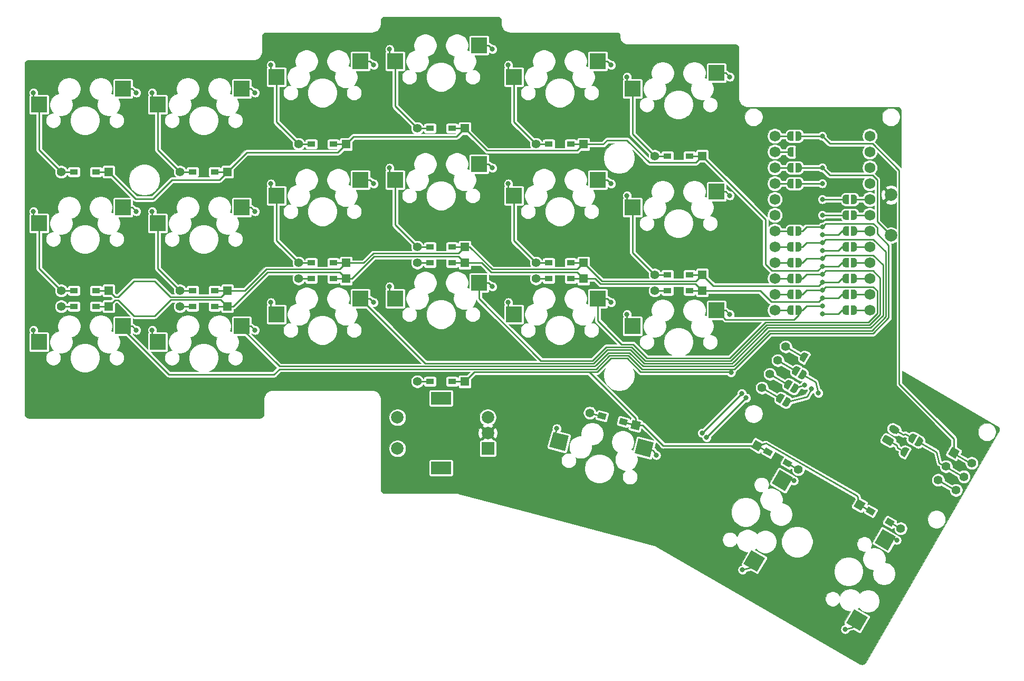
<source format=gbr>
%TF.GenerationSoftware,KiCad,Pcbnew,(5.1.9-0-10_14)*%
%TF.CreationDate,2021-10-14T21:57:33+01:00*%
%TF.ProjectId,edoxpcb,65646f78-7063-4622-9e6b-696361645f70,rev?*%
%TF.SameCoordinates,Original*%
%TF.FileFunction,Copper,L2,Bot*%
%TF.FilePolarity,Positive*%
%FSLAX46Y46*%
G04 Gerber Fmt 4.6, Leading zero omitted, Abs format (unit mm)*
G04 Created by KiCad (PCBNEW (5.1.9-0-10_14)) date 2021-10-14 21:57:33*
%MOMM*%
%LPD*%
G01*
G04 APERTURE LIST*
%TA.AperFunction,ComponentPad*%
%ADD10C,1.752600*%
%TD*%
%TA.AperFunction,ComponentPad*%
%ADD11C,1.397000*%
%TD*%
%TA.AperFunction,ComponentPad*%
%ADD12R,2.000000X2.000000*%
%TD*%
%TA.AperFunction,ComponentPad*%
%ADD13C,2.000000*%
%TD*%
%TA.AperFunction,ComponentPad*%
%ADD14R,3.200000X2.000000*%
%TD*%
%TA.AperFunction,SMDPad,CuDef*%
%ADD15R,2.550000X2.500000*%
%TD*%
%TA.AperFunction,ComponentPad*%
%ADD16C,0.100000*%
%TD*%
%TA.AperFunction,ComponentPad*%
%ADD17C,1.400000*%
%TD*%
%TA.AperFunction,SMDPad,CuDef*%
%ADD18C,0.100000*%
%TD*%
%TA.AperFunction,ComponentPad*%
%ADD19R,1.397000X1.397000*%
%TD*%
%TA.AperFunction,SMDPad,CuDef*%
%ADD20R,1.300000X0.950000*%
%TD*%
%TA.AperFunction,ViaPad*%
%ADD21C,0.800000*%
%TD*%
%TA.AperFunction,Conductor*%
%ADD22C,0.250000*%
%TD*%
%TA.AperFunction,Conductor*%
%ADD23C,0.100000*%
%TD*%
G04 APERTURE END LIST*
D10*
%TO.P,U0,15*%
%TO.N,col3row1*%
X97966533Y-34401450D03*
%TO.P,U0,23*%
%TO.N,GNDX*%
X97966533Y-14081450D03*
%TO.P,U0,5*%
%TO.N,sdaX*%
X82726533Y-21701450D03*
%TO.P,U0,4*%
%TO.N,XVCC*%
X82726533Y-19161450D03*
%TO.P,U0,18*%
%TO.N,col0rotA*%
X97966533Y-26781450D03*
%TO.P,U0,17*%
%TO.N,col1rotB*%
X97966533Y-29321450D03*
%TO.P,U0,1*%
%TO.N,XBATIN*%
X82726533Y-11541450D03*
%TO.P,U0,2*%
%TO.N,XGND*%
X82726533Y-14081450D03*
%TO.P,U0,10*%
%TO.N,row1col3*%
X82726533Y-34401450D03*
%TO.P,U0,24*%
%TO.N,BATINX*%
X97966533Y-11541450D03*
%TO.P,U0,22*%
%TO.N,RSTX*%
X97966533Y-16621450D03*
%TO.P,U0,13*%
%TO.N,col5row3*%
X97966533Y-39481450D03*
%TO.P,U0,16*%
%TO.N,col2row0*%
X97966533Y-31861450D03*
%TO.P,U0,14*%
%TO.N,col4row2*%
X97966533Y-36941450D03*
%TO.P,U0,8*%
%TO.N,rotBcol1*%
X82726533Y-29321450D03*
%TO.P,U0,3*%
%TO.N,XRST*%
X82726533Y-16621450D03*
%TO.P,U0,6*%
%TO.N,sclX*%
X82726533Y-24241450D03*
%TO.P,U0,20*%
%TO.N,Xsda*%
X97966533Y-21701450D03*
%TO.P,U0,21*%
%TO.N,VCCX*%
X97966533Y-19161450D03*
%TO.P,U0,7*%
%TO.N,rotAcol0*%
X82726533Y-26781450D03*
%TO.P,U0,11*%
%TO.N,row2col4*%
X82726533Y-36941450D03*
%TO.P,U0,9*%
%TO.N,row0col2*%
X82726533Y-31861450D03*
%TO.P,U0,19*%
%TO.N,Xscl*%
X97966533Y-24241450D03*
%TO.P,U0,12*%
%TO.N,row3col5*%
X82726533Y-39481450D03*
%TD*%
D11*
%TO.P,OL1,4*%
%TO.N,GNDSDA*%
X80685531Y-51959564D03*
%TO.P,OL1,3*%
%TO.N,VCCSCL*%
X81955531Y-49759859D03*
%TO.P,OL1,2*%
%TO.N,SCLVCC*%
X83225531Y-47560155D03*
%TO.P,OL1,1*%
%TO.N,SDAGND*%
X84495531Y-45360450D03*
%TD*%
D12*
%TO.P,SW32,A*%
%TO.N,rotA*%
X36672154Y-61710810D03*
D13*
%TO.P,SW32,C*%
%TO.N,GND*%
X36672154Y-59210810D03*
%TO.P,SW32,B*%
%TO.N,rotB*%
X36672154Y-56710810D03*
D14*
%TO.P,SW32,MP*%
%TO.N,N/C*%
X29172154Y-64810810D03*
X29172154Y-53610810D03*
D13*
%TO.P,SW32,S2*%
%TO.N,Net-(D32-Pad2)*%
X22172154Y-61710810D03*
%TO.P,SW32,S1*%
%TO.N,col2*%
X22172154Y-56710810D03*
%TD*%
%TO.P,SWRST1,2*%
%TO.N,RST*%
X101371531Y-27491451D03*
%TO.P,SWRST1,1*%
%TO.N,GND*%
X101371531Y-20991451D03*
%TD*%
D15*
%TO.P,SW25,2*%
%TO.N,col5*%
X73361536Y-39526447D03*
%TO.P,SW25,1*%
%TO.N,Net-(D25-Pad2)*%
X59911536Y-42066447D03*
%TD*%
%TA.AperFunction,ComponentPad*%
D16*
%TO.P,SWPOW1,1*%
%TO.N,BATIN*%
G36*
X111204377Y-61439526D02*
G01*
X112416813Y-62139526D01*
X111716813Y-63351962D01*
X110504377Y-62651962D01*
X111204377Y-61439526D01*
G37*
%TD.AperFunction*%
D17*
%TO.P,SWPOW1,2*%
%TO.N,+*%
X110210595Y-64560808D03*
%TO.P,SWPOW1,3*%
%TO.N,N/C*%
X108960595Y-66725871D03*
%TO.P,SWPOW1,1*%
%TO.N,BATIN*%
X114318479Y-64045744D03*
%TO.P,SWPOW1,2*%
%TO.N,+*%
X113068479Y-66210808D03*
%TO.P,SWPOW1,3*%
%TO.N,N/C*%
X111818479Y-68375871D03*
%TD*%
%TO.P,BT1,1*%
%TO.N,+-*%
%TA.AperFunction,ComponentPad*%
G36*
G01*
X101145800Y-61220590D02*
X100063266Y-60595589D01*
G75*
G02*
X99971761Y-60254085I125000J216505D01*
G01*
X100321762Y-59647866D01*
G75*
G02*
X100663267Y-59556360I216505J-124999D01*
G01*
X101745800Y-60181361D01*
G75*
G02*
X101837305Y-60522865I-125000J-216505D01*
G01*
X101487304Y-61129084D01*
G75*
G02*
X101145800Y-61220590I-216505J124999D01*
G01*
G37*
%TD.AperFunction*%
%TO.P,BT1,2*%
%TO.N,-+*%
%TA.AperFunction,ComponentPad*%
G36*
G01*
X101842690Y-59313540D02*
X101366376Y-59038540D01*
G75*
G02*
X101146761Y-58218925I300000J519615D01*
G01*
X101146761Y-58218925D01*
G75*
G02*
X101966376Y-57999310I519615J-300000D01*
G01*
X102442690Y-58274310D01*
G75*
G02*
X102662305Y-59093925I-300000J-519615D01*
G01*
X102662305Y-59093925D01*
G75*
G02*
X101842690Y-59313540I-519615J300000D01*
G01*
G37*
%TD.AperFunction*%
%TD*%
%TA.AperFunction,SMDPad,CuDef*%
D18*
%TO.P,JPRSTB1,2*%
%TO.N,XRST*%
G36*
X85251533Y-17370847D02*
G01*
X85226999Y-17370847D01*
X85178168Y-17366037D01*
X85130043Y-17356465D01*
X85083088Y-17342221D01*
X85037755Y-17323444D01*
X84994482Y-17300313D01*
X84953683Y-17273053D01*
X84915754Y-17241925D01*
X84881057Y-17207228D01*
X84849929Y-17169299D01*
X84822669Y-17128500D01*
X84799538Y-17085227D01*
X84780761Y-17039894D01*
X84766517Y-16992939D01*
X84756945Y-16944814D01*
X84752135Y-16895983D01*
X84752135Y-16871449D01*
X84751533Y-16871449D01*
X84751533Y-16371449D01*
X84752135Y-16371449D01*
X84752135Y-16346915D01*
X84756945Y-16298084D01*
X84766517Y-16249959D01*
X84780761Y-16203004D01*
X84799538Y-16157671D01*
X84822669Y-16114398D01*
X84849929Y-16073599D01*
X84881057Y-16035670D01*
X84915754Y-16000973D01*
X84953683Y-15969845D01*
X84994482Y-15942585D01*
X85037755Y-15919454D01*
X85083088Y-15900677D01*
X85130043Y-15886433D01*
X85178168Y-15876861D01*
X85226999Y-15872051D01*
X85251533Y-15872051D01*
X85251533Y-15871449D01*
X85751533Y-15871449D01*
X85751533Y-17371449D01*
X85251533Y-17371449D01*
X85251533Y-17370847D01*
G37*
%TD.AperFunction*%
%TA.AperFunction,SMDPad,CuDef*%
%TO.P,JPRSTB1,1*%
%TO.N,RST*%
G36*
X86051533Y-15871449D02*
G01*
X86551533Y-15871449D01*
X86551533Y-15872051D01*
X86576067Y-15872051D01*
X86624898Y-15876861D01*
X86673023Y-15886433D01*
X86719978Y-15900677D01*
X86765311Y-15919454D01*
X86808584Y-15942585D01*
X86849383Y-15969845D01*
X86887312Y-16000973D01*
X86922009Y-16035670D01*
X86953137Y-16073599D01*
X86980397Y-16114398D01*
X87003528Y-16157671D01*
X87022305Y-16203004D01*
X87036549Y-16249959D01*
X87046121Y-16298084D01*
X87050931Y-16346915D01*
X87050931Y-16371449D01*
X87051533Y-16371449D01*
X87051533Y-16871449D01*
X87050931Y-16871449D01*
X87050931Y-16895983D01*
X87046121Y-16944814D01*
X87036549Y-16992939D01*
X87022305Y-17039894D01*
X87003528Y-17085227D01*
X86980397Y-17128500D01*
X86953137Y-17169299D01*
X86922009Y-17207228D01*
X86887312Y-17241925D01*
X86849383Y-17273053D01*
X86808584Y-17300313D01*
X86765311Y-17323444D01*
X86719978Y-17342221D01*
X86673023Y-17356465D01*
X86624898Y-17366037D01*
X86576067Y-17370847D01*
X86551533Y-17370847D01*
X86551533Y-17371449D01*
X86051533Y-17371449D01*
X86051533Y-15871449D01*
G37*
%TD.AperFunction*%
%TD*%
%TA.AperFunction,SMDPad,CuDef*%
%TO.P,JPOVCCB1,2*%
%TO.N,SCLVCC*%
G36*
X85703988Y-49855595D02*
G01*
X85682741Y-49843328D01*
X85642857Y-49814747D01*
X85605966Y-49782395D01*
X85572423Y-49746581D01*
X85542552Y-49707654D01*
X85516642Y-49665985D01*
X85494939Y-49621978D01*
X85477656Y-49576055D01*
X85464956Y-49528658D01*
X85456963Y-49480247D01*
X85453754Y-49431284D01*
X85455359Y-49382243D01*
X85461764Y-49333595D01*
X85472906Y-49285809D01*
X85488679Y-49239345D01*
X85508929Y-49194651D01*
X85521196Y-49173404D01*
X85520674Y-49173103D01*
X85770674Y-48740091D01*
X85771196Y-48740392D01*
X85783463Y-48719145D01*
X85812044Y-48679261D01*
X85844396Y-48642369D01*
X85880209Y-48608827D01*
X85919137Y-48578956D01*
X85960805Y-48553046D01*
X86004813Y-48531343D01*
X86050735Y-48514060D01*
X86098132Y-48501360D01*
X86146543Y-48493366D01*
X86195506Y-48490158D01*
X86244547Y-48491762D01*
X86293195Y-48498168D01*
X86340982Y-48509309D01*
X86387445Y-48525082D01*
X86432139Y-48545332D01*
X86453386Y-48557599D01*
X86453687Y-48557078D01*
X86886700Y-48807078D01*
X86136700Y-50106116D01*
X85703687Y-49856116D01*
X85703988Y-49855595D01*
G37*
%TD.AperFunction*%
%TA.AperFunction,SMDPad,CuDef*%
%TO.P,JPOVCCB1,1*%
%TO.N,VCC*%
G36*
X87146508Y-48957078D02*
G01*
X87579521Y-49207078D01*
X87579220Y-49207599D01*
X87600467Y-49219866D01*
X87640351Y-49248447D01*
X87677242Y-49280799D01*
X87710785Y-49316613D01*
X87740656Y-49355540D01*
X87766566Y-49397209D01*
X87788269Y-49441216D01*
X87805552Y-49487139D01*
X87818252Y-49534536D01*
X87826245Y-49582947D01*
X87829454Y-49631910D01*
X87827849Y-49680951D01*
X87821444Y-49729599D01*
X87810302Y-49777385D01*
X87794529Y-49823849D01*
X87774279Y-49868543D01*
X87762012Y-49889790D01*
X87762534Y-49890091D01*
X87512534Y-50323103D01*
X87512012Y-50322802D01*
X87499745Y-50344049D01*
X87471164Y-50383933D01*
X87438812Y-50420825D01*
X87402999Y-50454367D01*
X87364071Y-50484238D01*
X87322403Y-50510148D01*
X87278395Y-50531851D01*
X87232473Y-50549134D01*
X87185076Y-50561834D01*
X87136665Y-50569828D01*
X87087702Y-50573036D01*
X87038661Y-50571432D01*
X86990013Y-50565026D01*
X86942226Y-50553885D01*
X86895763Y-50538112D01*
X86851069Y-50517862D01*
X86829822Y-50505595D01*
X86829521Y-50506116D01*
X86396508Y-50256116D01*
X87146508Y-48957078D01*
G37*
%TD.AperFunction*%
%TD*%
%TA.AperFunction,SMDPad,CuDef*%
%TO.P,JPOSDAB1,2*%
%TO.N,GNDSDA*%
G36*
X83163985Y-54255005D02*
G01*
X83142738Y-54242738D01*
X83102854Y-54214157D01*
X83065963Y-54181805D01*
X83032420Y-54145991D01*
X83002549Y-54107064D01*
X82976639Y-54065395D01*
X82954936Y-54021388D01*
X82937653Y-53975465D01*
X82924953Y-53928068D01*
X82916960Y-53879657D01*
X82913751Y-53830694D01*
X82915356Y-53781653D01*
X82921761Y-53733005D01*
X82932903Y-53685219D01*
X82948676Y-53638755D01*
X82968926Y-53594061D01*
X82981193Y-53572814D01*
X82980671Y-53572513D01*
X83230671Y-53139501D01*
X83231193Y-53139802D01*
X83243460Y-53118555D01*
X83272041Y-53078671D01*
X83304393Y-53041779D01*
X83340206Y-53008237D01*
X83379134Y-52978366D01*
X83420802Y-52952456D01*
X83464810Y-52930753D01*
X83510732Y-52913470D01*
X83558129Y-52900770D01*
X83606540Y-52892776D01*
X83655503Y-52889568D01*
X83704544Y-52891172D01*
X83753192Y-52897578D01*
X83800979Y-52908719D01*
X83847442Y-52924492D01*
X83892136Y-52944742D01*
X83913383Y-52957009D01*
X83913684Y-52956488D01*
X84346697Y-53206488D01*
X83596697Y-54505526D01*
X83163684Y-54255526D01*
X83163985Y-54255005D01*
G37*
%TD.AperFunction*%
%TA.AperFunction,SMDPad,CuDef*%
%TO.P,JPOSDAB1,1*%
%TO.N,SDA*%
G36*
X84606505Y-53356488D02*
G01*
X85039518Y-53606488D01*
X85039217Y-53607009D01*
X85060464Y-53619276D01*
X85100348Y-53647857D01*
X85137239Y-53680209D01*
X85170782Y-53716023D01*
X85200653Y-53754950D01*
X85226563Y-53796619D01*
X85248266Y-53840626D01*
X85265549Y-53886549D01*
X85278249Y-53933946D01*
X85286242Y-53982357D01*
X85289451Y-54031320D01*
X85287846Y-54080361D01*
X85281441Y-54129009D01*
X85270299Y-54176795D01*
X85254526Y-54223259D01*
X85234276Y-54267953D01*
X85222009Y-54289200D01*
X85222531Y-54289501D01*
X84972531Y-54722513D01*
X84972009Y-54722212D01*
X84959742Y-54743459D01*
X84931161Y-54783343D01*
X84898809Y-54820235D01*
X84862996Y-54853777D01*
X84824068Y-54883648D01*
X84782400Y-54909558D01*
X84738392Y-54931261D01*
X84692470Y-54948544D01*
X84645073Y-54961244D01*
X84596662Y-54969238D01*
X84547699Y-54972446D01*
X84498658Y-54970842D01*
X84450010Y-54964436D01*
X84402223Y-54953295D01*
X84355760Y-54937522D01*
X84311066Y-54917272D01*
X84289819Y-54905005D01*
X84289518Y-54905526D01*
X83856505Y-54655526D01*
X84606505Y-53356488D01*
G37*
%TD.AperFunction*%
%TD*%
%TA.AperFunction,SMDPad,CuDef*%
%TO.P,JPOSCLB1,2*%
%TO.N,VCCSCL*%
G36*
X84433984Y-52055301D02*
G01*
X84412737Y-52043034D01*
X84372853Y-52014453D01*
X84335962Y-51982101D01*
X84302419Y-51946287D01*
X84272548Y-51907360D01*
X84246638Y-51865691D01*
X84224935Y-51821684D01*
X84207652Y-51775761D01*
X84194952Y-51728364D01*
X84186959Y-51679953D01*
X84183750Y-51630990D01*
X84185355Y-51581949D01*
X84191760Y-51533301D01*
X84202902Y-51485515D01*
X84218675Y-51439051D01*
X84238925Y-51394357D01*
X84251192Y-51373110D01*
X84250670Y-51372809D01*
X84500670Y-50939797D01*
X84501192Y-50940098D01*
X84513459Y-50918851D01*
X84542040Y-50878967D01*
X84574392Y-50842075D01*
X84610205Y-50808533D01*
X84649133Y-50778662D01*
X84690801Y-50752752D01*
X84734809Y-50731049D01*
X84780731Y-50713766D01*
X84828128Y-50701066D01*
X84876539Y-50693072D01*
X84925502Y-50689864D01*
X84974543Y-50691468D01*
X85023191Y-50697874D01*
X85070978Y-50709015D01*
X85117441Y-50724788D01*
X85162135Y-50745038D01*
X85183382Y-50757305D01*
X85183683Y-50756784D01*
X85616696Y-51006784D01*
X84866696Y-52305822D01*
X84433683Y-52055822D01*
X84433984Y-52055301D01*
G37*
%TD.AperFunction*%
%TA.AperFunction,SMDPad,CuDef*%
%TO.P,JPOSCLB1,1*%
%TO.N,SCL*%
G36*
X85876504Y-51156784D02*
G01*
X86309517Y-51406784D01*
X86309216Y-51407305D01*
X86330463Y-51419572D01*
X86370347Y-51448153D01*
X86407238Y-51480505D01*
X86440781Y-51516319D01*
X86470652Y-51555246D01*
X86496562Y-51596915D01*
X86518265Y-51640922D01*
X86535548Y-51686845D01*
X86548248Y-51734242D01*
X86556241Y-51782653D01*
X86559450Y-51831616D01*
X86557845Y-51880657D01*
X86551440Y-51929305D01*
X86540298Y-51977091D01*
X86524525Y-52023555D01*
X86504275Y-52068249D01*
X86492008Y-52089496D01*
X86492530Y-52089797D01*
X86242530Y-52522809D01*
X86242008Y-52522508D01*
X86229741Y-52543755D01*
X86201160Y-52583639D01*
X86168808Y-52620531D01*
X86132995Y-52654073D01*
X86094067Y-52683944D01*
X86052399Y-52709854D01*
X86008391Y-52731557D01*
X85962469Y-52748840D01*
X85915072Y-52761540D01*
X85866661Y-52769534D01*
X85817698Y-52772742D01*
X85768657Y-52771138D01*
X85720009Y-52764732D01*
X85672222Y-52753591D01*
X85625759Y-52737818D01*
X85581065Y-52717568D01*
X85559818Y-52705301D01*
X85559517Y-52705822D01*
X85126504Y-52455822D01*
X85876504Y-51156784D01*
G37*
%TD.AperFunction*%
%TD*%
%TA.AperFunction,SMDPad,CuDef*%
%TO.P,JPOGNDB1,2*%
%TO.N,SDAGND*%
G36*
X86973986Y-47655892D02*
G01*
X86952739Y-47643625D01*
X86912855Y-47615044D01*
X86875964Y-47582692D01*
X86842421Y-47546878D01*
X86812550Y-47507951D01*
X86786640Y-47466282D01*
X86764937Y-47422275D01*
X86747654Y-47376352D01*
X86734954Y-47328955D01*
X86726961Y-47280544D01*
X86723752Y-47231581D01*
X86725357Y-47182540D01*
X86731762Y-47133892D01*
X86742904Y-47086106D01*
X86758677Y-47039642D01*
X86778927Y-46994948D01*
X86791194Y-46973701D01*
X86790672Y-46973400D01*
X87040672Y-46540388D01*
X87041194Y-46540689D01*
X87053461Y-46519442D01*
X87082042Y-46479558D01*
X87114394Y-46442666D01*
X87150207Y-46409124D01*
X87189135Y-46379253D01*
X87230803Y-46353343D01*
X87274811Y-46331640D01*
X87320733Y-46314357D01*
X87368130Y-46301657D01*
X87416541Y-46293663D01*
X87465504Y-46290455D01*
X87514545Y-46292059D01*
X87563193Y-46298465D01*
X87610980Y-46309606D01*
X87657443Y-46325379D01*
X87702137Y-46345629D01*
X87723384Y-46357896D01*
X87723685Y-46357375D01*
X88156698Y-46607375D01*
X87406698Y-47906413D01*
X86973685Y-47656413D01*
X86973986Y-47655892D01*
G37*
%TD.AperFunction*%
%TA.AperFunction,SMDPad,CuDef*%
%TO.P,JPOGNDB1,1*%
%TO.N,GND*%
G36*
X88416506Y-46757375D02*
G01*
X88849519Y-47007375D01*
X88849218Y-47007896D01*
X88870465Y-47020163D01*
X88910349Y-47048744D01*
X88947240Y-47081096D01*
X88980783Y-47116910D01*
X89010654Y-47155837D01*
X89036564Y-47197506D01*
X89058267Y-47241513D01*
X89075550Y-47287436D01*
X89088250Y-47334833D01*
X89096243Y-47383244D01*
X89099452Y-47432207D01*
X89097847Y-47481248D01*
X89091442Y-47529896D01*
X89080300Y-47577682D01*
X89064527Y-47624146D01*
X89044277Y-47668840D01*
X89032010Y-47690087D01*
X89032532Y-47690388D01*
X88782532Y-48123400D01*
X88782010Y-48123099D01*
X88769743Y-48144346D01*
X88741162Y-48184230D01*
X88708810Y-48221122D01*
X88672997Y-48254664D01*
X88634069Y-48284535D01*
X88592401Y-48310445D01*
X88548393Y-48332148D01*
X88502471Y-48349431D01*
X88455074Y-48362131D01*
X88406663Y-48370125D01*
X88357700Y-48373333D01*
X88308659Y-48371729D01*
X88260011Y-48365323D01*
X88212224Y-48354182D01*
X88165761Y-48338409D01*
X88121067Y-48318159D01*
X88099820Y-48305892D01*
X88099519Y-48306413D01*
X87666506Y-48056413D01*
X88416506Y-46757375D01*
G37*
%TD.AperFunction*%
%TD*%
%TA.AperFunction,SMDPad,CuDef*%
%TO.P,SW35,2*%
%TO.N,col5*%
G36*
X95478910Y-87526361D02*
G01*
X97643974Y-88776361D01*
X96368974Y-90984725D01*
X94203910Y-89734725D01*
X95478910Y-87526361D01*
G37*
%TD.AperFunction*%
%TA.AperFunction,SMDPad,CuDef*%
%TO.P,SW35,1*%
%TO.N,Net-(D35-Pad2)*%
G36*
X100004206Y-74608319D02*
G01*
X102169270Y-75858319D01*
X100894270Y-78066683D01*
X98729206Y-76816683D01*
X100004206Y-74608319D01*
G37*
%TD.AperFunction*%
%TD*%
%TA.AperFunction,SMDPad,CuDef*%
%TO.P,SW34,2*%
%TO.N,col4*%
G36*
X78980912Y-78001362D02*
G01*
X81145976Y-79251362D01*
X79870976Y-81459726D01*
X77705912Y-80209726D01*
X78980912Y-78001362D01*
G37*
%TD.AperFunction*%
%TA.AperFunction,SMDPad,CuDef*%
%TO.P,SW34,1*%
%TO.N,Net-(D34-Pad2)*%
G36*
X83506208Y-65083320D02*
G01*
X85671272Y-66333320D01*
X84396272Y-68541684D01*
X82231208Y-67291684D01*
X83506208Y-65083320D01*
G37*
%TD.AperFunction*%
%TD*%
%TA.AperFunction,SMDPad,CuDef*%
%TO.P,SW33,2*%
%TO.N,col3*%
G36*
X60213741Y-62473163D02*
G01*
X60860788Y-60058348D01*
X63323899Y-60718337D01*
X62676852Y-63133152D01*
X60213741Y-62473163D01*
G37*
%TD.AperFunction*%
%TA.AperFunction,SMDPad,CuDef*%
%TO.P,SW33,1*%
%TO.N,Net-(D33-Pad2)*%
G36*
X46564638Y-61445498D02*
G01*
X47211685Y-59030683D01*
X49674796Y-59690672D01*
X49027749Y-62105487D01*
X46564638Y-61445498D01*
G37*
%TD.AperFunction*%
%TD*%
D15*
%TO.P,SW24,2*%
%TO.N,col4*%
X54311532Y-37621449D03*
%TO.P,SW24,1*%
%TO.N,Net-(D24-Pad2)*%
X40861532Y-40161449D03*
%TD*%
%TO.P,SW23,2*%
%TO.N,col3*%
X35261535Y-35081449D03*
%TO.P,SW23,1*%
%TO.N,Net-(D23-Pad2)*%
X21811535Y-37621449D03*
%TD*%
%TO.P,SW22,2*%
%TO.N,col2*%
X16211532Y-37621449D03*
%TO.P,SW22,1*%
%TO.N,Net-(D22-Pad2)*%
X2761532Y-40161449D03*
%TD*%
%TO.P,SW21,2*%
%TO.N,col1*%
X-2838468Y-42066449D03*
%TO.P,SW21,1*%
%TO.N,Net-(D21-Pad2)*%
X-16288468Y-44606449D03*
%TD*%
%TO.P,SW20,2*%
%TO.N,col0*%
X-21888468Y-42066449D03*
%TO.P,SW20,1*%
%TO.N,Net-(D20-Pad2)*%
X-35338468Y-44606449D03*
%TD*%
%TO.P,SW15,2*%
%TO.N,col5*%
X73361534Y-20476446D03*
%TO.P,SW15,1*%
%TO.N,Net-(D15-Pad2)*%
X59911534Y-23016446D03*
%TD*%
%TO.P,SW14,2*%
%TO.N,col4*%
X54311532Y-18571449D03*
%TO.P,SW14,1*%
%TO.N,Net-(D14-Pad2)*%
X40861532Y-21111449D03*
%TD*%
%TO.P,SW13,2*%
%TO.N,col3*%
X35261535Y-16031449D03*
%TO.P,SW13,1*%
%TO.N,Net-(D13-Pad2)*%
X21811535Y-18571449D03*
%TD*%
%TO.P,SW12,2*%
%TO.N,col2*%
X16211535Y-18571450D03*
%TO.P,SW12,1*%
%TO.N,Net-(D12-Pad2)*%
X2761535Y-21111450D03*
%TD*%
%TO.P,SW11,2*%
%TO.N,col1*%
X-2838469Y-23016449D03*
%TO.P,SW11,1*%
%TO.N,Net-(D11-Pad2)*%
X-16288469Y-25556449D03*
%TD*%
%TO.P,SW10,2*%
%TO.N,col0*%
X-21888468Y-23016449D03*
%TO.P,SW10,1*%
%TO.N,Net-(D10-Pad2)*%
X-35338468Y-25556449D03*
%TD*%
%TO.P,SW5,2*%
%TO.N,col5*%
X73361531Y-1426449D03*
%TO.P,SW5,1*%
%TO.N,Net-(D5-Pad2)*%
X59911531Y-3966449D03*
%TD*%
%TO.P,SW4,2*%
%TO.N,col4*%
X54311532Y478549D03*
%TO.P,SW4,1*%
%TO.N,Net-(D4-Pad2)*%
X40861532Y-2061451D03*
%TD*%
%TO.P,SW3,2*%
%TO.N,col3*%
X35261534Y3018550D03*
%TO.P,SW3,1*%
%TO.N,Net-(D3-Pad2)*%
X21811534Y478550D03*
%TD*%
%TO.P,SW2,2*%
%TO.N,col2*%
X16211536Y478550D03*
%TO.P,SW2,1*%
%TO.N,Net-(D2-Pad2)*%
X2761536Y-2061450D03*
%TD*%
%TO.P,SW1,2*%
%TO.N,col1*%
X-2838469Y-3966451D03*
%TO.P,SW1,1*%
%TO.N,Net-(D1-Pad2)*%
X-16288469Y-6506451D03*
%TD*%
%TO.P,SW0,2*%
%TO.N,col0*%
X-21888464Y-3966449D03*
%TO.P,SW0,1*%
%TO.N,Net-(D0-Pad2)*%
X-35338464Y-6506449D03*
%TD*%
%TA.AperFunction,SMDPad,CuDef*%
D18*
%TO.P,JP-B1,2*%
%TO.N,+-*%
G36*
X103131473Y-62851299D02*
G01*
X103110226Y-62839032D01*
X103070342Y-62810451D01*
X103033451Y-62778099D01*
X102999908Y-62742285D01*
X102970037Y-62703358D01*
X102944127Y-62661689D01*
X102922424Y-62617682D01*
X102905141Y-62571759D01*
X102892441Y-62524362D01*
X102884448Y-62475951D01*
X102881239Y-62426988D01*
X102882844Y-62377947D01*
X102889249Y-62329299D01*
X102900391Y-62281513D01*
X102916164Y-62235049D01*
X102936414Y-62190355D01*
X102948681Y-62169108D01*
X102948159Y-62168807D01*
X103198159Y-61735795D01*
X103198681Y-61736096D01*
X103210948Y-61714849D01*
X103239529Y-61674965D01*
X103271881Y-61638073D01*
X103307694Y-61604531D01*
X103346622Y-61574660D01*
X103388290Y-61548750D01*
X103432298Y-61527047D01*
X103478220Y-61509764D01*
X103525617Y-61497064D01*
X103574028Y-61489070D01*
X103622991Y-61485862D01*
X103672032Y-61487466D01*
X103720680Y-61493872D01*
X103768467Y-61505013D01*
X103814930Y-61520786D01*
X103859624Y-61541036D01*
X103880871Y-61553303D01*
X103881172Y-61552782D01*
X104314185Y-61802782D01*
X103564185Y-63101820D01*
X103131172Y-62851820D01*
X103131473Y-62851299D01*
G37*
%TD.AperFunction*%
%TA.AperFunction,SMDPad,CuDef*%
%TO.P,JP-B1,1*%
%TO.N,GND*%
G36*
X104573993Y-61952782D02*
G01*
X105007006Y-62202782D01*
X105006705Y-62203303D01*
X105027952Y-62215570D01*
X105067836Y-62244151D01*
X105104727Y-62276503D01*
X105138270Y-62312317D01*
X105168141Y-62351244D01*
X105194051Y-62392913D01*
X105215754Y-62436920D01*
X105233037Y-62482843D01*
X105245737Y-62530240D01*
X105253730Y-62578651D01*
X105256939Y-62627614D01*
X105255334Y-62676655D01*
X105248929Y-62725303D01*
X105237787Y-62773089D01*
X105222014Y-62819553D01*
X105201764Y-62864247D01*
X105189497Y-62885494D01*
X105190019Y-62885795D01*
X104940019Y-63318807D01*
X104939497Y-63318506D01*
X104927230Y-63339753D01*
X104898649Y-63379637D01*
X104866297Y-63416529D01*
X104830484Y-63450071D01*
X104791556Y-63479942D01*
X104749888Y-63505852D01*
X104705880Y-63527555D01*
X104659958Y-63544838D01*
X104612561Y-63557538D01*
X104564150Y-63565532D01*
X104515187Y-63568740D01*
X104466146Y-63567136D01*
X104417498Y-63560730D01*
X104369711Y-63549589D01*
X104323248Y-63533816D01*
X104278554Y-63513566D01*
X104257307Y-63501299D01*
X104257006Y-63501820D01*
X103823993Y-63251820D01*
X104573993Y-61952782D01*
G37*
%TD.AperFunction*%
%TD*%
%TA.AperFunction,SMDPad,CuDef*%
%TO.P,JP+B1,2*%
%TO.N,-+*%
G36*
X104401473Y-60651594D02*
G01*
X104380226Y-60639327D01*
X104340342Y-60610746D01*
X104303451Y-60578394D01*
X104269908Y-60542580D01*
X104240037Y-60503653D01*
X104214127Y-60461984D01*
X104192424Y-60417977D01*
X104175141Y-60372054D01*
X104162441Y-60324657D01*
X104154448Y-60276246D01*
X104151239Y-60227283D01*
X104152844Y-60178242D01*
X104159249Y-60129594D01*
X104170391Y-60081808D01*
X104186164Y-60035344D01*
X104206414Y-59990650D01*
X104218681Y-59969403D01*
X104218159Y-59969102D01*
X104468159Y-59536090D01*
X104468681Y-59536391D01*
X104480948Y-59515144D01*
X104509529Y-59475260D01*
X104541881Y-59438368D01*
X104577694Y-59404826D01*
X104616622Y-59374955D01*
X104658290Y-59349045D01*
X104702298Y-59327342D01*
X104748220Y-59310059D01*
X104795617Y-59297359D01*
X104844028Y-59289365D01*
X104892991Y-59286157D01*
X104942032Y-59287761D01*
X104990680Y-59294167D01*
X105038467Y-59305308D01*
X105084930Y-59321081D01*
X105129624Y-59341331D01*
X105150871Y-59353598D01*
X105151172Y-59353077D01*
X105584185Y-59603077D01*
X104834185Y-60902115D01*
X104401172Y-60652115D01*
X104401473Y-60651594D01*
G37*
%TD.AperFunction*%
%TA.AperFunction,SMDPad,CuDef*%
%TO.P,JP+B1,1*%
%TO.N,+*%
G36*
X105843993Y-59753077D02*
G01*
X106277006Y-60003077D01*
X106276705Y-60003598D01*
X106297952Y-60015865D01*
X106337836Y-60044446D01*
X106374727Y-60076798D01*
X106408270Y-60112612D01*
X106438141Y-60151539D01*
X106464051Y-60193208D01*
X106485754Y-60237215D01*
X106503037Y-60283138D01*
X106515737Y-60330535D01*
X106523730Y-60378946D01*
X106526939Y-60427909D01*
X106525334Y-60476950D01*
X106518929Y-60525598D01*
X106507787Y-60573384D01*
X106492014Y-60619848D01*
X106471764Y-60664542D01*
X106459497Y-60685789D01*
X106460019Y-60686090D01*
X106210019Y-61119102D01*
X106209497Y-61118801D01*
X106197230Y-61140048D01*
X106168649Y-61179932D01*
X106136297Y-61216824D01*
X106100484Y-61250366D01*
X106061556Y-61280237D01*
X106019888Y-61306147D01*
X105975880Y-61327850D01*
X105929958Y-61345133D01*
X105882561Y-61357833D01*
X105834150Y-61365827D01*
X105785187Y-61369035D01*
X105736146Y-61367431D01*
X105687498Y-61361025D01*
X105639711Y-61349884D01*
X105593248Y-61334111D01*
X105548554Y-61313861D01*
X105527307Y-61301594D01*
X105527006Y-61302115D01*
X105093993Y-61052115D01*
X105843993Y-59753077D01*
G37*
%TD.AperFunction*%
%TD*%
%TA.AperFunction,SMDPad,CuDef*%
%TO.P,JPVCCB1,2*%
%TO.N,XVCC*%
G36*
X85251532Y-19910843D02*
G01*
X85226998Y-19910843D01*
X85178167Y-19906033D01*
X85130042Y-19896461D01*
X85083087Y-19882217D01*
X85037754Y-19863440D01*
X84994481Y-19840309D01*
X84953682Y-19813049D01*
X84915753Y-19781921D01*
X84881056Y-19747224D01*
X84849928Y-19709295D01*
X84822668Y-19668496D01*
X84799537Y-19625223D01*
X84780760Y-19579890D01*
X84766516Y-19532935D01*
X84756944Y-19484810D01*
X84752134Y-19435979D01*
X84752134Y-19411445D01*
X84751532Y-19411445D01*
X84751532Y-18911445D01*
X84752134Y-18911445D01*
X84752134Y-18886911D01*
X84756944Y-18838080D01*
X84766516Y-18789955D01*
X84780760Y-18743000D01*
X84799537Y-18697667D01*
X84822668Y-18654394D01*
X84849928Y-18613595D01*
X84881056Y-18575666D01*
X84915753Y-18540969D01*
X84953682Y-18509841D01*
X84994481Y-18482581D01*
X85037754Y-18459450D01*
X85083087Y-18440673D01*
X85130042Y-18426429D01*
X85178167Y-18416857D01*
X85226998Y-18412047D01*
X85251532Y-18412047D01*
X85251532Y-18411445D01*
X85751532Y-18411445D01*
X85751532Y-19911445D01*
X85251532Y-19911445D01*
X85251532Y-19910843D01*
G37*
%TD.AperFunction*%
%TA.AperFunction,SMDPad,CuDef*%
%TO.P,JPVCCB1,1*%
%TO.N,VCC*%
G36*
X86051532Y-18411445D02*
G01*
X86551532Y-18411445D01*
X86551532Y-18412047D01*
X86576066Y-18412047D01*
X86624897Y-18416857D01*
X86673022Y-18426429D01*
X86719977Y-18440673D01*
X86765310Y-18459450D01*
X86808583Y-18482581D01*
X86849382Y-18509841D01*
X86887311Y-18540969D01*
X86922008Y-18575666D01*
X86953136Y-18613595D01*
X86980396Y-18654394D01*
X87003527Y-18697667D01*
X87022304Y-18743000D01*
X87036548Y-18789955D01*
X87046120Y-18838080D01*
X87050930Y-18886911D01*
X87050930Y-18911445D01*
X87051532Y-18911445D01*
X87051532Y-19411445D01*
X87050930Y-19411445D01*
X87050930Y-19435979D01*
X87046120Y-19484810D01*
X87036548Y-19532935D01*
X87022304Y-19579890D01*
X87003527Y-19625223D01*
X86980396Y-19668496D01*
X86953136Y-19709295D01*
X86922008Y-19747224D01*
X86887311Y-19781921D01*
X86849382Y-19813049D01*
X86808583Y-19840309D01*
X86765310Y-19863440D01*
X86719977Y-19882217D01*
X86673022Y-19896461D01*
X86624897Y-19906033D01*
X86576066Y-19910843D01*
X86551532Y-19910843D01*
X86551532Y-19911445D01*
X86051532Y-19911445D01*
X86051532Y-18411445D01*
G37*
%TD.AperFunction*%
%TD*%
%TA.AperFunction,SMDPad,CuDef*%
%TO.P,JPSDAB1,2*%
%TO.N,Xsda*%
G36*
X95426532Y-20952055D02*
G01*
X95451066Y-20952055D01*
X95499897Y-20956865D01*
X95548022Y-20966437D01*
X95594977Y-20980681D01*
X95640310Y-20999458D01*
X95683583Y-21022589D01*
X95724382Y-21049849D01*
X95762311Y-21080977D01*
X95797008Y-21115674D01*
X95828136Y-21153603D01*
X95855396Y-21194402D01*
X95878527Y-21237675D01*
X95897304Y-21283008D01*
X95911548Y-21329963D01*
X95921120Y-21378088D01*
X95925930Y-21426919D01*
X95925930Y-21451453D01*
X95926532Y-21451453D01*
X95926532Y-21951453D01*
X95925930Y-21951453D01*
X95925930Y-21975987D01*
X95921120Y-22024818D01*
X95911548Y-22072943D01*
X95897304Y-22119898D01*
X95878527Y-22165231D01*
X95855396Y-22208504D01*
X95828136Y-22249303D01*
X95797008Y-22287232D01*
X95762311Y-22321929D01*
X95724382Y-22353057D01*
X95683583Y-22380317D01*
X95640310Y-22403448D01*
X95594977Y-22422225D01*
X95548022Y-22436469D01*
X95499897Y-22446041D01*
X95451066Y-22450851D01*
X95426532Y-22450851D01*
X95426532Y-22451453D01*
X94926532Y-22451453D01*
X94926532Y-20951453D01*
X95426532Y-20951453D01*
X95426532Y-20952055D01*
G37*
%TD.AperFunction*%
%TA.AperFunction,SMDPad,CuDef*%
%TO.P,JPSDAB1,1*%
%TO.N,SDA*%
G36*
X94626532Y-22451453D02*
G01*
X94126532Y-22451453D01*
X94126532Y-22450851D01*
X94101998Y-22450851D01*
X94053167Y-22446041D01*
X94005042Y-22436469D01*
X93958087Y-22422225D01*
X93912754Y-22403448D01*
X93869481Y-22380317D01*
X93828682Y-22353057D01*
X93790753Y-22321929D01*
X93756056Y-22287232D01*
X93724928Y-22249303D01*
X93697668Y-22208504D01*
X93674537Y-22165231D01*
X93655760Y-22119898D01*
X93641516Y-22072943D01*
X93631944Y-22024818D01*
X93627134Y-21975987D01*
X93627134Y-21951453D01*
X93626532Y-21951453D01*
X93626532Y-21451453D01*
X93627134Y-21451453D01*
X93627134Y-21426919D01*
X93631944Y-21378088D01*
X93641516Y-21329963D01*
X93655760Y-21283008D01*
X93674537Y-21237675D01*
X93697668Y-21194402D01*
X93724928Y-21153603D01*
X93756056Y-21115674D01*
X93790753Y-21080977D01*
X93828682Y-21049849D01*
X93869481Y-21022589D01*
X93912754Y-20999458D01*
X93958087Y-20980681D01*
X94005042Y-20966437D01*
X94053167Y-20956865D01*
X94101998Y-20952055D01*
X94126532Y-20952055D01*
X94126532Y-20951453D01*
X94626532Y-20951453D01*
X94626532Y-22451453D01*
G37*
%TD.AperFunction*%
%TD*%
%TA.AperFunction,SMDPad,CuDef*%
%TO.P,JPSCLB1,2*%
%TO.N,Xscl*%
G36*
X95426532Y-23492051D02*
G01*
X95451066Y-23492051D01*
X95499897Y-23496861D01*
X95548022Y-23506433D01*
X95594977Y-23520677D01*
X95640310Y-23539454D01*
X95683583Y-23562585D01*
X95724382Y-23589845D01*
X95762311Y-23620973D01*
X95797008Y-23655670D01*
X95828136Y-23693599D01*
X95855396Y-23734398D01*
X95878527Y-23777671D01*
X95897304Y-23823004D01*
X95911548Y-23869959D01*
X95921120Y-23918084D01*
X95925930Y-23966915D01*
X95925930Y-23991449D01*
X95926532Y-23991449D01*
X95926532Y-24491449D01*
X95925930Y-24491449D01*
X95925930Y-24515983D01*
X95921120Y-24564814D01*
X95911548Y-24612939D01*
X95897304Y-24659894D01*
X95878527Y-24705227D01*
X95855396Y-24748500D01*
X95828136Y-24789299D01*
X95797008Y-24827228D01*
X95762311Y-24861925D01*
X95724382Y-24893053D01*
X95683583Y-24920313D01*
X95640310Y-24943444D01*
X95594977Y-24962221D01*
X95548022Y-24976465D01*
X95499897Y-24986037D01*
X95451066Y-24990847D01*
X95426532Y-24990847D01*
X95426532Y-24991449D01*
X94926532Y-24991449D01*
X94926532Y-23491449D01*
X95426532Y-23491449D01*
X95426532Y-23492051D01*
G37*
%TD.AperFunction*%
%TA.AperFunction,SMDPad,CuDef*%
%TO.P,JPSCLB1,1*%
%TO.N,SCL*%
G36*
X94626532Y-24991449D02*
G01*
X94126532Y-24991449D01*
X94126532Y-24990847D01*
X94101998Y-24990847D01*
X94053167Y-24986037D01*
X94005042Y-24976465D01*
X93958087Y-24962221D01*
X93912754Y-24943444D01*
X93869481Y-24920313D01*
X93828682Y-24893053D01*
X93790753Y-24861925D01*
X93756056Y-24827228D01*
X93724928Y-24789299D01*
X93697668Y-24748500D01*
X93674537Y-24705227D01*
X93655760Y-24659894D01*
X93641516Y-24612939D01*
X93631944Y-24564814D01*
X93627134Y-24515983D01*
X93627134Y-24491449D01*
X93626532Y-24491449D01*
X93626532Y-23991449D01*
X93627134Y-23991449D01*
X93627134Y-23966915D01*
X93631944Y-23918084D01*
X93641516Y-23869959D01*
X93655760Y-23823004D01*
X93674537Y-23777671D01*
X93697668Y-23734398D01*
X93724928Y-23693599D01*
X93756056Y-23655670D01*
X93790753Y-23620973D01*
X93828682Y-23589845D01*
X93869481Y-23562585D01*
X93912754Y-23539454D01*
X93958087Y-23520677D01*
X94005042Y-23506433D01*
X94053167Y-23496861D01*
X94101998Y-23492051D01*
X94126532Y-23492051D01*
X94126532Y-23491449D01*
X94626532Y-23491449D01*
X94626532Y-24991449D01*
G37*
%TD.AperFunction*%
%TD*%
%TA.AperFunction,SMDPad,CuDef*%
%TO.P,JPR3B1,2*%
%TO.N,col5row3*%
G36*
X95426532Y-38732048D02*
G01*
X95451066Y-38732048D01*
X95499897Y-38736858D01*
X95548022Y-38746430D01*
X95594977Y-38760674D01*
X95640310Y-38779451D01*
X95683583Y-38802582D01*
X95724382Y-38829842D01*
X95762311Y-38860970D01*
X95797008Y-38895667D01*
X95828136Y-38933596D01*
X95855396Y-38974395D01*
X95878527Y-39017668D01*
X95897304Y-39063001D01*
X95911548Y-39109956D01*
X95921120Y-39158081D01*
X95925930Y-39206912D01*
X95925930Y-39231446D01*
X95926532Y-39231446D01*
X95926532Y-39731446D01*
X95925930Y-39731446D01*
X95925930Y-39755980D01*
X95921120Y-39804811D01*
X95911548Y-39852936D01*
X95897304Y-39899891D01*
X95878527Y-39945224D01*
X95855396Y-39988497D01*
X95828136Y-40029296D01*
X95797008Y-40067225D01*
X95762311Y-40101922D01*
X95724382Y-40133050D01*
X95683583Y-40160310D01*
X95640310Y-40183441D01*
X95594977Y-40202218D01*
X95548022Y-40216462D01*
X95499897Y-40226034D01*
X95451066Y-40230844D01*
X95426532Y-40230844D01*
X95426532Y-40231446D01*
X94926532Y-40231446D01*
X94926532Y-38731446D01*
X95426532Y-38731446D01*
X95426532Y-38732048D01*
G37*
%TD.AperFunction*%
%TA.AperFunction,SMDPad,CuDef*%
%TO.P,JPR3B1,1*%
%TO.N,row3*%
G36*
X94626532Y-40231446D02*
G01*
X94126532Y-40231446D01*
X94126532Y-40230844D01*
X94101998Y-40230844D01*
X94053167Y-40226034D01*
X94005042Y-40216462D01*
X93958087Y-40202218D01*
X93912754Y-40183441D01*
X93869481Y-40160310D01*
X93828682Y-40133050D01*
X93790753Y-40101922D01*
X93756056Y-40067225D01*
X93724928Y-40029296D01*
X93697668Y-39988497D01*
X93674537Y-39945224D01*
X93655760Y-39899891D01*
X93641516Y-39852936D01*
X93631944Y-39804811D01*
X93627134Y-39755980D01*
X93627134Y-39731446D01*
X93626532Y-39731446D01*
X93626532Y-39231446D01*
X93627134Y-39231446D01*
X93627134Y-39206912D01*
X93631944Y-39158081D01*
X93641516Y-39109956D01*
X93655760Y-39063001D01*
X93674537Y-39017668D01*
X93697668Y-38974395D01*
X93724928Y-38933596D01*
X93756056Y-38895667D01*
X93790753Y-38860970D01*
X93828682Y-38829842D01*
X93869481Y-38802582D01*
X93912754Y-38779451D01*
X93958087Y-38760674D01*
X94005042Y-38746430D01*
X94053167Y-38736858D01*
X94101998Y-38732048D01*
X94126532Y-38732048D01*
X94126532Y-38731446D01*
X94626532Y-38731446D01*
X94626532Y-40231446D01*
G37*
%TD.AperFunction*%
%TD*%
%TA.AperFunction,SMDPad,CuDef*%
%TO.P,JPR2B1,2*%
%TO.N,col4row2*%
G36*
X95426532Y-36192051D02*
G01*
X95451066Y-36192051D01*
X95499897Y-36196861D01*
X95548022Y-36206433D01*
X95594977Y-36220677D01*
X95640310Y-36239454D01*
X95683583Y-36262585D01*
X95724382Y-36289845D01*
X95762311Y-36320973D01*
X95797008Y-36355670D01*
X95828136Y-36393599D01*
X95855396Y-36434398D01*
X95878527Y-36477671D01*
X95897304Y-36523004D01*
X95911548Y-36569959D01*
X95921120Y-36618084D01*
X95925930Y-36666915D01*
X95925930Y-36691449D01*
X95926532Y-36691449D01*
X95926532Y-37191449D01*
X95925930Y-37191449D01*
X95925930Y-37215983D01*
X95921120Y-37264814D01*
X95911548Y-37312939D01*
X95897304Y-37359894D01*
X95878527Y-37405227D01*
X95855396Y-37448500D01*
X95828136Y-37489299D01*
X95797008Y-37527228D01*
X95762311Y-37561925D01*
X95724382Y-37593053D01*
X95683583Y-37620313D01*
X95640310Y-37643444D01*
X95594977Y-37662221D01*
X95548022Y-37676465D01*
X95499897Y-37686037D01*
X95451066Y-37690847D01*
X95426532Y-37690847D01*
X95426532Y-37691449D01*
X94926532Y-37691449D01*
X94926532Y-36191449D01*
X95426532Y-36191449D01*
X95426532Y-36192051D01*
G37*
%TD.AperFunction*%
%TA.AperFunction,SMDPad,CuDef*%
%TO.P,JPR2B1,1*%
%TO.N,row2*%
G36*
X94626532Y-37691449D02*
G01*
X94126532Y-37691449D01*
X94126532Y-37690847D01*
X94101998Y-37690847D01*
X94053167Y-37686037D01*
X94005042Y-37676465D01*
X93958087Y-37662221D01*
X93912754Y-37643444D01*
X93869481Y-37620313D01*
X93828682Y-37593053D01*
X93790753Y-37561925D01*
X93756056Y-37527228D01*
X93724928Y-37489299D01*
X93697668Y-37448500D01*
X93674537Y-37405227D01*
X93655760Y-37359894D01*
X93641516Y-37312939D01*
X93631944Y-37264814D01*
X93627134Y-37215983D01*
X93627134Y-37191449D01*
X93626532Y-37191449D01*
X93626532Y-36691449D01*
X93627134Y-36691449D01*
X93627134Y-36666915D01*
X93631944Y-36618084D01*
X93641516Y-36569959D01*
X93655760Y-36523004D01*
X93674537Y-36477671D01*
X93697668Y-36434398D01*
X93724928Y-36393599D01*
X93756056Y-36355670D01*
X93790753Y-36320973D01*
X93828682Y-36289845D01*
X93869481Y-36262585D01*
X93912754Y-36239454D01*
X93958087Y-36220677D01*
X94005042Y-36206433D01*
X94053167Y-36196861D01*
X94101998Y-36192051D01*
X94126532Y-36192051D01*
X94126532Y-36191449D01*
X94626532Y-36191449D01*
X94626532Y-37691449D01*
G37*
%TD.AperFunction*%
%TD*%
%TA.AperFunction,SMDPad,CuDef*%
%TO.P,JPR1B1,2*%
%TO.N,col3row1*%
G36*
X95426532Y-33652048D02*
G01*
X95451066Y-33652048D01*
X95499897Y-33656858D01*
X95548022Y-33666430D01*
X95594977Y-33680674D01*
X95640310Y-33699451D01*
X95683583Y-33722582D01*
X95724382Y-33749842D01*
X95762311Y-33780970D01*
X95797008Y-33815667D01*
X95828136Y-33853596D01*
X95855396Y-33894395D01*
X95878527Y-33937668D01*
X95897304Y-33983001D01*
X95911548Y-34029956D01*
X95921120Y-34078081D01*
X95925930Y-34126912D01*
X95925930Y-34151446D01*
X95926532Y-34151446D01*
X95926532Y-34651446D01*
X95925930Y-34651446D01*
X95925930Y-34675980D01*
X95921120Y-34724811D01*
X95911548Y-34772936D01*
X95897304Y-34819891D01*
X95878527Y-34865224D01*
X95855396Y-34908497D01*
X95828136Y-34949296D01*
X95797008Y-34987225D01*
X95762311Y-35021922D01*
X95724382Y-35053050D01*
X95683583Y-35080310D01*
X95640310Y-35103441D01*
X95594977Y-35122218D01*
X95548022Y-35136462D01*
X95499897Y-35146034D01*
X95451066Y-35150844D01*
X95426532Y-35150844D01*
X95426532Y-35151446D01*
X94926532Y-35151446D01*
X94926532Y-33651446D01*
X95426532Y-33651446D01*
X95426532Y-33652048D01*
G37*
%TD.AperFunction*%
%TA.AperFunction,SMDPad,CuDef*%
%TO.P,JPR1B1,1*%
%TO.N,row1*%
G36*
X94626532Y-35151446D02*
G01*
X94126532Y-35151446D01*
X94126532Y-35150844D01*
X94101998Y-35150844D01*
X94053167Y-35146034D01*
X94005042Y-35136462D01*
X93958087Y-35122218D01*
X93912754Y-35103441D01*
X93869481Y-35080310D01*
X93828682Y-35053050D01*
X93790753Y-35021922D01*
X93756056Y-34987225D01*
X93724928Y-34949296D01*
X93697668Y-34908497D01*
X93674537Y-34865224D01*
X93655760Y-34819891D01*
X93641516Y-34772936D01*
X93631944Y-34724811D01*
X93627134Y-34675980D01*
X93627134Y-34651446D01*
X93626532Y-34651446D01*
X93626532Y-34151446D01*
X93627134Y-34151446D01*
X93627134Y-34126912D01*
X93631944Y-34078081D01*
X93641516Y-34029956D01*
X93655760Y-33983001D01*
X93674537Y-33937668D01*
X93697668Y-33894395D01*
X93724928Y-33853596D01*
X93756056Y-33815667D01*
X93790753Y-33780970D01*
X93828682Y-33749842D01*
X93869481Y-33722582D01*
X93912754Y-33699451D01*
X93958087Y-33680674D01*
X94005042Y-33666430D01*
X94053167Y-33656858D01*
X94101998Y-33652048D01*
X94126532Y-33652048D01*
X94126532Y-33651446D01*
X94626532Y-33651446D01*
X94626532Y-35151446D01*
G37*
%TD.AperFunction*%
%TD*%
%TA.AperFunction,SMDPad,CuDef*%
%TO.P,JPR0B1,2*%
%TO.N,col2row0*%
G36*
X95426533Y-31112052D02*
G01*
X95451067Y-31112052D01*
X95499898Y-31116862D01*
X95548023Y-31126434D01*
X95594978Y-31140678D01*
X95640311Y-31159455D01*
X95683584Y-31182586D01*
X95724383Y-31209846D01*
X95762312Y-31240974D01*
X95797009Y-31275671D01*
X95828137Y-31313600D01*
X95855397Y-31354399D01*
X95878528Y-31397672D01*
X95897305Y-31443005D01*
X95911549Y-31489960D01*
X95921121Y-31538085D01*
X95925931Y-31586916D01*
X95925931Y-31611450D01*
X95926533Y-31611450D01*
X95926533Y-32111450D01*
X95925931Y-32111450D01*
X95925931Y-32135984D01*
X95921121Y-32184815D01*
X95911549Y-32232940D01*
X95897305Y-32279895D01*
X95878528Y-32325228D01*
X95855397Y-32368501D01*
X95828137Y-32409300D01*
X95797009Y-32447229D01*
X95762312Y-32481926D01*
X95724383Y-32513054D01*
X95683584Y-32540314D01*
X95640311Y-32563445D01*
X95594978Y-32582222D01*
X95548023Y-32596466D01*
X95499898Y-32606038D01*
X95451067Y-32610848D01*
X95426533Y-32610848D01*
X95426533Y-32611450D01*
X94926533Y-32611450D01*
X94926533Y-31111450D01*
X95426533Y-31111450D01*
X95426533Y-31112052D01*
G37*
%TD.AperFunction*%
%TA.AperFunction,SMDPad,CuDef*%
%TO.P,JPR0B1,1*%
%TO.N,row0*%
G36*
X94626533Y-32611450D02*
G01*
X94126533Y-32611450D01*
X94126533Y-32610848D01*
X94101999Y-32610848D01*
X94053168Y-32606038D01*
X94005043Y-32596466D01*
X93958088Y-32582222D01*
X93912755Y-32563445D01*
X93869482Y-32540314D01*
X93828683Y-32513054D01*
X93790754Y-32481926D01*
X93756057Y-32447229D01*
X93724929Y-32409300D01*
X93697669Y-32368501D01*
X93674538Y-32325228D01*
X93655761Y-32279895D01*
X93641517Y-32232940D01*
X93631945Y-32184815D01*
X93627135Y-32135984D01*
X93627135Y-32111450D01*
X93626533Y-32111450D01*
X93626533Y-31611450D01*
X93627135Y-31611450D01*
X93627135Y-31586916D01*
X93631945Y-31538085D01*
X93641517Y-31489960D01*
X93655761Y-31443005D01*
X93674538Y-31397672D01*
X93697669Y-31354399D01*
X93724929Y-31313600D01*
X93756057Y-31275671D01*
X93790754Y-31240974D01*
X93828683Y-31209846D01*
X93869482Y-31182586D01*
X93912755Y-31159455D01*
X93958088Y-31140678D01*
X94005043Y-31126434D01*
X94053168Y-31116862D01*
X94101999Y-31112052D01*
X94126533Y-31112052D01*
X94126533Y-31111450D01*
X94626533Y-31111450D01*
X94626533Y-32611450D01*
G37*
%TD.AperFunction*%
%TD*%
%TA.AperFunction,SMDPad,CuDef*%
%TO.P,JPGNDB1,2*%
%TO.N,XGND*%
G36*
X85266534Y-14830849D02*
G01*
X85242000Y-14830849D01*
X85193169Y-14826039D01*
X85145044Y-14816467D01*
X85098089Y-14802223D01*
X85052756Y-14783446D01*
X85009483Y-14760315D01*
X84968684Y-14733055D01*
X84930755Y-14701927D01*
X84896058Y-14667230D01*
X84864930Y-14629301D01*
X84837670Y-14588502D01*
X84814539Y-14545229D01*
X84795762Y-14499896D01*
X84781518Y-14452941D01*
X84771946Y-14404816D01*
X84767136Y-14355985D01*
X84767136Y-14331451D01*
X84766534Y-14331451D01*
X84766534Y-13831451D01*
X84767136Y-13831451D01*
X84767136Y-13806917D01*
X84771946Y-13758086D01*
X84781518Y-13709961D01*
X84795762Y-13663006D01*
X84814539Y-13617673D01*
X84837670Y-13574400D01*
X84864930Y-13533601D01*
X84896058Y-13495672D01*
X84930755Y-13460975D01*
X84968684Y-13429847D01*
X85009483Y-13402587D01*
X85052756Y-13379456D01*
X85098089Y-13360679D01*
X85145044Y-13346435D01*
X85193169Y-13336863D01*
X85242000Y-13332053D01*
X85266534Y-13332053D01*
X85266534Y-13331451D01*
X85766534Y-13331451D01*
X85766534Y-14831451D01*
X85266534Y-14831451D01*
X85266534Y-14830849D01*
G37*
%TD.AperFunction*%
%TA.AperFunction,SMDPad,CuDef*%
%TO.P,JPGNDB1,1*%
%TO.N,GND*%
G36*
X86066534Y-13331451D02*
G01*
X86566534Y-13331451D01*
X86566534Y-13332053D01*
X86591068Y-13332053D01*
X86639899Y-13336863D01*
X86688024Y-13346435D01*
X86734979Y-13360679D01*
X86780312Y-13379456D01*
X86823585Y-13402587D01*
X86864384Y-13429847D01*
X86902313Y-13460975D01*
X86937010Y-13495672D01*
X86968138Y-13533601D01*
X86995398Y-13574400D01*
X87018529Y-13617673D01*
X87037306Y-13663006D01*
X87051550Y-13709961D01*
X87061122Y-13758086D01*
X87065932Y-13806917D01*
X87065932Y-13831451D01*
X87066534Y-13831451D01*
X87066534Y-14331451D01*
X87065932Y-14331451D01*
X87065932Y-14355985D01*
X87061122Y-14404816D01*
X87051550Y-14452941D01*
X87037306Y-14499896D01*
X87018529Y-14545229D01*
X86995398Y-14588502D01*
X86968138Y-14629301D01*
X86937010Y-14667230D01*
X86902313Y-14701927D01*
X86864384Y-14733055D01*
X86823585Y-14760315D01*
X86780312Y-14783446D01*
X86734979Y-14802223D01*
X86688024Y-14816467D01*
X86639899Y-14826039D01*
X86591068Y-14830849D01*
X86566534Y-14830849D01*
X86566534Y-14831451D01*
X86066534Y-14831451D01*
X86066534Y-13331451D01*
G37*
%TD.AperFunction*%
%TD*%
%TA.AperFunction,SMDPad,CuDef*%
%TO.P,JPEBB2,2*%
%TO.N,col1rotB*%
G36*
X95426534Y-28572052D02*
G01*
X95451068Y-28572052D01*
X95499899Y-28576862D01*
X95548024Y-28586434D01*
X95594979Y-28600678D01*
X95640312Y-28619455D01*
X95683585Y-28642586D01*
X95724384Y-28669846D01*
X95762313Y-28700974D01*
X95797010Y-28735671D01*
X95828138Y-28773600D01*
X95855398Y-28814399D01*
X95878529Y-28857672D01*
X95897306Y-28903005D01*
X95911550Y-28949960D01*
X95921122Y-28998085D01*
X95925932Y-29046916D01*
X95925932Y-29071450D01*
X95926534Y-29071450D01*
X95926534Y-29571450D01*
X95925932Y-29571450D01*
X95925932Y-29595984D01*
X95921122Y-29644815D01*
X95911550Y-29692940D01*
X95897306Y-29739895D01*
X95878529Y-29785228D01*
X95855398Y-29828501D01*
X95828138Y-29869300D01*
X95797010Y-29907229D01*
X95762313Y-29941926D01*
X95724384Y-29973054D01*
X95683585Y-30000314D01*
X95640312Y-30023445D01*
X95594979Y-30042222D01*
X95548024Y-30056466D01*
X95499899Y-30066038D01*
X95451068Y-30070848D01*
X95426534Y-30070848D01*
X95426534Y-30071450D01*
X94926534Y-30071450D01*
X94926534Y-28571450D01*
X95426534Y-28571450D01*
X95426534Y-28572052D01*
G37*
%TD.AperFunction*%
%TA.AperFunction,SMDPad,CuDef*%
%TO.P,JPEBB2,1*%
%TO.N,rotB*%
G36*
X94626534Y-30071450D02*
G01*
X94126534Y-30071450D01*
X94126534Y-30070848D01*
X94102000Y-30070848D01*
X94053169Y-30066038D01*
X94005044Y-30056466D01*
X93958089Y-30042222D01*
X93912756Y-30023445D01*
X93869483Y-30000314D01*
X93828684Y-29973054D01*
X93790755Y-29941926D01*
X93756058Y-29907229D01*
X93724930Y-29869300D01*
X93697670Y-29828501D01*
X93674539Y-29785228D01*
X93655762Y-29739895D01*
X93641518Y-29692940D01*
X93631946Y-29644815D01*
X93627136Y-29595984D01*
X93627136Y-29571450D01*
X93626534Y-29571450D01*
X93626534Y-29071450D01*
X93627136Y-29071450D01*
X93627136Y-29046916D01*
X93631946Y-28998085D01*
X93641518Y-28949960D01*
X93655762Y-28903005D01*
X93674539Y-28857672D01*
X93697670Y-28814399D01*
X93724930Y-28773600D01*
X93756058Y-28735671D01*
X93790755Y-28700974D01*
X93828684Y-28669846D01*
X93869483Y-28642586D01*
X93912756Y-28619455D01*
X93958089Y-28600678D01*
X94005044Y-28586434D01*
X94053169Y-28576862D01*
X94102000Y-28572052D01*
X94126534Y-28572052D01*
X94126534Y-28571450D01*
X94626534Y-28571450D01*
X94626534Y-30071450D01*
G37*
%TD.AperFunction*%
%TD*%
%TA.AperFunction,SMDPad,CuDef*%
%TO.P,JPEBB1,2*%
%TO.N,XBATIN*%
G36*
X85236532Y-12290850D02*
G01*
X85211998Y-12290850D01*
X85163167Y-12286040D01*
X85115042Y-12276468D01*
X85068087Y-12262224D01*
X85022754Y-12243447D01*
X84979481Y-12220316D01*
X84938682Y-12193056D01*
X84900753Y-12161928D01*
X84866056Y-12127231D01*
X84834928Y-12089302D01*
X84807668Y-12048503D01*
X84784537Y-12005230D01*
X84765760Y-11959897D01*
X84751516Y-11912942D01*
X84741944Y-11864817D01*
X84737134Y-11815986D01*
X84737134Y-11791452D01*
X84736532Y-11791452D01*
X84736532Y-11291452D01*
X84737134Y-11291452D01*
X84737134Y-11266918D01*
X84741944Y-11218087D01*
X84751516Y-11169962D01*
X84765760Y-11123007D01*
X84784537Y-11077674D01*
X84807668Y-11034401D01*
X84834928Y-10993602D01*
X84866056Y-10955673D01*
X84900753Y-10920976D01*
X84938682Y-10889848D01*
X84979481Y-10862588D01*
X85022754Y-10839457D01*
X85068087Y-10820680D01*
X85115042Y-10806436D01*
X85163167Y-10796864D01*
X85211998Y-10792054D01*
X85236532Y-10792054D01*
X85236532Y-10791452D01*
X85736532Y-10791452D01*
X85736532Y-12291452D01*
X85236532Y-12291452D01*
X85236532Y-12290850D01*
G37*
%TD.AperFunction*%
%TA.AperFunction,SMDPad,CuDef*%
%TO.P,JPEBB1,1*%
%TO.N,BATIN*%
G36*
X86036532Y-10791452D02*
G01*
X86536532Y-10791452D01*
X86536532Y-10792054D01*
X86561066Y-10792054D01*
X86609897Y-10796864D01*
X86658022Y-10806436D01*
X86704977Y-10820680D01*
X86750310Y-10839457D01*
X86793583Y-10862588D01*
X86834382Y-10889848D01*
X86872311Y-10920976D01*
X86907008Y-10955673D01*
X86938136Y-10993602D01*
X86965396Y-11034401D01*
X86988527Y-11077674D01*
X87007304Y-11123007D01*
X87021548Y-11169962D01*
X87031120Y-11218087D01*
X87035930Y-11266918D01*
X87035930Y-11291452D01*
X87036532Y-11291452D01*
X87036532Y-11791452D01*
X87035930Y-11791452D01*
X87035930Y-11815986D01*
X87031120Y-11864817D01*
X87021548Y-11912942D01*
X87007304Y-11959897D01*
X86988527Y-12005230D01*
X86965396Y-12048503D01*
X86938136Y-12089302D01*
X86907008Y-12127231D01*
X86872311Y-12161928D01*
X86834382Y-12193056D01*
X86793583Y-12220316D01*
X86750310Y-12243447D01*
X86704977Y-12262224D01*
X86658022Y-12276468D01*
X86609897Y-12286040D01*
X86561066Y-12290850D01*
X86536532Y-12290850D01*
X86536532Y-12291452D01*
X86036532Y-12291452D01*
X86036532Y-10791452D01*
G37*
%TD.AperFunction*%
%TD*%
%TA.AperFunction,SMDPad,CuDef*%
%TO.P,JPEAB1,2*%
%TO.N,col0rotA*%
G36*
X95441533Y-26032051D02*
G01*
X95466067Y-26032051D01*
X95514898Y-26036861D01*
X95563023Y-26046433D01*
X95609978Y-26060677D01*
X95655311Y-26079454D01*
X95698584Y-26102585D01*
X95739383Y-26129845D01*
X95777312Y-26160973D01*
X95812009Y-26195670D01*
X95843137Y-26233599D01*
X95870397Y-26274398D01*
X95893528Y-26317671D01*
X95912305Y-26363004D01*
X95926549Y-26409959D01*
X95936121Y-26458084D01*
X95940931Y-26506915D01*
X95940931Y-26531449D01*
X95941533Y-26531449D01*
X95941533Y-27031449D01*
X95940931Y-27031449D01*
X95940931Y-27055983D01*
X95936121Y-27104814D01*
X95926549Y-27152939D01*
X95912305Y-27199894D01*
X95893528Y-27245227D01*
X95870397Y-27288500D01*
X95843137Y-27329299D01*
X95812009Y-27367228D01*
X95777312Y-27401925D01*
X95739383Y-27433053D01*
X95698584Y-27460313D01*
X95655311Y-27483444D01*
X95609978Y-27502221D01*
X95563023Y-27516465D01*
X95514898Y-27526037D01*
X95466067Y-27530847D01*
X95441533Y-27530847D01*
X95441533Y-27531449D01*
X94941533Y-27531449D01*
X94941533Y-26031449D01*
X95441533Y-26031449D01*
X95441533Y-26032051D01*
G37*
%TD.AperFunction*%
%TA.AperFunction,SMDPad,CuDef*%
%TO.P,JPEAB1,1*%
%TO.N,rotA*%
G36*
X94641533Y-27531449D02*
G01*
X94141533Y-27531449D01*
X94141533Y-27530847D01*
X94116999Y-27530847D01*
X94068168Y-27526037D01*
X94020043Y-27516465D01*
X93973088Y-27502221D01*
X93927755Y-27483444D01*
X93884482Y-27460313D01*
X93843683Y-27433053D01*
X93805754Y-27401925D01*
X93771057Y-27367228D01*
X93739929Y-27329299D01*
X93712669Y-27288500D01*
X93689538Y-27245227D01*
X93670761Y-27199894D01*
X93656517Y-27152939D01*
X93646945Y-27104814D01*
X93642135Y-27055983D01*
X93642135Y-27031449D01*
X93641533Y-27031449D01*
X93641533Y-26531449D01*
X93642135Y-26531449D01*
X93642135Y-26506915D01*
X93646945Y-26458084D01*
X93656517Y-26409959D01*
X93670761Y-26363004D01*
X93689538Y-26317671D01*
X93712669Y-26274398D01*
X93739929Y-26233599D01*
X93771057Y-26195670D01*
X93805754Y-26160973D01*
X93843683Y-26129845D01*
X93884482Y-26102585D01*
X93927755Y-26079454D01*
X93973088Y-26060677D01*
X94020043Y-26046433D01*
X94068168Y-26036861D01*
X94116999Y-26032051D01*
X94141533Y-26032051D01*
X94141533Y-26031449D01*
X94641533Y-26031449D01*
X94641533Y-27531449D01*
G37*
%TD.AperFunction*%
%TD*%
%TA.AperFunction,SMDPad,CuDef*%
%TO.P,JPC5B1,2*%
%TO.N,row3col5*%
G36*
X85251531Y-40230846D02*
G01*
X85226997Y-40230846D01*
X85178166Y-40226036D01*
X85130041Y-40216464D01*
X85083086Y-40202220D01*
X85037753Y-40183443D01*
X84994480Y-40160312D01*
X84953681Y-40133052D01*
X84915752Y-40101924D01*
X84881055Y-40067227D01*
X84849927Y-40029298D01*
X84822667Y-39988499D01*
X84799536Y-39945226D01*
X84780759Y-39899893D01*
X84766515Y-39852938D01*
X84756943Y-39804813D01*
X84752133Y-39755982D01*
X84752133Y-39731448D01*
X84751531Y-39731448D01*
X84751531Y-39231448D01*
X84752133Y-39231448D01*
X84752133Y-39206914D01*
X84756943Y-39158083D01*
X84766515Y-39109958D01*
X84780759Y-39063003D01*
X84799536Y-39017670D01*
X84822667Y-38974397D01*
X84849927Y-38933598D01*
X84881055Y-38895669D01*
X84915752Y-38860972D01*
X84953681Y-38829844D01*
X84994480Y-38802584D01*
X85037753Y-38779453D01*
X85083086Y-38760676D01*
X85130041Y-38746432D01*
X85178166Y-38736860D01*
X85226997Y-38732050D01*
X85251531Y-38732050D01*
X85251531Y-38731448D01*
X85751531Y-38731448D01*
X85751531Y-40231448D01*
X85251531Y-40231448D01*
X85251531Y-40230846D01*
G37*
%TD.AperFunction*%
%TA.AperFunction,SMDPad,CuDef*%
%TO.P,JPC5B1,1*%
%TO.N,col5*%
G36*
X86051531Y-38731448D02*
G01*
X86551531Y-38731448D01*
X86551531Y-38732050D01*
X86576065Y-38732050D01*
X86624896Y-38736860D01*
X86673021Y-38746432D01*
X86719976Y-38760676D01*
X86765309Y-38779453D01*
X86808582Y-38802584D01*
X86849381Y-38829844D01*
X86887310Y-38860972D01*
X86922007Y-38895669D01*
X86953135Y-38933598D01*
X86980395Y-38974397D01*
X87003526Y-39017670D01*
X87022303Y-39063003D01*
X87036547Y-39109958D01*
X87046119Y-39158083D01*
X87050929Y-39206914D01*
X87050929Y-39231448D01*
X87051531Y-39231448D01*
X87051531Y-39731448D01*
X87050929Y-39731448D01*
X87050929Y-39755982D01*
X87046119Y-39804813D01*
X87036547Y-39852938D01*
X87022303Y-39899893D01*
X87003526Y-39945226D01*
X86980395Y-39988499D01*
X86953135Y-40029298D01*
X86922007Y-40067227D01*
X86887310Y-40101924D01*
X86849381Y-40133052D01*
X86808582Y-40160312D01*
X86765309Y-40183443D01*
X86719976Y-40202220D01*
X86673021Y-40216464D01*
X86624896Y-40226036D01*
X86576065Y-40230846D01*
X86551531Y-40230846D01*
X86551531Y-40231448D01*
X86051531Y-40231448D01*
X86051531Y-38731448D01*
G37*
%TD.AperFunction*%
%TD*%
%TA.AperFunction,SMDPad,CuDef*%
%TO.P,JPC4B1,2*%
%TO.N,row2col4*%
G36*
X85251534Y-37690847D02*
G01*
X85227000Y-37690847D01*
X85178169Y-37686037D01*
X85130044Y-37676465D01*
X85083089Y-37662221D01*
X85037756Y-37643444D01*
X84994483Y-37620313D01*
X84953684Y-37593053D01*
X84915755Y-37561925D01*
X84881058Y-37527228D01*
X84849930Y-37489299D01*
X84822670Y-37448500D01*
X84799539Y-37405227D01*
X84780762Y-37359894D01*
X84766518Y-37312939D01*
X84756946Y-37264814D01*
X84752136Y-37215983D01*
X84752136Y-37191449D01*
X84751534Y-37191449D01*
X84751534Y-36691449D01*
X84752136Y-36691449D01*
X84752136Y-36666915D01*
X84756946Y-36618084D01*
X84766518Y-36569959D01*
X84780762Y-36523004D01*
X84799539Y-36477671D01*
X84822670Y-36434398D01*
X84849930Y-36393599D01*
X84881058Y-36355670D01*
X84915755Y-36320973D01*
X84953684Y-36289845D01*
X84994483Y-36262585D01*
X85037756Y-36239454D01*
X85083089Y-36220677D01*
X85130044Y-36206433D01*
X85178169Y-36196861D01*
X85227000Y-36192051D01*
X85251534Y-36192051D01*
X85251534Y-36191449D01*
X85751534Y-36191449D01*
X85751534Y-37691449D01*
X85251534Y-37691449D01*
X85251534Y-37690847D01*
G37*
%TD.AperFunction*%
%TA.AperFunction,SMDPad,CuDef*%
%TO.P,JPC4B1,1*%
%TO.N,col4*%
G36*
X86051534Y-36191449D02*
G01*
X86551534Y-36191449D01*
X86551534Y-36192051D01*
X86576068Y-36192051D01*
X86624899Y-36196861D01*
X86673024Y-36206433D01*
X86719979Y-36220677D01*
X86765312Y-36239454D01*
X86808585Y-36262585D01*
X86849384Y-36289845D01*
X86887313Y-36320973D01*
X86922010Y-36355670D01*
X86953138Y-36393599D01*
X86980398Y-36434398D01*
X87003529Y-36477671D01*
X87022306Y-36523004D01*
X87036550Y-36569959D01*
X87046122Y-36618084D01*
X87050932Y-36666915D01*
X87050932Y-36691449D01*
X87051534Y-36691449D01*
X87051534Y-37191449D01*
X87050932Y-37191449D01*
X87050932Y-37215983D01*
X87046122Y-37264814D01*
X87036550Y-37312939D01*
X87022306Y-37359894D01*
X87003529Y-37405227D01*
X86980398Y-37448500D01*
X86953138Y-37489299D01*
X86922010Y-37527228D01*
X86887313Y-37561925D01*
X86849384Y-37593053D01*
X86808585Y-37620313D01*
X86765312Y-37643444D01*
X86719979Y-37662221D01*
X86673024Y-37676465D01*
X86624899Y-37686037D01*
X86576068Y-37690847D01*
X86551534Y-37690847D01*
X86551534Y-37691449D01*
X86051534Y-37691449D01*
X86051534Y-36191449D01*
G37*
%TD.AperFunction*%
%TD*%
%TA.AperFunction,SMDPad,CuDef*%
%TO.P,JPC3B1,2*%
%TO.N,row1col3*%
G36*
X85251531Y-35150846D02*
G01*
X85226997Y-35150846D01*
X85178166Y-35146036D01*
X85130041Y-35136464D01*
X85083086Y-35122220D01*
X85037753Y-35103443D01*
X84994480Y-35080312D01*
X84953681Y-35053052D01*
X84915752Y-35021924D01*
X84881055Y-34987227D01*
X84849927Y-34949298D01*
X84822667Y-34908499D01*
X84799536Y-34865226D01*
X84780759Y-34819893D01*
X84766515Y-34772938D01*
X84756943Y-34724813D01*
X84752133Y-34675982D01*
X84752133Y-34651448D01*
X84751531Y-34651448D01*
X84751531Y-34151448D01*
X84752133Y-34151448D01*
X84752133Y-34126914D01*
X84756943Y-34078083D01*
X84766515Y-34029958D01*
X84780759Y-33983003D01*
X84799536Y-33937670D01*
X84822667Y-33894397D01*
X84849927Y-33853598D01*
X84881055Y-33815669D01*
X84915752Y-33780972D01*
X84953681Y-33749844D01*
X84994480Y-33722584D01*
X85037753Y-33699453D01*
X85083086Y-33680676D01*
X85130041Y-33666432D01*
X85178166Y-33656860D01*
X85226997Y-33652050D01*
X85251531Y-33652050D01*
X85251531Y-33651448D01*
X85751531Y-33651448D01*
X85751531Y-35151448D01*
X85251531Y-35151448D01*
X85251531Y-35150846D01*
G37*
%TD.AperFunction*%
%TA.AperFunction,SMDPad,CuDef*%
%TO.P,JPC3B1,1*%
%TO.N,col3*%
G36*
X86051531Y-33651448D02*
G01*
X86551531Y-33651448D01*
X86551531Y-33652050D01*
X86576065Y-33652050D01*
X86624896Y-33656860D01*
X86673021Y-33666432D01*
X86719976Y-33680676D01*
X86765309Y-33699453D01*
X86808582Y-33722584D01*
X86849381Y-33749844D01*
X86887310Y-33780972D01*
X86922007Y-33815669D01*
X86953135Y-33853598D01*
X86980395Y-33894397D01*
X87003526Y-33937670D01*
X87022303Y-33983003D01*
X87036547Y-34029958D01*
X87046119Y-34078083D01*
X87050929Y-34126914D01*
X87050929Y-34151448D01*
X87051531Y-34151448D01*
X87051531Y-34651448D01*
X87050929Y-34651448D01*
X87050929Y-34675982D01*
X87046119Y-34724813D01*
X87036547Y-34772938D01*
X87022303Y-34819893D01*
X87003526Y-34865226D01*
X86980395Y-34908499D01*
X86953135Y-34949298D01*
X86922007Y-34987227D01*
X86887310Y-35021924D01*
X86849381Y-35053052D01*
X86808582Y-35080312D01*
X86765309Y-35103443D01*
X86719976Y-35122220D01*
X86673021Y-35136464D01*
X86624896Y-35146036D01*
X86576065Y-35150846D01*
X86551531Y-35150846D01*
X86551531Y-35151448D01*
X86051531Y-35151448D01*
X86051531Y-33651448D01*
G37*
%TD.AperFunction*%
%TD*%
%TA.AperFunction,SMDPad,CuDef*%
%TO.P,JPC2B1,2*%
%TO.N,row0col2*%
G36*
X85251532Y-32610846D02*
G01*
X85226998Y-32610846D01*
X85178167Y-32606036D01*
X85130042Y-32596464D01*
X85083087Y-32582220D01*
X85037754Y-32563443D01*
X84994481Y-32540312D01*
X84953682Y-32513052D01*
X84915753Y-32481924D01*
X84881056Y-32447227D01*
X84849928Y-32409298D01*
X84822668Y-32368499D01*
X84799537Y-32325226D01*
X84780760Y-32279893D01*
X84766516Y-32232938D01*
X84756944Y-32184813D01*
X84752134Y-32135982D01*
X84752134Y-32111448D01*
X84751532Y-32111448D01*
X84751532Y-31611448D01*
X84752134Y-31611448D01*
X84752134Y-31586914D01*
X84756944Y-31538083D01*
X84766516Y-31489958D01*
X84780760Y-31443003D01*
X84799537Y-31397670D01*
X84822668Y-31354397D01*
X84849928Y-31313598D01*
X84881056Y-31275669D01*
X84915753Y-31240972D01*
X84953682Y-31209844D01*
X84994481Y-31182584D01*
X85037754Y-31159453D01*
X85083087Y-31140676D01*
X85130042Y-31126432D01*
X85178167Y-31116860D01*
X85226998Y-31112050D01*
X85251532Y-31112050D01*
X85251532Y-31111448D01*
X85751532Y-31111448D01*
X85751532Y-32611448D01*
X85251532Y-32611448D01*
X85251532Y-32610846D01*
G37*
%TD.AperFunction*%
%TA.AperFunction,SMDPad,CuDef*%
%TO.P,JPC2B1,1*%
%TO.N,col2*%
G36*
X86051532Y-31111448D02*
G01*
X86551532Y-31111448D01*
X86551532Y-31112050D01*
X86576066Y-31112050D01*
X86624897Y-31116860D01*
X86673022Y-31126432D01*
X86719977Y-31140676D01*
X86765310Y-31159453D01*
X86808583Y-31182584D01*
X86849382Y-31209844D01*
X86887311Y-31240972D01*
X86922008Y-31275669D01*
X86953136Y-31313598D01*
X86980396Y-31354397D01*
X87003527Y-31397670D01*
X87022304Y-31443003D01*
X87036548Y-31489958D01*
X87046120Y-31538083D01*
X87050930Y-31586914D01*
X87050930Y-31611448D01*
X87051532Y-31611448D01*
X87051532Y-32111448D01*
X87050930Y-32111448D01*
X87050930Y-32135982D01*
X87046120Y-32184813D01*
X87036548Y-32232938D01*
X87022304Y-32279893D01*
X87003527Y-32325226D01*
X86980396Y-32368499D01*
X86953136Y-32409298D01*
X86922008Y-32447227D01*
X86887311Y-32481924D01*
X86849382Y-32513052D01*
X86808583Y-32540312D01*
X86765310Y-32563443D01*
X86719977Y-32582220D01*
X86673022Y-32596464D01*
X86624897Y-32606036D01*
X86576066Y-32610846D01*
X86551532Y-32610846D01*
X86551532Y-32611448D01*
X86051532Y-32611448D01*
X86051532Y-31111448D01*
G37*
%TD.AperFunction*%
%TD*%
%TA.AperFunction,SMDPad,CuDef*%
%TO.P,JPC1B1,2*%
%TO.N,rotBcol1*%
G36*
X85236534Y-30070848D02*
G01*
X85212000Y-30070848D01*
X85163169Y-30066038D01*
X85115044Y-30056466D01*
X85068089Y-30042222D01*
X85022756Y-30023445D01*
X84979483Y-30000314D01*
X84938684Y-29973054D01*
X84900755Y-29941926D01*
X84866058Y-29907229D01*
X84834930Y-29869300D01*
X84807670Y-29828501D01*
X84784539Y-29785228D01*
X84765762Y-29739895D01*
X84751518Y-29692940D01*
X84741946Y-29644815D01*
X84737136Y-29595984D01*
X84737136Y-29571450D01*
X84736534Y-29571450D01*
X84736534Y-29071450D01*
X84737136Y-29071450D01*
X84737136Y-29046916D01*
X84741946Y-28998085D01*
X84751518Y-28949960D01*
X84765762Y-28903005D01*
X84784539Y-28857672D01*
X84807670Y-28814399D01*
X84834930Y-28773600D01*
X84866058Y-28735671D01*
X84900755Y-28700974D01*
X84938684Y-28669846D01*
X84979483Y-28642586D01*
X85022756Y-28619455D01*
X85068089Y-28600678D01*
X85115044Y-28586434D01*
X85163169Y-28576862D01*
X85212000Y-28572052D01*
X85236534Y-28572052D01*
X85236534Y-28571450D01*
X85736534Y-28571450D01*
X85736534Y-30071450D01*
X85236534Y-30071450D01*
X85236534Y-30070848D01*
G37*
%TD.AperFunction*%
%TA.AperFunction,SMDPad,CuDef*%
%TO.P,JPC1B1,1*%
%TO.N,col1*%
G36*
X86036534Y-28571450D02*
G01*
X86536534Y-28571450D01*
X86536534Y-28572052D01*
X86561068Y-28572052D01*
X86609899Y-28576862D01*
X86658024Y-28586434D01*
X86704979Y-28600678D01*
X86750312Y-28619455D01*
X86793585Y-28642586D01*
X86834384Y-28669846D01*
X86872313Y-28700974D01*
X86907010Y-28735671D01*
X86938138Y-28773600D01*
X86965398Y-28814399D01*
X86988529Y-28857672D01*
X87007306Y-28903005D01*
X87021550Y-28949960D01*
X87031122Y-28998085D01*
X87035932Y-29046916D01*
X87035932Y-29071450D01*
X87036534Y-29071450D01*
X87036534Y-29571450D01*
X87035932Y-29571450D01*
X87035932Y-29595984D01*
X87031122Y-29644815D01*
X87021550Y-29692940D01*
X87007306Y-29739895D01*
X86988529Y-29785228D01*
X86965398Y-29828501D01*
X86938138Y-29869300D01*
X86907010Y-29907229D01*
X86872313Y-29941926D01*
X86834384Y-29973054D01*
X86793585Y-30000314D01*
X86750312Y-30023445D01*
X86704979Y-30042222D01*
X86658024Y-30056466D01*
X86609899Y-30066038D01*
X86561068Y-30070848D01*
X86536534Y-30070848D01*
X86536534Y-30071450D01*
X86036534Y-30071450D01*
X86036534Y-28571450D01*
G37*
%TD.AperFunction*%
%TD*%
%TA.AperFunction,SMDPad,CuDef*%
%TO.P,JPC0B1,2*%
%TO.N,rotAcol0*%
G36*
X85236536Y-27530849D02*
G01*
X85212002Y-27530849D01*
X85163171Y-27526039D01*
X85115046Y-27516467D01*
X85068091Y-27502223D01*
X85022758Y-27483446D01*
X84979485Y-27460315D01*
X84938686Y-27433055D01*
X84900757Y-27401927D01*
X84866060Y-27367230D01*
X84834932Y-27329301D01*
X84807672Y-27288502D01*
X84784541Y-27245229D01*
X84765764Y-27199896D01*
X84751520Y-27152941D01*
X84741948Y-27104816D01*
X84737138Y-27055985D01*
X84737138Y-27031451D01*
X84736536Y-27031451D01*
X84736536Y-26531451D01*
X84737138Y-26531451D01*
X84737138Y-26506917D01*
X84741948Y-26458086D01*
X84751520Y-26409961D01*
X84765764Y-26363006D01*
X84784541Y-26317673D01*
X84807672Y-26274400D01*
X84834932Y-26233601D01*
X84866060Y-26195672D01*
X84900757Y-26160975D01*
X84938686Y-26129847D01*
X84979485Y-26102587D01*
X85022758Y-26079456D01*
X85068091Y-26060679D01*
X85115046Y-26046435D01*
X85163171Y-26036863D01*
X85212002Y-26032053D01*
X85236536Y-26032053D01*
X85236536Y-26031451D01*
X85736536Y-26031451D01*
X85736536Y-27531451D01*
X85236536Y-27531451D01*
X85236536Y-27530849D01*
G37*
%TD.AperFunction*%
%TA.AperFunction,SMDPad,CuDef*%
%TO.P,JPC0B1,1*%
%TO.N,col0*%
G36*
X86036536Y-26031451D02*
G01*
X86536536Y-26031451D01*
X86536536Y-26032053D01*
X86561070Y-26032053D01*
X86609901Y-26036863D01*
X86658026Y-26046435D01*
X86704981Y-26060679D01*
X86750314Y-26079456D01*
X86793587Y-26102587D01*
X86834386Y-26129847D01*
X86872315Y-26160975D01*
X86907012Y-26195672D01*
X86938140Y-26233601D01*
X86965400Y-26274400D01*
X86988531Y-26317673D01*
X87007308Y-26363006D01*
X87021552Y-26409961D01*
X87031124Y-26458086D01*
X87035934Y-26506917D01*
X87035934Y-26531451D01*
X87036536Y-26531451D01*
X87036536Y-27031451D01*
X87035934Y-27031451D01*
X87035934Y-27055985D01*
X87031124Y-27104816D01*
X87021552Y-27152941D01*
X87007308Y-27199896D01*
X86988531Y-27245229D01*
X86965400Y-27288502D01*
X86938140Y-27329301D01*
X86907012Y-27367230D01*
X86872315Y-27401927D01*
X86834386Y-27433055D01*
X86793587Y-27460315D01*
X86750314Y-27483446D01*
X86704981Y-27502223D01*
X86658026Y-27516467D01*
X86609901Y-27526039D01*
X86561070Y-27530849D01*
X86536536Y-27530849D01*
X86536536Y-27531451D01*
X86036536Y-27531451D01*
X86036536Y-26031451D01*
G37*
%TD.AperFunction*%
%TD*%
D11*
%TO.P,D35,2*%
%TO.N,Net-(D35-Pad2)*%
X102949091Y-74547629D03*
%TA.AperFunction,ComponentPad*%
D16*
%TO.P,D35,1*%
%TO.N,row3*%
G36*
X95395808Y-70993298D02*
G01*
X96094308Y-69783460D01*
X97304146Y-70481960D01*
X96605646Y-71691798D01*
X95395808Y-70993298D01*
G37*
%TD.AperFunction*%
%TA.AperFunction,SMDPad,CuDef*%
D18*
G36*
X97311922Y-71841491D02*
G01*
X97786922Y-71018767D01*
X98912756Y-71668767D01*
X98437756Y-72491491D01*
X97311922Y-71841491D01*
G37*
%TD.AperFunction*%
%TA.AperFunction,SMDPad,CuDef*%
%TO.P,D35,2*%
%TO.N,Net-(D35-Pad2)*%
G36*
X100386312Y-73616491D02*
G01*
X100861312Y-72793767D01*
X101987146Y-73443767D01*
X101512146Y-74266491D01*
X100386312Y-73616491D01*
G37*
%TD.AperFunction*%
%TD*%
D11*
%TO.P,D34,2*%
%TO.N,Net-(D34-Pad2)*%
X86495888Y-65048368D03*
%TA.AperFunction,ComponentPad*%
D16*
%TO.P,D34,1*%
%TO.N,row3*%
G36*
X78942605Y-61494037D02*
G01*
X79641105Y-60284199D01*
X80850943Y-60982699D01*
X80152443Y-62192537D01*
X78942605Y-61494037D01*
G37*
%TD.AperFunction*%
%TA.AperFunction,SMDPad,CuDef*%
D18*
G36*
X80858719Y-62342230D02*
G01*
X81333719Y-61519506D01*
X82459553Y-62169506D01*
X81984553Y-62992230D01*
X80858719Y-62342230D01*
G37*
%TD.AperFunction*%
%TA.AperFunction,SMDPad,CuDef*%
%TO.P,D34,2*%
%TO.N,Net-(D34-Pad2)*%
G36*
X83933109Y-64117230D02*
G01*
X84408109Y-63294506D01*
X85533943Y-63944506D01*
X85058943Y-64767230D01*
X83933109Y-64117230D01*
G37*
%TD.AperFunction*%
%TD*%
D11*
%TO.P,D33,2*%
%TO.N,Net-(D33-Pad2)*%
X53027905Y-55966627D03*
%TA.AperFunction,ComponentPad*%
D16*
%TO.P,D33,1*%
%TO.N,row3*%
G36*
X61243743Y-57444915D02*
G01*
X60882173Y-58794313D01*
X59532775Y-58432743D01*
X59894345Y-57083345D01*
X61243743Y-57444915D01*
G37*
%TD.AperFunction*%
%TA.AperFunction,SMDPad,CuDef*%
D18*
G36*
X59173391Y-57121550D02*
G01*
X58927513Y-58039179D01*
X57671809Y-57702714D01*
X57917687Y-56785085D01*
X59173391Y-57121550D01*
G37*
%TD.AperFunction*%
%TA.AperFunction,SMDPad,CuDef*%
%TO.P,D33,2*%
%TO.N,Net-(D33-Pad2)*%
G36*
X55744355Y-56202742D02*
G01*
X55498477Y-57120371D01*
X54242773Y-56783906D01*
X54488651Y-55866277D01*
X55744355Y-56202742D01*
G37*
%TD.AperFunction*%
%TD*%
D11*
%TO.P,D32,2*%
%TO.N,Net-(D32-Pad2)*%
X25361534Y-50956449D03*
D19*
%TO.P,D32,1*%
%TO.N,row3*%
X32981534Y-50956449D03*
D20*
X30946534Y-50956449D03*
%TO.P,D32,2*%
%TO.N,Net-(D32-Pad2)*%
X27396534Y-50956449D03*
%TD*%
D11*
%TO.P,D25,2*%
%TO.N,Net-(D25-Pad2)*%
X63461534Y-36351450D03*
D19*
%TO.P,D25,1*%
%TO.N,row2*%
X71081534Y-36351450D03*
D20*
X69046534Y-36351450D03*
%TO.P,D25,2*%
%TO.N,Net-(D25-Pad2)*%
X65496534Y-36351450D03*
%TD*%
D11*
%TO.P,D24,2*%
%TO.N,Net-(D24-Pad2)*%
X44411532Y-34446448D03*
D19*
%TO.P,D24,1*%
%TO.N,row2*%
X52031532Y-34446448D03*
D20*
X49996532Y-34446448D03*
%TO.P,D24,2*%
%TO.N,Net-(D24-Pad2)*%
X46446532Y-34446448D03*
%TD*%
D11*
%TO.P,D23,2*%
%TO.N,Net-(D23-Pad2)*%
X25361535Y-31906451D03*
D19*
%TO.P,D23,1*%
%TO.N,row2*%
X32981535Y-31906451D03*
D20*
X30946535Y-31906451D03*
%TO.P,D23,2*%
%TO.N,Net-(D23-Pad2)*%
X27396535Y-31906451D03*
%TD*%
D11*
%TO.P,D22,2*%
%TO.N,Net-(D22-Pad2)*%
X6311534Y-34446447D03*
D19*
%TO.P,D22,1*%
%TO.N,row2*%
X13931534Y-34446447D03*
D20*
X11896534Y-34446447D03*
%TO.P,D22,2*%
%TO.N,Net-(D22-Pad2)*%
X8346534Y-34446447D03*
%TD*%
D11*
%TO.P,D21,2*%
%TO.N,Net-(D21-Pad2)*%
X-12738469Y-38891448D03*
D19*
%TO.P,D21,1*%
%TO.N,row2*%
X-5118469Y-38891448D03*
D20*
X-7153469Y-38891448D03*
%TO.P,D21,2*%
%TO.N,Net-(D21-Pad2)*%
X-10703469Y-38891448D03*
%TD*%
D11*
%TO.P,D20,2*%
%TO.N,Net-(D20-Pad2)*%
X-31788468Y-38891447D03*
D19*
%TO.P,D20,1*%
%TO.N,row2*%
X-24168468Y-38891447D03*
D20*
X-26203468Y-38891447D03*
%TO.P,D20,2*%
%TO.N,Net-(D20-Pad2)*%
X-29753468Y-38891447D03*
%TD*%
D11*
%TO.P,D15,2*%
%TO.N,Net-(D15-Pad2)*%
X63461534Y-33811446D03*
D19*
%TO.P,D15,1*%
%TO.N,row1*%
X71081534Y-33811446D03*
D20*
X69046534Y-33811446D03*
%TO.P,D15,2*%
%TO.N,Net-(D15-Pad2)*%
X65496534Y-33811446D03*
%TD*%
D11*
%TO.P,D14,2*%
%TO.N,Net-(D14-Pad2)*%
X44411534Y-31906448D03*
D19*
%TO.P,D14,1*%
%TO.N,row1*%
X52031534Y-31906448D03*
D20*
X49996534Y-31906448D03*
%TO.P,D14,2*%
%TO.N,Net-(D14-Pad2)*%
X46446534Y-31906448D03*
%TD*%
D11*
%TO.P,D13,2*%
%TO.N,Net-(D13-Pad2)*%
X25361535Y-29366447D03*
D19*
%TO.P,D13,1*%
%TO.N,row1*%
X32981535Y-29366447D03*
D20*
X30946535Y-29366447D03*
%TO.P,D13,2*%
%TO.N,Net-(D13-Pad2)*%
X27396535Y-29366447D03*
%TD*%
D11*
%TO.P,D12,2*%
%TO.N,Net-(D12-Pad2)*%
X6311534Y-31906449D03*
D19*
%TO.P,D12,1*%
%TO.N,row1*%
X13931534Y-31906449D03*
D20*
X11896534Y-31906449D03*
%TO.P,D12,2*%
%TO.N,Net-(D12-Pad2)*%
X8346534Y-31906449D03*
%TD*%
D11*
%TO.P,D11,2*%
%TO.N,Net-(D11-Pad2)*%
X-12738469Y-36351444D03*
D19*
%TO.P,D11,1*%
%TO.N,row1*%
X-5118469Y-36351444D03*
D20*
X-7153469Y-36351444D03*
%TO.P,D11,2*%
%TO.N,Net-(D11-Pad2)*%
X-10703469Y-36351444D03*
%TD*%
D11*
%TO.P,D10,2*%
%TO.N,Net-(D10-Pad2)*%
X-31788468Y-36351448D03*
D19*
%TO.P,D10,1*%
%TO.N,row1*%
X-24168468Y-36351448D03*
D20*
X-26203468Y-36351448D03*
%TO.P,D10,2*%
%TO.N,Net-(D10-Pad2)*%
X-29753468Y-36351448D03*
%TD*%
D11*
%TO.P,D5,2*%
%TO.N,Net-(D5-Pad2)*%
X63461533Y-14761449D03*
D19*
%TO.P,D5,1*%
%TO.N,row0*%
X71081533Y-14761449D03*
D20*
X69046533Y-14761449D03*
%TO.P,D5,2*%
%TO.N,Net-(D5-Pad2)*%
X65496533Y-14761449D03*
%TD*%
D11*
%TO.P,D4,2*%
%TO.N,Net-(D4-Pad2)*%
X44411533Y-12856447D03*
D19*
%TO.P,D4,1*%
%TO.N,row0*%
X52031533Y-12856447D03*
D20*
X49996533Y-12856447D03*
%TO.P,D4,2*%
%TO.N,Net-(D4-Pad2)*%
X46446533Y-12856447D03*
%TD*%
D11*
%TO.P,D3,2*%
%TO.N,Net-(D3-Pad2)*%
X25361531Y-10316447D03*
D19*
%TO.P,D3,1*%
%TO.N,row0*%
X32981531Y-10316447D03*
D20*
X30946531Y-10316447D03*
%TO.P,D3,2*%
%TO.N,Net-(D3-Pad2)*%
X27396531Y-10316447D03*
%TD*%
D11*
%TO.P,D2,2*%
%TO.N,Net-(D2-Pad2)*%
X6311533Y-12856448D03*
D19*
%TO.P,D2,1*%
%TO.N,row0*%
X13931533Y-12856448D03*
D20*
X11896533Y-12856448D03*
%TO.P,D2,2*%
%TO.N,Net-(D2-Pad2)*%
X8346533Y-12856448D03*
%TD*%
D11*
%TO.P,D1,2*%
%TO.N,Net-(D1-Pad2)*%
X-12738468Y-17301447D03*
D19*
%TO.P,D1,1*%
%TO.N,row0*%
X-5118468Y-17301447D03*
D20*
X-7153468Y-17301447D03*
%TO.P,D1,2*%
%TO.N,Net-(D1-Pad2)*%
X-10703468Y-17301447D03*
%TD*%
D11*
%TO.P,D0,2*%
%TO.N,Net-(D0-Pad2)*%
X-31788465Y-17301451D03*
D19*
%TO.P,D0,1*%
%TO.N,row0*%
X-24168465Y-17301451D03*
D20*
X-26203465Y-17301451D03*
%TO.P,D0,2*%
%TO.N,Net-(D0-Pad2)*%
X-29753465Y-17301451D03*
%TD*%
D21*
%TO.N,GND*%
X90346535Y-14081448D03*
X-18453464Y-41431448D03*
X48221536Y-39526449D03*
X85051536Y-47146449D03*
%TO.N,Net-(D0-Pad2)*%
X-36233468Y-4601450D03*
%TO.N,row0*%
X90346531Y-32496451D03*
%TO.N,Net-(D1-Pad2)*%
X-17183467Y-4601448D03*
%TO.N,Net-(D2-Pad2)*%
X1866533Y-156449D03*
%TO.N,Net-(D3-Pad2)*%
X20916532Y2383552D03*
%TO.N,Net-(D4-Pad2)*%
X39966531Y-156449D03*
%TO.N,Net-(D5-Pad2)*%
X59016532Y-2061449D03*
%TO.N,Net-(D10-Pad2)*%
X-36233467Y-23651449D03*
%TO.N,row1*%
X90346532Y-35036451D03*
%TO.N,Net-(D11-Pad2)*%
X-17183467Y-23651451D03*
%TO.N,Net-(D12-Pad2)*%
X1866532Y-19206445D03*
%TO.N,Net-(D13-Pad2)*%
X20916532Y-16666447D03*
%TO.N,Net-(D14-Pad2)*%
X39966531Y-19206447D03*
%TO.N,Net-(D15-Pad2)*%
X59016533Y-21111449D03*
%TO.N,Net-(D20-Pad2)*%
X-36233467Y-42701448D03*
%TO.N,row2*%
X90346531Y-37576449D03*
%TO.N,Net-(D21-Pad2)*%
X-17183466Y-42701449D03*
%TO.N,Net-(D22-Pad2)*%
X1866533Y-38256451D03*
%TO.N,Net-(D23-Pad2)*%
X20916532Y-35716451D03*
%TO.N,Net-(D24-Pad2)*%
X39966531Y-38256449D03*
%TO.N,Net-(D25-Pad2)*%
X59016533Y-40161449D03*
%TO.N,row3*%
X90346534Y-40116447D03*
X75704336Y-49508649D03*
%TO.N,Net-(D33-Pad2)*%
X47748265Y-58496354D03*
%TO.N,Net-(D34-Pad2)*%
X85794165Y-66876710D03*
%TO.N,Net-(D35-Pad2)*%
X102291949Y-76401710D03*
%TO.N,BATIN*%
X90346531Y-11541450D03*
%TO.N,col0*%
X-19723466Y-4601450D03*
X-19723466Y-42701449D03*
X-19723467Y-23651450D03*
X90346534Y-26146452D03*
%TO.N,col1*%
X-673467Y-4601450D03*
X-673467Y-23651453D03*
X-673467Y-42701448D03*
X90346534Y-28686450D03*
%TO.N,col2*%
X18376534Y-38256450D03*
X18376535Y-19206447D03*
X18376534Y-156450D03*
X90346534Y-31226446D03*
%TO.N,col3*%
X37426533Y2383550D03*
X37426533Y-16666450D03*
X37426536Y-35716449D03*
X90346535Y-33766448D03*
X63695700Y-62769458D03*
%TO.N,col4*%
X56476532Y-156446D03*
X56476531Y-38256447D03*
X56476532Y-19206446D03*
X90346531Y-36306449D03*
X77539164Y-81174795D03*
%TO.N,col5*%
X94036947Y-90699794D03*
X90346535Y-38846450D03*
X75526533Y-2061450D03*
X75526532Y-21111448D03*
X75526532Y-40161448D03*
%TO.N,rotA*%
X90346534Y-27416450D03*
X71788643Y-59918554D03*
X78138642Y-53568556D03*
%TO.N,rotB*%
X90346531Y-29956448D03*
X77431536Y-52861450D03*
X71081535Y-59211449D03*
%TO.N,SCL*%
X90346533Y-24241450D03*
X87539867Y-51517507D03*
%TO.N,SDA*%
X90346533Y-21701449D03*
X88639719Y-52152506D03*
%TO.N,VCC*%
X90346531Y-19161453D03*
X89739571Y-52787508D03*
%TO.N,RST*%
X90346531Y-16621449D03*
%TD*%
D22*
%TO.N,*%
X108920589Y-66795155D02*
X111778473Y-68445154D01*
%TO.N,GND*%
X86566532Y-14081448D02*
X90346535Y-14081448D01*
%TO.N,Net-(D0-Pad2)*%
X-29753468Y-17301447D02*
X-31788468Y-17301447D01*
X-36233465Y-5611451D02*
X-35338467Y-6506449D01*
X-36233468Y-4601450D02*
X-36233465Y-5611451D01*
X-35338466Y-13751447D02*
X-31788468Y-17301447D01*
X-35338467Y-6506449D02*
X-35338466Y-13751447D01*
%TO.N,row0*%
X-26203465Y-17301446D02*
X-24168470Y-17301450D01*
X-7153468Y-17301449D02*
X-5118470Y-17301447D01*
X11896534Y-12856450D02*
X13931536Y-12856449D01*
X30946533Y-10316447D02*
X32981536Y-10316449D01*
X49996537Y-12856447D02*
X52031536Y-12856449D01*
X69046533Y-14761450D02*
X71081532Y-14761446D01*
X94126532Y-31861449D02*
X93521532Y-31861450D01*
X93521532Y-31861450D02*
X92886534Y-32496450D01*
X92886534Y-32496450D02*
X90346531Y-32496451D01*
X32981532Y-10316447D02*
X31651086Y-11646893D01*
X15141092Y-11646890D02*
X13931536Y-12856449D01*
X31651086Y-11646893D02*
X15141092Y-11646890D01*
X51008032Y-13879949D02*
X36545036Y-13879950D01*
X36545036Y-13879950D02*
X32981532Y-10316447D01*
X52031533Y-12856451D02*
X51008032Y-13879949D01*
X71081535Y-14761451D02*
X81241533Y-24921448D01*
X89666533Y-33176448D02*
X90346531Y-32496451D01*
X82263604Y-33176449D02*
X89666533Y-33176448D01*
X81241533Y-32154374D02*
X82263604Y-33176449D01*
X81241533Y-24921448D02*
X81241533Y-32154374D01*
X71081533Y-14761450D02*
X70058031Y-15784948D01*
X70058033Y-15784950D02*
X71081534Y-14761449D01*
X62580037Y-15784951D02*
X70058033Y-15784950D01*
X59016536Y-12221448D02*
X62580037Y-15784951D01*
X55206537Y-12856447D02*
X55841536Y-12221448D01*
X55841536Y-12221448D02*
X59016536Y-12221448D01*
X52031533Y-12856447D02*
X55206537Y-12856447D01*
X12601092Y-14186889D02*
X13931536Y-12856449D01*
X-2003911Y-14186892D02*
X12601092Y-14186889D01*
X-6388465Y-18571448D02*
X-2003911Y-14186892D01*
X-14008464Y-18571449D02*
X-6388465Y-18571448D01*
X-19850464Y-21619449D02*
X-17056464Y-21619449D01*
X-17056464Y-21619449D02*
X-14008464Y-18571449D01*
X-24168468Y-17301447D02*
X-19850464Y-21619449D01*
%TO.N,Net-(D1-Pad2)*%
X-17183465Y-5611451D02*
X-16288469Y-6506447D01*
X-17183467Y-4601448D02*
X-17183465Y-5611451D01*
X-16288468Y-13751447D02*
X-12738469Y-17301446D01*
X-16288469Y-6506447D02*
X-16288468Y-13751447D01*
X-12738469Y-17301446D02*
X-10703467Y-17301446D01*
%TO.N,Net-(D2-Pad2)*%
X1866534Y-1166448D02*
X2761534Y-2061449D01*
X1866533Y-156449D02*
X1866534Y-1166448D01*
X2761534Y-9306449D02*
X6311533Y-12856449D01*
X2761534Y-2061449D02*
X2761534Y-9306449D01*
X6311533Y-12856449D02*
X8346534Y-12856450D01*
%TO.N,Net-(D3-Pad2)*%
X20916531Y1373552D02*
X21811531Y478551D01*
X20916532Y2383552D02*
X20916531Y1373552D01*
X21811534Y-6766444D02*
X25361532Y-10316449D01*
X21811531Y478551D02*
X21811534Y-6766444D01*
X25361532Y-10316449D02*
X27396530Y-10316447D01*
%TO.N,Net-(D4-Pad2)*%
X39966533Y-1166447D02*
X40861534Y-2061450D01*
X39966531Y-156449D02*
X39966533Y-1166447D01*
X40861535Y-9306450D02*
X44411533Y-12856451D01*
X40861534Y-2061450D02*
X40861535Y-9306450D01*
X44411533Y-12856451D02*
X46446534Y-12856451D01*
%TO.N,Net-(D5-Pad2)*%
X59016533Y-3071447D02*
X59911533Y-3966447D01*
X59016532Y-2061449D02*
X59016533Y-3071447D01*
X59911534Y-11211449D02*
X63461532Y-14761451D01*
X59911533Y-3966447D02*
X59911534Y-11211449D01*
X65496533Y-14761448D02*
X63461532Y-14761451D01*
%TO.N,Net-(D10-Pad2)*%
X-36233467Y-24661446D02*
X-35338468Y-25556453D01*
X-36233467Y-23651449D02*
X-36233467Y-24661446D01*
X-35338464Y-32801448D02*
X-31788465Y-36351451D01*
X-35338468Y-25556453D02*
X-35338464Y-32801448D01*
X-31788465Y-36351451D02*
X-29753470Y-36351449D01*
%TO.N,row1*%
X-26203465Y-36351446D02*
X-24168470Y-36351448D01*
X-7153468Y-36351449D02*
X-5118467Y-36351450D01*
X11896534Y-31906449D02*
X13931534Y-31906448D01*
X49996533Y-31906446D02*
X52031533Y-31906446D01*
X30946532Y-29366446D02*
X32981533Y-29366448D01*
X69046533Y-33811449D02*
X71081534Y-33811452D01*
X94126536Y-34401450D02*
X93521534Y-34401450D01*
X93521534Y-34401450D02*
X92886536Y-35036451D01*
X92886536Y-35036451D02*
X90346532Y-35036451D01*
X-6141968Y-37374947D02*
X-5118468Y-36351447D01*
X13931534Y-31906448D02*
X12908032Y-32929950D01*
X32981533Y-29366448D02*
X31958033Y-30389947D01*
X52031533Y-31906446D02*
X51008032Y-32929949D01*
X54960035Y-34834950D02*
X52031533Y-31906446D01*
X70058031Y-34834948D02*
X54960035Y-34834950D01*
X71081532Y-33811446D02*
X70058031Y-34834948D01*
X12908032Y-32929950D02*
X1132838Y-32929949D01*
X-2288656Y-36351447D02*
X-5118468Y-36351447D01*
X1132838Y-32929949D02*
X-2288656Y-36351447D01*
X31958033Y-30389947D02*
X18298955Y-30389947D01*
X18255965Y-30432936D02*
X18233438Y-30432942D01*
X18298955Y-30389947D02*
X18255965Y-30432936D01*
X16759931Y-31906447D02*
X13931534Y-31906448D01*
X18233438Y-30432942D02*
X16759931Y-31906447D01*
X51008032Y-32929949D02*
X37348957Y-32929951D01*
X33785454Y-29366446D02*
X32981533Y-29366448D01*
X37348957Y-32929951D02*
X33785454Y-29366446D01*
X89780232Y-35602753D02*
X90346532Y-35036451D01*
X72872837Y-35602750D02*
X89780232Y-35602753D01*
X71081532Y-33811446D02*
X72872837Y-35602750D01*
X-6141968Y-37374944D02*
X-5118468Y-36351444D01*
X-14254968Y-37374946D02*
X-6141968Y-37374944D01*
X-15913463Y-35716449D02*
X-14254968Y-37374946D01*
X-23144970Y-37374949D02*
X-24168469Y-36351451D01*
X-22651965Y-37374950D02*
X-23144970Y-37374949D01*
X-20104464Y-34827449D02*
X-22651965Y-37374950D01*
X-16802464Y-34827449D02*
X-20104464Y-34827449D01*
X-15913464Y-35716448D02*
X-16802464Y-34827449D01*
%TO.N,Net-(D11-Pad2)*%
X-17183470Y-24661450D02*
X-16288466Y-25556447D01*
X-17183467Y-23651451D02*
X-17183470Y-24661450D01*
X-16288469Y-32801443D02*
X-12738468Y-36351449D01*
X-16288466Y-25556447D02*
X-16288469Y-32801443D01*
X-12738468Y-36351449D02*
X-10703465Y-36351446D01*
%TO.N,Net-(D12-Pad2)*%
X1866533Y-20216449D02*
X2761531Y-21111449D01*
X1866532Y-19206445D02*
X1866533Y-20216449D01*
X2761529Y-28356450D02*
X6311537Y-31906451D01*
X2761531Y-21111449D02*
X2761529Y-28356450D01*
X6311537Y-31906451D02*
X8346534Y-31906449D01*
%TO.N,Net-(D13-Pad2)*%
X20916532Y-17676445D02*
X21811532Y-18571449D01*
X20916532Y-16666447D02*
X20916532Y-17676445D01*
X21811536Y-25816450D02*
X25361533Y-29366447D01*
X21811532Y-18571449D02*
X21811536Y-25816450D01*
X25361533Y-29366447D02*
X27396533Y-29366447D01*
%TO.N,Net-(D14-Pad2)*%
X39966533Y-20216447D02*
X40861531Y-21111449D01*
X39966531Y-19206447D02*
X39966533Y-20216447D01*
X40861531Y-28356450D02*
X44411534Y-31906450D01*
X40861531Y-21111449D02*
X40861531Y-28356450D01*
X44411534Y-31906450D02*
X46446536Y-31906450D01*
%TO.N,Net-(D15-Pad2)*%
X59016534Y-22121445D02*
X59911534Y-23016444D01*
X59016533Y-21111449D02*
X59016534Y-22121445D01*
X59911533Y-30261452D02*
X63461531Y-33811448D01*
X59911534Y-23016444D02*
X59911533Y-30261452D01*
X63461531Y-33811448D02*
X65496534Y-33811450D01*
%TO.N,Net-(D20-Pad2)*%
X-36233466Y-43711449D02*
X-35338469Y-44606451D01*
X-36233467Y-42701448D02*
X-36233466Y-43711449D01*
X-31788470Y-38891446D02*
X-29753465Y-38891448D01*
%TO.N,row2*%
X-7153469Y-38891449D02*
X-5118466Y-38891450D01*
X11896532Y-34446447D02*
X13931531Y-34446447D01*
X49996534Y-34446451D02*
X52031531Y-34446450D01*
X30946534Y-31906448D02*
X32981533Y-31906448D01*
X69046535Y-36351450D02*
X71081531Y-36351450D01*
X94126534Y-36941448D02*
X93521532Y-36941449D01*
X93521532Y-36941449D02*
X92886531Y-37576451D01*
X92886531Y-37576451D02*
X90346531Y-37576449D01*
X70015045Y-35284958D02*
X71081532Y-36351448D01*
X54773633Y-35284958D02*
X70015045Y-35284958D01*
X53935124Y-34446451D02*
X54773633Y-35284958D01*
X52031532Y-34446451D02*
X53935124Y-34446451D01*
X33785454Y-31906452D02*
X32981533Y-31906448D01*
X35689045Y-31906451D02*
X32981533Y-31906448D01*
X37205546Y-33422949D02*
X35689045Y-31906451D01*
X51008031Y-33422950D02*
X37205546Y-33422949D01*
X52031532Y-34446451D02*
X51008031Y-33422950D01*
X82149907Y-38142753D02*
X89780227Y-38142753D01*
X89780227Y-38142753D02*
X90346531Y-37576449D01*
X80358606Y-36351451D02*
X82149907Y-38142753D01*
X71081532Y-36351453D02*
X80358606Y-36351451D01*
X18419841Y-30882946D02*
X31958034Y-30882947D01*
X-4169969Y-38891447D02*
X1298536Y-33422946D01*
X31958034Y-30882947D02*
X32981533Y-31906448D01*
X12908030Y-33422950D02*
X13931535Y-34446448D01*
X-5118467Y-38891448D02*
X-4169969Y-38891447D01*
X-6184962Y-37824954D02*
X-5118467Y-38891448D01*
X13931535Y-34446448D02*
X14856342Y-34446447D01*
X1298536Y-33422946D02*
X12908030Y-33422950D01*
X14856342Y-34446447D02*
X18419841Y-30882946D01*
X-13169957Y-37824955D02*
X-6184962Y-37824954D01*
X-13576970Y-37824955D02*
X-13169957Y-37824955D01*
X-23144967Y-37867950D02*
X-24168468Y-38891451D01*
X-13169957Y-37824955D02*
X-14211970Y-37824955D01*
X-20104463Y-40415449D02*
X-22651962Y-37867950D01*
X-14211970Y-37824955D02*
X-16802464Y-40415449D01*
X-22651962Y-37867950D02*
X-23144967Y-37867950D01*
X-24168468Y-38891451D02*
X-26203469Y-38891447D01*
X-16802464Y-40415449D02*
X-20104463Y-40415449D01*
%TO.N,Net-(D21-Pad2)*%
X-17183470Y-43711450D02*
X-16288468Y-44606452D01*
X-17183466Y-42701449D02*
X-17183470Y-43711450D01*
X-12738467Y-38891447D02*
X-10703467Y-38891447D01*
%TO.N,Net-(D22-Pad2)*%
X1866533Y-39266447D02*
X2761532Y-40161445D01*
X1866533Y-38256451D02*
X1866533Y-39266447D01*
X6311532Y-34446451D02*
X8346534Y-34446445D01*
%TO.N,Net-(D23-Pad2)*%
X20916533Y-36726447D02*
X21811533Y-37621448D01*
X20916532Y-35716451D02*
X20916533Y-36726447D01*
X25361536Y-31906449D02*
X27396535Y-31906451D01*
%TO.N,Net-(D24-Pad2)*%
X39966532Y-39266448D02*
X40861531Y-40161449D01*
X39966531Y-38256449D02*
X39966532Y-39266448D01*
X44411534Y-34446448D02*
X46446531Y-34446447D01*
%TO.N,Net-(D25-Pad2)*%
X59016531Y-41171449D02*
X59911533Y-42066446D01*
X59016533Y-40161449D02*
X59016531Y-41171449D01*
X63461533Y-36351451D02*
X65496534Y-36351451D01*
%TO.N,Net-(D32-Pad2)*%
X25361529Y-50956448D02*
X27396534Y-50956448D01*
%TO.N,row3*%
X30946531Y-50956453D02*
X32981533Y-50956446D01*
X94126531Y-39481448D02*
X93521534Y-39481450D01*
X92886534Y-40116447D02*
X90346534Y-40116447D01*
X93521534Y-39481450D02*
X92886534Y-40116447D01*
X58422599Y-57412136D02*
X60388259Y-57938833D01*
X79896774Y-61238368D02*
X81659136Y-62255868D01*
X98112339Y-71755129D02*
X96349977Y-70737629D01*
X95975350Y-69339501D02*
X96349977Y-70737629D01*
X81294903Y-60863741D02*
X95975350Y-69339501D01*
X79896774Y-61238368D02*
X81294903Y-60863741D01*
X66123456Y-61238368D02*
X65883178Y-61238368D01*
X79896774Y-61238368D02*
X66123456Y-61238368D01*
X60286536Y-57837106D02*
X60388259Y-57938829D01*
X61553916Y-57938829D02*
X60388259Y-57938829D01*
X64853455Y-61238368D02*
X61553916Y-57938829D01*
X66123456Y-61238368D02*
X64853455Y-61238368D01*
X59024468Y-47217448D02*
X56405537Y-47217448D01*
X59024468Y-47217448D02*
X61218478Y-49411458D01*
X75607145Y-49411458D02*
X75704336Y-49508649D01*
X61218478Y-49411458D02*
X75607145Y-49411458D01*
X54571536Y-49051449D02*
X54451398Y-49171587D01*
X56405537Y-47217448D02*
X54571536Y-49051449D01*
X34526525Y-49411458D02*
X32981534Y-50956449D01*
X54571536Y-49051449D02*
X54211527Y-49411458D01*
X60388259Y-56858190D02*
X52941527Y-49411458D01*
X60388259Y-57938829D02*
X60388259Y-56858190D01*
X52941527Y-49411458D02*
X34526525Y-49411458D01*
X54211527Y-49411458D02*
X52941527Y-49411458D01*
%TO.N,Net-(D33-Pad2)*%
X47486857Y-59471941D02*
X48119717Y-60568086D01*
X47748265Y-58496354D02*
X47486857Y-59471941D01*
X54993567Y-56493325D02*
X53027905Y-55966632D01*
%TO.N,Net-(D34-Pad2)*%
X85794165Y-66876710D02*
X85134017Y-66495577D01*
X85134017Y-66495577D02*
X83951241Y-66812501D01*
X84733526Y-64030868D02*
X86495888Y-65048368D01*
%TO.N,Net-(D35-Pad2)*%
X102291949Y-76401710D02*
X101631869Y-76020615D01*
X101631869Y-76020615D02*
X100449237Y-76337503D01*
X101186729Y-73530129D02*
X102949091Y-74547629D01*
%TO.N,BATIN*%
X111420589Y-62465028D02*
X114278473Y-64115027D01*
X86536532Y-11541448D02*
X90346531Y-11541450D01*
X98405760Y-12742751D02*
X91547832Y-12742751D01*
X91547832Y-12742751D02*
X90346531Y-11541450D01*
X102696533Y-17033524D02*
X98405760Y-12742751D01*
X102696533Y-51361694D02*
X102696533Y-17033524D01*
X111460589Y-60125750D02*
X102696533Y-51361694D01*
X111460589Y-62395746D02*
X111460589Y-60125750D01*
%TO.N,col0*%
X-20358467Y-3966448D02*
X-19723466Y-4601450D01*
X-21888468Y-3966449D02*
X-20358467Y-3966448D01*
X-20358468Y-42066450D02*
X-19723466Y-42701449D01*
X-21888464Y-42066449D02*
X-20358468Y-42066450D01*
X-20358467Y-23016448D02*
X-19723467Y-23651450D01*
X-21888467Y-23016450D02*
X-20358467Y-23016448D01*
X86536532Y-26781449D02*
X87171531Y-26781449D01*
X87806530Y-26146446D02*
X90346534Y-26146452D01*
X87171531Y-26781449D02*
X87806530Y-26146446D01*
X57621526Y-46767439D02*
X57746536Y-46767439D01*
X76497044Y-48721578D02*
X76491407Y-48721578D01*
X76251537Y-48961448D02*
X61404878Y-48961448D01*
X81987139Y-43231481D02*
X76497044Y-48721578D01*
X98497137Y-43231486D02*
X81987139Y-43231481D01*
X90912834Y-25580151D02*
X98543159Y-25580149D01*
X99167834Y-27248754D02*
X101006563Y-29087484D01*
X76491407Y-48721578D02*
X76251537Y-48961448D01*
X61404878Y-48961448D02*
X59210868Y-46767438D01*
X101006563Y-40722060D02*
X98497137Y-43231486D01*
X99167835Y-26204825D02*
X99167834Y-27248754D01*
X101006563Y-29087484D02*
X101006563Y-40722060D01*
X59210868Y-46767438D02*
X57621526Y-46767439D01*
X98543159Y-25580149D02*
X99167835Y-26204825D01*
X90346534Y-26146452D02*
X90912834Y-25580151D01*
X-21888468Y-42441445D02*
X-21888468Y-42066449D01*
X-14516464Y-49813449D02*
X-21888468Y-42441445D01*
X3226537Y-48961448D02*
X2374536Y-49813449D01*
X2374536Y-49813449D02*
X-14516464Y-49813449D01*
X57621526Y-46767439D02*
X56219136Y-46767439D01*
X54025127Y-48961448D02*
X3226537Y-48961448D01*
X56219136Y-46767439D02*
X54025127Y-48961448D01*
%TO.N,col1*%
X-1308469Y-3966448D02*
X-673467Y-4601450D01*
X-2838471Y-3966449D02*
X-1308469Y-3966448D01*
X-2838471Y-23016446D02*
X-1308469Y-23016448D01*
X-1308469Y-23016448D02*
X-673467Y-23651453D01*
X86536532Y-29321450D02*
X87171533Y-29321447D01*
X87806531Y-28686448D02*
X90346534Y-28686450D01*
X87171533Y-29321447D02*
X87806531Y-28686448D01*
X98310736Y-42781475D02*
X100556555Y-40535657D01*
X90912833Y-28120147D02*
X90346534Y-28686450D01*
X81800737Y-42781476D02*
X98310736Y-42781475D01*
X98543157Y-28120151D02*
X90912833Y-28120147D01*
X76310640Y-48271568D02*
X76310642Y-48271570D01*
X100556552Y-30133547D02*
X98543157Y-28120151D01*
X100556555Y-40535657D02*
X100556552Y-30133547D01*
X76310646Y-48271567D02*
X76481150Y-48101063D01*
X76305008Y-48271567D02*
X76310646Y-48271567D01*
X76065137Y-48511438D02*
X76305008Y-48271567D01*
X61591278Y-48511438D02*
X76065137Y-48511438D01*
X59397269Y-46317429D02*
X61591278Y-48511438D01*
X56032737Y-46317428D02*
X59397269Y-46317429D01*
X76481150Y-48101063D02*
X81800737Y-42781476D01*
X76310642Y-48271570D02*
X76481150Y-48101063D01*
X-673467Y-42701448D02*
X-1308468Y-42066448D01*
X-1308468Y-42066448D02*
X-2838466Y-42066448D01*
X54078594Y-48271571D02*
X54570126Y-47780039D01*
X54570126Y-47780039D02*
X56032737Y-46317428D01*
X3231525Y-48511438D02*
X53838727Y-48511438D01*
X54078597Y-48271568D02*
X54570126Y-47780039D01*
X53838727Y-48511438D02*
X54078597Y-48271568D01*
X-2838468Y-42441445D02*
X3231525Y-48511438D01*
X-2838468Y-42066449D02*
X-2838468Y-42441445D01*
%TO.N,col2*%
X17741531Y-37621448D02*
X18376534Y-38256450D01*
X16211529Y-37621449D02*
X17741531Y-37621448D01*
X17741531Y-18571447D02*
X18376535Y-19206447D01*
X16211532Y-18571449D02*
X17741531Y-18571447D01*
X17741531Y478553D02*
X18376534Y-156450D01*
X16211534Y478550D02*
X17741531Y478553D01*
X86551533Y-31861450D02*
X87171533Y-31861450D01*
X87806530Y-31226446D02*
X90346534Y-31226446D01*
X87171533Y-31861450D02*
X87806530Y-31226446D01*
X26411644Y-47821561D02*
X26411645Y-47821558D01*
X26411644Y-47821559D02*
X25866535Y-47276450D01*
X76121424Y-47821557D02*
X76121423Y-47821559D01*
X25866535Y-47276450D02*
X26411644Y-47821561D01*
X76124246Y-47821557D02*
X76121424Y-47821557D01*
X98124337Y-42331466D02*
X81614336Y-42331468D01*
X100106545Y-40349257D02*
X98124337Y-42331466D01*
X90912830Y-30660151D02*
X98543159Y-30660149D01*
X81614336Y-42331468D02*
X76124246Y-47821557D01*
X100106545Y-32223535D02*
X100106545Y-40349257D01*
X98543159Y-30660149D02*
X100106545Y-32223535D01*
X90346534Y-31226446D02*
X90912830Y-30660151D01*
X16211533Y-37621448D02*
X25866535Y-47276450D01*
X59583670Y-45867420D02*
X61537807Y-47821557D01*
X55846336Y-45867419D02*
X59583670Y-45867420D01*
X26411644Y-47821561D02*
X26411646Y-47821559D01*
X61537807Y-47821557D02*
X61777678Y-48061428D01*
X61777678Y-48061428D02*
X63071915Y-48061428D01*
X63071915Y-48061428D02*
X65911317Y-48061428D01*
X65911317Y-48061428D02*
X74397256Y-48061428D01*
X75878737Y-48061428D02*
X76118607Y-47821558D01*
X74397256Y-48061428D02*
X75878737Y-48061428D01*
X53892194Y-47821561D02*
X54569421Y-47144334D01*
X54569421Y-47144334D02*
X55846336Y-45867419D01*
X26651511Y-48061428D02*
X26411644Y-47821561D01*
X53652327Y-48061428D02*
X26651511Y-48061428D01*
X54569421Y-47144334D02*
X53652327Y-48061428D01*
%TO.N,col3*%
X36791534Y3018553D02*
X37426533Y2383550D01*
X35261533Y3018551D02*
X36791534Y3018553D01*
X36791534Y-16031448D02*
X37426533Y-16666450D01*
X35261532Y-16031450D02*
X36791534Y-16031448D01*
X36791532Y-35081448D02*
X37426536Y-35716449D01*
X35261535Y-35081451D02*
X36791532Y-35081448D01*
X86551532Y-34401446D02*
X87171534Y-34401450D01*
X87171534Y-34401450D02*
X87806531Y-33766448D01*
X87806531Y-33766448D02*
X90346535Y-33766448D01*
X63246684Y-61991742D02*
X63695700Y-62769458D01*
X61768820Y-61595750D02*
X63246684Y-61991742D01*
X90936535Y-33176448D02*
X90346535Y-33766448D01*
X98519458Y-33176449D02*
X90936535Y-33176448D01*
X99656534Y-34313526D02*
X98519458Y-33176449D01*
X99656534Y-40162859D02*
X99656534Y-34313526D01*
X81427934Y-41881458D02*
X97937933Y-41881459D01*
X75937843Y-47371549D02*
X81427934Y-41881458D01*
X97937933Y-41881459D02*
X99656534Y-40162859D01*
X75937843Y-47371549D02*
X75932206Y-47371549D01*
X75932206Y-47371549D02*
X75692337Y-47611418D01*
X75692337Y-47611418D02*
X61964078Y-47611418D01*
X61964078Y-47611418D02*
X61210322Y-46857662D01*
X35261533Y-37671450D02*
X35261532Y-35081450D01*
X61724208Y-47371548D02*
X59770070Y-45417410D01*
X45201499Y-47611418D02*
X35261533Y-37671450D01*
X59770070Y-45417410D02*
X55659934Y-45417411D01*
X53465927Y-47611418D02*
X45201499Y-47611418D01*
X55659934Y-45417411D02*
X53465927Y-47611418D01*
%TO.N,col4*%
X55841532Y478550D02*
X56476532Y-156446D01*
X54311531Y478553D02*
X55841532Y478550D01*
X55841534Y-37621451D02*
X56476531Y-38256447D01*
X54311531Y-37621446D02*
X55841534Y-37621451D01*
X55841531Y-18571448D02*
X56476532Y-19206446D01*
X54311531Y-18571447D02*
X55841531Y-18571448D01*
X86551532Y-36941449D02*
X87171531Y-36941450D01*
X87806530Y-36306448D02*
X90346531Y-36306449D01*
X87171531Y-36941450D02*
X87806530Y-36306448D01*
X78784808Y-80841023D02*
X77539164Y-81174795D01*
X79425944Y-79730544D02*
X78784808Y-80841023D01*
X54311533Y-37621448D02*
X54311533Y-39576450D01*
X54311532Y-41171445D02*
X54311532Y-37621449D01*
X59956469Y-44967401D02*
X58107488Y-44967401D01*
X99167835Y-40015148D02*
X97751534Y-41431449D01*
X90346531Y-36306449D02*
X90912831Y-35740150D01*
X62150478Y-47161408D02*
X59956469Y-44967401D01*
X75505937Y-47161408D02*
X62150478Y-47161408D01*
X75745805Y-46921540D02*
X75505937Y-47161408D01*
X75751444Y-46921540D02*
X75745805Y-46921540D01*
X81241533Y-41431446D02*
X75751444Y-46921540D01*
X58107488Y-44967401D02*
X54311532Y-41171445D01*
X98543159Y-35740149D02*
X99167834Y-36364826D01*
X99167834Y-36364826D02*
X99167835Y-40015148D01*
X90912831Y-35740150D02*
X98543159Y-35740149D01*
X97751534Y-41431449D02*
X81241533Y-41431446D01*
%TO.N,col5*%
X74816525Y-40981440D02*
X85799133Y-40981440D01*
X86551532Y-40229040D02*
X86551532Y-39481446D01*
X85799133Y-40981440D02*
X86551532Y-40229040D01*
X73361534Y-39526447D02*
X74816525Y-40981440D01*
X95923943Y-89255544D02*
X95282844Y-90365956D01*
X95282844Y-90365956D02*
X94036947Y-90699794D01*
X87806531Y-38846450D02*
X90346535Y-38846450D01*
X87171532Y-39481450D02*
X87806531Y-38846450D01*
X86551532Y-39481446D02*
X87171532Y-39481450D01*
X73361534Y-1426448D02*
X74891530Y-1426450D01*
X74891530Y-1426450D02*
X75526533Y-2061450D01*
X73361534Y-20476447D02*
X74891531Y-20476448D01*
X74891531Y-20476448D02*
X75526532Y-21111448D01*
X73361532Y-39526451D02*
X74891531Y-39526448D01*
X74891531Y-39526448D02*
X75526532Y-40161448D01*
%TO.N,rotA*%
X94141530Y-26781447D02*
X93521532Y-26781450D01*
X93521532Y-26781450D02*
X92886533Y-27416450D01*
X92886533Y-27416450D02*
X90346534Y-27416450D01*
X72188644Y-59518555D02*
X78138642Y-53568556D01*
X71788643Y-59918554D02*
X72188644Y-59518555D01*
%TO.N,XBATIN*%
X85236532Y-11541449D02*
X82726530Y-11541450D01*
%TO.N,rotB*%
X94126531Y-29321451D02*
X93521533Y-29321450D01*
X93521533Y-29321450D02*
X92886532Y-29956446D01*
X92886532Y-29956446D02*
X90346531Y-29956448D01*
X77031535Y-53261449D02*
X71081535Y-59211449D01*
X77431536Y-52861450D02*
X77031535Y-53261449D01*
%TO.N,XGND*%
X85266535Y-14081448D02*
X82726531Y-14081448D01*
%TO.N,SCL*%
X90346533Y-24241450D02*
X94126531Y-24241451D01*
X86008721Y-51927776D02*
X87539867Y-51517507D01*
X85934517Y-52056301D02*
X86008721Y-51927776D01*
%TO.N,SDA*%
X90346533Y-21701449D02*
X94126533Y-21701449D01*
X87930513Y-53380888D02*
X84664517Y-54256009D01*
X88639719Y-52152506D02*
X87930513Y-53380888D01*
%TO.N,XVCC*%
X85251533Y-19161448D02*
X82726531Y-19161448D01*
%TO.N,VCC*%
X86551531Y-19161446D02*
X90346531Y-19161453D01*
X89274456Y-51051675D02*
X89739571Y-52787508D01*
X87204521Y-49856598D02*
X89274456Y-51051675D01*
%TO.N,RST*%
X86551532Y-16621448D02*
X90346531Y-16621449D01*
X91547836Y-17822750D02*
X90346531Y-16621449D01*
X99167834Y-18584825D02*
X98405760Y-17822749D01*
X99167833Y-25287751D02*
X99167834Y-18584825D01*
X98405760Y-17822749D02*
X91547836Y-17822750D01*
X101371532Y-27491449D02*
X99167833Y-25287751D01*
%TO.N,XRST*%
X85251532Y-16621448D02*
X82726533Y-16621451D01*
%TO.N,-+*%
X101904532Y-58656423D02*
X103320485Y-59473923D01*
X103689311Y-59375094D02*
X104776175Y-60002598D01*
X103320485Y-59473923D02*
X103689311Y-59375094D01*
%TO.N,+-*%
X100904533Y-60388473D02*
X102320484Y-61205976D01*
X102419309Y-61574802D02*
X103506172Y-62202303D01*
X102320484Y-61205976D02*
X102419309Y-61574802D01*
%TO.N,+*%
X110170590Y-64630091D02*
X113028472Y-66280093D01*
X110170588Y-64630087D02*
X109118258Y-64022524D01*
X108638645Y-62232596D02*
X105902008Y-60652598D01*
X109118258Y-64022524D02*
X108638645Y-62232596D01*
%TO.N,SDAGND*%
X84496507Y-45360184D02*
X84495531Y-45360450D01*
X87348687Y-47006891D02*
X84496507Y-45360184D01*
%TO.N,GNDSDA*%
X80686506Y-51959297D02*
X80685532Y-51959558D01*
X83538687Y-53606007D02*
X80686506Y-51959297D01*
%TO.N,VCCSCL*%
X81956507Y-49759597D02*
X81955535Y-49759858D01*
X84808684Y-51406301D02*
X81956507Y-49759597D01*
%TO.N,SCLVCC*%
X83226509Y-47559891D02*
X83225532Y-47560149D01*
X86078684Y-49206594D02*
X83226509Y-47559891D01*
%TO.N,rotAcol0*%
X85236532Y-26781451D02*
X82726531Y-26781450D01*
%TO.N,col0rotA*%
X95441530Y-26781447D02*
X97966533Y-26781450D01*
%TO.N,rotBcol1*%
X85236533Y-29321448D02*
X82726532Y-29321450D01*
%TO.N,col1rotB*%
X95426531Y-29321448D02*
X97966532Y-29321446D01*
%TO.N,row0col2*%
X85251534Y-31861447D02*
X82726533Y-31861445D01*
%TO.N,col2row0*%
X95426533Y-31861450D02*
X97966531Y-31861450D01*
%TO.N,row1col3*%
X85251532Y-34401446D02*
X82726532Y-34401450D01*
%TO.N,col3row1*%
X95426533Y-34401447D02*
X97966532Y-34401446D01*
%TO.N,row2col4*%
X85251535Y-36941452D02*
X82726535Y-36941450D01*
%TO.N,col4row2*%
X95426534Y-36941449D02*
X97966534Y-36941447D01*
%TO.N,row3col5*%
X85251535Y-39481451D02*
X82726531Y-39481448D01*
%TO.N,col5row3*%
X95426531Y-39481448D02*
X97966535Y-39481451D01*
%TO.N,Xscl*%
X95426531Y-24241451D02*
X97966531Y-24241447D01*
%TO.N,Xsda*%
X95426532Y-21701448D02*
X97966532Y-21701448D01*
%TD*%
D23*
%TO.N,GND*%
X38202801Y7610550D02*
X38341019Y7596997D01*
X38455953Y7562296D01*
X38561959Y7505932D01*
X38654997Y7430052D01*
X38731526Y7337544D01*
X38788630Y7231934D01*
X38824130Y7117248D01*
X38838533Y6980218D01*
X38838532Y6434739D01*
X38840175Y6418055D01*
X38840132Y6411857D01*
X38840654Y6406534D01*
X38861055Y6212438D01*
X38868028Y6178469D01*
X38874539Y6144337D01*
X38876085Y6139217D01*
X38933797Y5952779D01*
X38947248Y5920780D01*
X38960252Y5888594D01*
X38962761Y5883876D01*
X38962763Y5883871D01*
X38962766Y5883867D01*
X39055588Y5712195D01*
X39074975Y5683453D01*
X39094007Y5654368D01*
X39097388Y5650224D01*
X39221792Y5499846D01*
X39246396Y5475413D01*
X39270710Y5450585D01*
X39274831Y5447176D01*
X39426073Y5323826D01*
X39454964Y5304631D01*
X39483628Y5285004D01*
X39488328Y5282464D01*
X39488332Y5282461D01*
X39488336Y5282459D01*
X39660655Y5190836D01*
X39692735Y5177613D01*
X39724654Y5163933D01*
X39729757Y5162354D01*
X39729764Y5162351D01*
X39729771Y5162350D01*
X39916599Y5105942D01*
X39950668Y5099197D01*
X39984605Y5091983D01*
X39989923Y5091424D01*
X40184157Y5072379D01*
X40184160Y5072379D01*
X40202720Y5070551D01*
X57402790Y5070553D01*
X57511883Y5059856D01*
X57598791Y5033617D01*
X57678950Y4990996D01*
X57749303Y4933617D01*
X57807171Y4863666D01*
X57850348Y4783812D01*
X57877194Y4697086D01*
X57888533Y4589207D01*
X57888530Y4374741D01*
X57890164Y4358154D01*
X57890127Y4352905D01*
X57890649Y4347582D01*
X57907989Y4182600D01*
X57914968Y4148599D01*
X57921473Y4114499D01*
X57923018Y4109381D01*
X57923020Y4109375D01*
X57972074Y3950906D01*
X57985518Y3918923D01*
X57998530Y3886719D01*
X58001038Y3882002D01*
X58001040Y3881998D01*
X58001042Y3881995D01*
X58079943Y3736071D01*
X58099345Y3707305D01*
X58118361Y3678246D01*
X58121736Y3674108D01*
X58121741Y3674101D01*
X58121747Y3674095D01*
X58227485Y3546280D01*
X58252087Y3521849D01*
X58276403Y3497018D01*
X58280519Y3493615D01*
X58280524Y3493610D01*
X58280529Y3493606D01*
X58409082Y3388761D01*
X58437958Y3369576D01*
X58466636Y3349940D01*
X58471338Y3347398D01*
X58471346Y3347394D01*
X58617814Y3269516D01*
X58649880Y3256299D01*
X58681812Y3242613D01*
X58686912Y3241035D01*
X58686922Y3241031D01*
X58686932Y3241029D01*
X58845732Y3193084D01*
X58879753Y3186347D01*
X58913739Y3179124D01*
X58919056Y3178565D01*
X58919058Y3178565D01*
X59084157Y3162377D01*
X59084159Y3162377D01*
X59102719Y3160549D01*
X76302790Y3160554D01*
X76441018Y3147000D01*
X76555955Y3112298D01*
X76661958Y3055936D01*
X76754998Y2980055D01*
X76831526Y2887548D01*
X76888627Y2781941D01*
X76924130Y2667248D01*
X76938533Y2530222D01*
X76938531Y-5525261D01*
X76940174Y-5541945D01*
X76940131Y-5548143D01*
X76940653Y-5553466D01*
X76961054Y-5747562D01*
X76968027Y-5781531D01*
X76974538Y-5815663D01*
X76976084Y-5820783D01*
X77033796Y-6007221D01*
X77047247Y-6039220D01*
X77060251Y-6071406D01*
X77062760Y-6076124D01*
X77062762Y-6076129D01*
X77062765Y-6076133D01*
X77155587Y-6247805D01*
X77174974Y-6276547D01*
X77194006Y-6305632D01*
X77197387Y-6309776D01*
X77321791Y-6460154D01*
X77346395Y-6484587D01*
X77370709Y-6509415D01*
X77374830Y-6512824D01*
X77526072Y-6636174D01*
X77554963Y-6655369D01*
X77583627Y-6674996D01*
X77588327Y-6677536D01*
X77588331Y-6677539D01*
X77588335Y-6677541D01*
X77760654Y-6769164D01*
X77792734Y-6782387D01*
X77824653Y-6796067D01*
X77829756Y-6797646D01*
X77829763Y-6797649D01*
X77829770Y-6797650D01*
X78016598Y-6854058D01*
X78050667Y-6860803D01*
X78084604Y-6868017D01*
X78089922Y-6868576D01*
X78284156Y-6887621D01*
X78284159Y-6887621D01*
X78302719Y-6889449D01*
X102352789Y-6889447D01*
X102491017Y-6903001D01*
X102605951Y-6937702D01*
X102711957Y-6994066D01*
X102804995Y-7069946D01*
X102881524Y-7162454D01*
X102938627Y-7268063D01*
X102974129Y-7382754D01*
X102988531Y-7519771D01*
X102988531Y-16642457D01*
X98799810Y-12453736D01*
X98925276Y-12328270D01*
X99060355Y-12126110D01*
X99153399Y-11901482D01*
X99200833Y-11663018D01*
X99200833Y-11419882D01*
X99153399Y-11181418D01*
X99060355Y-10956790D01*
X98925276Y-10754630D01*
X98753353Y-10582707D01*
X98551193Y-10447628D01*
X98326565Y-10354584D01*
X98088101Y-10307150D01*
X97844965Y-10307150D01*
X97606501Y-10354584D01*
X97381873Y-10447628D01*
X97179713Y-10582707D01*
X97007790Y-10754630D01*
X96872711Y-10956790D01*
X96779667Y-11181418D01*
X96732233Y-11419882D01*
X96732233Y-11663018D01*
X96779667Y-11901482D01*
X96872711Y-12126110D01*
X96962007Y-12259751D01*
X91747897Y-12259751D01*
X91104485Y-11616339D01*
X91104531Y-11616107D01*
X91104531Y-11466793D01*
X91075402Y-11320349D01*
X91018262Y-11182402D01*
X90935308Y-11058253D01*
X90829728Y-10952673D01*
X90705579Y-10869719D01*
X90567632Y-10812579D01*
X90421188Y-10783450D01*
X90271874Y-10783450D01*
X90125430Y-10812579D01*
X89987483Y-10869719D01*
X89863334Y-10952673D01*
X89757754Y-11058253D01*
X89757622Y-11058451D01*
X87362459Y-11058449D01*
X87347352Y-11008648D01*
X87309843Y-10918092D01*
X87276599Y-10855897D01*
X87222143Y-10774398D01*
X87177406Y-10719886D01*
X87108098Y-10650578D01*
X87053586Y-10605841D01*
X86972087Y-10551385D01*
X86909892Y-10518141D01*
X86819336Y-10480632D01*
X86751854Y-10460162D01*
X86655721Y-10441040D01*
X86585541Y-10434128D01*
X86560981Y-10434128D01*
X86536532Y-10431720D01*
X86036532Y-10431720D01*
X85966352Y-10438632D01*
X85898869Y-10459103D01*
X85886532Y-10465697D01*
X85874195Y-10459103D01*
X85806712Y-10438632D01*
X85736532Y-10431720D01*
X85236532Y-10431720D01*
X85212083Y-10434128D01*
X85187523Y-10434128D01*
X85117343Y-10441040D01*
X85021210Y-10460162D01*
X84953728Y-10480632D01*
X84863172Y-10518141D01*
X84800977Y-10551385D01*
X84719478Y-10605841D01*
X84664966Y-10650578D01*
X84595658Y-10719886D01*
X84550921Y-10774398D01*
X84496465Y-10855897D01*
X84463221Y-10918092D01*
X84425712Y-11008648D01*
X84410605Y-11058450D01*
X83862464Y-11058450D01*
X83820355Y-10956790D01*
X83685276Y-10754630D01*
X83513353Y-10582707D01*
X83311193Y-10447628D01*
X83086565Y-10354584D01*
X82848101Y-10307150D01*
X82604965Y-10307150D01*
X82366501Y-10354584D01*
X82141873Y-10447628D01*
X81939713Y-10582707D01*
X81767790Y-10754630D01*
X81632711Y-10956790D01*
X81539667Y-11181418D01*
X81492233Y-11419882D01*
X81492233Y-11663018D01*
X81539667Y-11901482D01*
X81632711Y-12126110D01*
X81767790Y-12328270D01*
X81939713Y-12500193D01*
X82141873Y-12635272D01*
X82366501Y-12728316D01*
X82604965Y-12775750D01*
X82848101Y-12775750D01*
X83086565Y-12728316D01*
X83311193Y-12635272D01*
X83513353Y-12500193D01*
X83685276Y-12328270D01*
X83820355Y-12126110D01*
X83862464Y-12024449D01*
X84410603Y-12024449D01*
X84425712Y-12074256D01*
X84463221Y-12164812D01*
X84496465Y-12227007D01*
X84550921Y-12308506D01*
X84595658Y-12363018D01*
X84664966Y-12432326D01*
X84719478Y-12477063D01*
X84800977Y-12531519D01*
X84863172Y-12564763D01*
X84953728Y-12602272D01*
X85021210Y-12622742D01*
X85117343Y-12641864D01*
X85187523Y-12648776D01*
X85212083Y-12648776D01*
X85236532Y-12651184D01*
X85736532Y-12651184D01*
X85806712Y-12644272D01*
X85874195Y-12623801D01*
X85886532Y-12617207D01*
X85898869Y-12623801D01*
X85966352Y-12644272D01*
X86036532Y-12651184D01*
X86536532Y-12651184D01*
X86560981Y-12648776D01*
X86585541Y-12648776D01*
X86655721Y-12641864D01*
X86751854Y-12622742D01*
X86819336Y-12602272D01*
X86909892Y-12564763D01*
X86972087Y-12531519D01*
X87053586Y-12477063D01*
X87108098Y-12432326D01*
X87177406Y-12363018D01*
X87222143Y-12308506D01*
X87276599Y-12227007D01*
X87309843Y-12164812D01*
X87347352Y-12074256D01*
X87362461Y-12024448D01*
X89757622Y-12024450D01*
X89757754Y-12024647D01*
X89863334Y-12130227D01*
X89987483Y-12213181D01*
X90125430Y-12270321D01*
X90271874Y-12299450D01*
X90421188Y-12299450D01*
X90421420Y-12299404D01*
X91189521Y-13067505D01*
X91204647Y-13085936D01*
X91278193Y-13146294D01*
X91362102Y-13191144D01*
X91453147Y-13218762D01*
X91524105Y-13225751D01*
X91524112Y-13225751D01*
X91547831Y-13228087D01*
X91571550Y-13225751D01*
X97076669Y-13225751D01*
X97007790Y-13294630D01*
X96872711Y-13496790D01*
X96779667Y-13721418D01*
X96732233Y-13959882D01*
X96732233Y-14203018D01*
X96779667Y-14441482D01*
X96872711Y-14666110D01*
X97007790Y-14868270D01*
X97179713Y-15040193D01*
X97381873Y-15175272D01*
X97606501Y-15268316D01*
X97844965Y-15315750D01*
X98088101Y-15315750D01*
X98326565Y-15268316D01*
X98551193Y-15175272D01*
X98753353Y-15040193D01*
X98925276Y-14868270D01*
X99060355Y-14666110D01*
X99153399Y-14441482D01*
X99197868Y-14217924D01*
X102213534Y-17233590D01*
X102213534Y-19823469D01*
X102118846Y-19615795D01*
X101836109Y-19496434D01*
X101535520Y-19434526D01*
X101228628Y-19432449D01*
X100927227Y-19490284D01*
X100642901Y-19605808D01*
X100624216Y-19615795D01*
X100517791Y-19849211D01*
X101371531Y-20702951D01*
X101385673Y-20688809D01*
X101674173Y-20977309D01*
X101660031Y-20991451D01*
X101674173Y-21005593D01*
X101385673Y-21294093D01*
X101371531Y-21279951D01*
X100517791Y-22133691D01*
X100624216Y-22367107D01*
X100906953Y-22486468D01*
X101207542Y-22548376D01*
X101514434Y-22550453D01*
X101815835Y-22492618D01*
X102100161Y-22377094D01*
X102118846Y-22367107D01*
X102213534Y-22159433D01*
X102213534Y-26420806D01*
X102014785Y-26288007D01*
X101767645Y-26185638D01*
X101505282Y-26133451D01*
X101237780Y-26133451D01*
X100975417Y-26185638D01*
X100815164Y-26252017D01*
X99650832Y-25087686D01*
X99650833Y-21134354D01*
X99812529Y-21134354D01*
X99870364Y-21435755D01*
X99985888Y-21720081D01*
X99995875Y-21738766D01*
X100229291Y-21845191D01*
X101083031Y-20991451D01*
X100229291Y-20137711D01*
X99995875Y-20244136D01*
X99876514Y-20526873D01*
X99814606Y-20827462D01*
X99812529Y-21134354D01*
X99650833Y-21134354D01*
X99650834Y-18608552D01*
X99653171Y-18584825D01*
X99643845Y-18490141D01*
X99616227Y-18399094D01*
X99571377Y-18315187D01*
X99526144Y-18260070D01*
X99526141Y-18260067D01*
X99511019Y-18241641D01*
X99492594Y-18226520D01*
X98799810Y-17533736D01*
X98925276Y-17408270D01*
X99060355Y-17206110D01*
X99153399Y-16981482D01*
X99200833Y-16743018D01*
X99200833Y-16499882D01*
X99153399Y-16261418D01*
X99060355Y-16036790D01*
X98925276Y-15834630D01*
X98753353Y-15662707D01*
X98551193Y-15527628D01*
X98326565Y-15434584D01*
X98088101Y-15387150D01*
X97844965Y-15387150D01*
X97606501Y-15434584D01*
X97381873Y-15527628D01*
X97179713Y-15662707D01*
X97007790Y-15834630D01*
X96872711Y-16036790D01*
X96779667Y-16261418D01*
X96732233Y-16499882D01*
X96732233Y-16743018D01*
X96779667Y-16981482D01*
X96872711Y-17206110D01*
X96962006Y-17339749D01*
X91747901Y-17339751D01*
X91104485Y-16696337D01*
X91104531Y-16696106D01*
X91104531Y-16546792D01*
X91075402Y-16400348D01*
X91018262Y-16262401D01*
X90935308Y-16138252D01*
X90829728Y-16032672D01*
X90705579Y-15949718D01*
X90567632Y-15892578D01*
X90421188Y-15863449D01*
X90271874Y-15863449D01*
X90125430Y-15892578D01*
X89987483Y-15949718D01*
X89863334Y-16032672D01*
X89757754Y-16138252D01*
X89757622Y-16138450D01*
X87377460Y-16138448D01*
X87362353Y-16088645D01*
X87324844Y-15998089D01*
X87291600Y-15935894D01*
X87237144Y-15854395D01*
X87192407Y-15799883D01*
X87123099Y-15730575D01*
X87068587Y-15685838D01*
X86987088Y-15631382D01*
X86924893Y-15598138D01*
X86834337Y-15560629D01*
X86766855Y-15540159D01*
X86670722Y-15521037D01*
X86600542Y-15514125D01*
X86575982Y-15514125D01*
X86551533Y-15511717D01*
X86051533Y-15511717D01*
X85981353Y-15518629D01*
X85913870Y-15539100D01*
X85901533Y-15545694D01*
X85889196Y-15539100D01*
X85821713Y-15518629D01*
X85751533Y-15511717D01*
X85251533Y-15511717D01*
X85227084Y-15514125D01*
X85202524Y-15514125D01*
X85132344Y-15521037D01*
X85036211Y-15540159D01*
X84968729Y-15560629D01*
X84878173Y-15598138D01*
X84815978Y-15631382D01*
X84734479Y-15685838D01*
X84679967Y-15730575D01*
X84610659Y-15799883D01*
X84565922Y-15854395D01*
X84511466Y-15935894D01*
X84478222Y-15998089D01*
X84440713Y-16088645D01*
X84425605Y-16138449D01*
X83862464Y-16138450D01*
X83820355Y-16036790D01*
X83685276Y-15834630D01*
X83513353Y-15662707D01*
X83311193Y-15527628D01*
X83086565Y-15434584D01*
X82848101Y-15387150D01*
X82604965Y-15387150D01*
X82366501Y-15434584D01*
X82141873Y-15527628D01*
X81939713Y-15662707D01*
X81767790Y-15834630D01*
X81632711Y-16036790D01*
X81539667Y-16261418D01*
X81492233Y-16499882D01*
X81492233Y-16743018D01*
X81539667Y-16981482D01*
X81632711Y-17206110D01*
X81767790Y-17408270D01*
X81939713Y-17580193D01*
X82141873Y-17715272D01*
X82366501Y-17808316D01*
X82604965Y-17855750D01*
X82848101Y-17855750D01*
X83086565Y-17808316D01*
X83311193Y-17715272D01*
X83513353Y-17580193D01*
X83685276Y-17408270D01*
X83820355Y-17206110D01*
X83862464Y-17104449D01*
X84425605Y-17104448D01*
X84440713Y-17154253D01*
X84478222Y-17244809D01*
X84511466Y-17307004D01*
X84565922Y-17388503D01*
X84610659Y-17443015D01*
X84679967Y-17512323D01*
X84734479Y-17557060D01*
X84815978Y-17611516D01*
X84878173Y-17644760D01*
X84968729Y-17682269D01*
X85036211Y-17702739D01*
X85132344Y-17721861D01*
X85202524Y-17728773D01*
X85227084Y-17728773D01*
X85251533Y-17731181D01*
X85751533Y-17731181D01*
X85821713Y-17724269D01*
X85889196Y-17703798D01*
X85901533Y-17697204D01*
X85913870Y-17703798D01*
X85981353Y-17724269D01*
X86051533Y-17731181D01*
X86551533Y-17731181D01*
X86575982Y-17728773D01*
X86600542Y-17728773D01*
X86670722Y-17721861D01*
X86766855Y-17702739D01*
X86834337Y-17682269D01*
X86924893Y-17644760D01*
X86987088Y-17611516D01*
X87068587Y-17557060D01*
X87123099Y-17512323D01*
X87192407Y-17443015D01*
X87237144Y-17388503D01*
X87291600Y-17307004D01*
X87324844Y-17244809D01*
X87362353Y-17154253D01*
X87377461Y-17104447D01*
X89757622Y-17104449D01*
X89757754Y-17104646D01*
X89863334Y-17210226D01*
X89987483Y-17293180D01*
X90125430Y-17350320D01*
X90271874Y-17379449D01*
X90421188Y-17379449D01*
X90421422Y-17379403D01*
X91189531Y-18147510D01*
X91204652Y-18165935D01*
X91223078Y-18181057D01*
X91223081Y-18181060D01*
X91262170Y-18213139D01*
X91278198Y-18226293D01*
X91362107Y-18271143D01*
X91453152Y-18298761D01*
X91524110Y-18305750D01*
X91524117Y-18305750D01*
X91547836Y-18308086D01*
X91571556Y-18305750D01*
X97076672Y-18305748D01*
X97007790Y-18374630D01*
X96872711Y-18576790D01*
X96779667Y-18801418D01*
X96732233Y-19039882D01*
X96732233Y-19283018D01*
X96779667Y-19521482D01*
X96872711Y-19746110D01*
X97007790Y-19948270D01*
X97179713Y-20120193D01*
X97381873Y-20255272D01*
X97606501Y-20348316D01*
X97844965Y-20395750D01*
X98088101Y-20395750D01*
X98326565Y-20348316D01*
X98551193Y-20255272D01*
X98684835Y-20165976D01*
X98684834Y-20696924D01*
X98551193Y-20607628D01*
X98326565Y-20514584D01*
X98088101Y-20467150D01*
X97844965Y-20467150D01*
X97606501Y-20514584D01*
X97381873Y-20607628D01*
X97179713Y-20742707D01*
X97007790Y-20914630D01*
X96872711Y-21116790D01*
X96830603Y-21218448D01*
X96252458Y-21218448D01*
X96237352Y-21168649D01*
X96199843Y-21078093D01*
X96166599Y-21015898D01*
X96112143Y-20934399D01*
X96067406Y-20879887D01*
X95998098Y-20810579D01*
X95943586Y-20765842D01*
X95862087Y-20711386D01*
X95799892Y-20678142D01*
X95709336Y-20640633D01*
X95641854Y-20620163D01*
X95545721Y-20601041D01*
X95475541Y-20594129D01*
X95450981Y-20594129D01*
X95426532Y-20591721D01*
X94926532Y-20591721D01*
X94856352Y-20598633D01*
X94788869Y-20619104D01*
X94776532Y-20625698D01*
X94764195Y-20619104D01*
X94696712Y-20598633D01*
X94626532Y-20591721D01*
X94126532Y-20591721D01*
X94102083Y-20594129D01*
X94077523Y-20594129D01*
X94007343Y-20601041D01*
X93911210Y-20620163D01*
X93843728Y-20640633D01*
X93753172Y-20678142D01*
X93690977Y-20711386D01*
X93609478Y-20765842D01*
X93554966Y-20810579D01*
X93485658Y-20879887D01*
X93440921Y-20934399D01*
X93386465Y-21015898D01*
X93353221Y-21078093D01*
X93315712Y-21168649D01*
X93300606Y-21218449D01*
X90935442Y-21218449D01*
X90935310Y-21218252D01*
X90829730Y-21112672D01*
X90705581Y-21029718D01*
X90567634Y-20972578D01*
X90421190Y-20943449D01*
X90271876Y-20943449D01*
X90125432Y-20972578D01*
X89987485Y-21029718D01*
X89863336Y-21112672D01*
X89757756Y-21218252D01*
X89674802Y-21342401D01*
X89617662Y-21480348D01*
X89588533Y-21626792D01*
X89588533Y-21776106D01*
X89617662Y-21922550D01*
X89674802Y-22060497D01*
X89757756Y-22184646D01*
X89863336Y-22290226D01*
X89987485Y-22373180D01*
X90125432Y-22430320D01*
X90271876Y-22459449D01*
X90421190Y-22459449D01*
X90567634Y-22430320D01*
X90705581Y-22373180D01*
X90829730Y-22290226D01*
X90935310Y-22184646D01*
X90935442Y-22184449D01*
X93300603Y-22184449D01*
X93315712Y-22234257D01*
X93353221Y-22324813D01*
X93386465Y-22387008D01*
X93440921Y-22468507D01*
X93485658Y-22523019D01*
X93554966Y-22592327D01*
X93609478Y-22637064D01*
X93690977Y-22691520D01*
X93753172Y-22724764D01*
X93843728Y-22762273D01*
X93911210Y-22782743D01*
X94007343Y-22801865D01*
X94077523Y-22808777D01*
X94102083Y-22808777D01*
X94126532Y-22811185D01*
X94626532Y-22811185D01*
X94696712Y-22804273D01*
X94764195Y-22783802D01*
X94776532Y-22777208D01*
X94788869Y-22783802D01*
X94856352Y-22804273D01*
X94926532Y-22811185D01*
X95426532Y-22811185D01*
X95450981Y-22808777D01*
X95475541Y-22808777D01*
X95545721Y-22801865D01*
X95641854Y-22782743D01*
X95709336Y-22762273D01*
X95799892Y-22724764D01*
X95862087Y-22691520D01*
X95943586Y-22637064D01*
X95998098Y-22592327D01*
X96067406Y-22523019D01*
X96112143Y-22468507D01*
X96166599Y-22387008D01*
X96199843Y-22324813D01*
X96237352Y-22234257D01*
X96252461Y-22184448D01*
X96830601Y-22184448D01*
X96872711Y-22286110D01*
X97007790Y-22488270D01*
X97179713Y-22660193D01*
X97381873Y-22795272D01*
X97606501Y-22888316D01*
X97844965Y-22935750D01*
X98088101Y-22935750D01*
X98326565Y-22888316D01*
X98551193Y-22795272D01*
X98684834Y-22705976D01*
X98684834Y-23236924D01*
X98551193Y-23147628D01*
X98326565Y-23054584D01*
X98088101Y-23007150D01*
X97844965Y-23007150D01*
X97606501Y-23054584D01*
X97381873Y-23147628D01*
X97179713Y-23282707D01*
X97007790Y-23454630D01*
X96872711Y-23656790D01*
X96830602Y-23758449D01*
X96252460Y-23758450D01*
X96237352Y-23708645D01*
X96199843Y-23618089D01*
X96166599Y-23555894D01*
X96112143Y-23474395D01*
X96067406Y-23419883D01*
X95998098Y-23350575D01*
X95943586Y-23305838D01*
X95862087Y-23251382D01*
X95799892Y-23218138D01*
X95709336Y-23180629D01*
X95641854Y-23160159D01*
X95545721Y-23141037D01*
X95475541Y-23134125D01*
X95450981Y-23134125D01*
X95426532Y-23131717D01*
X94926532Y-23131717D01*
X94856352Y-23138629D01*
X94788869Y-23159100D01*
X94776532Y-23165694D01*
X94764195Y-23159100D01*
X94696712Y-23138629D01*
X94626532Y-23131717D01*
X94126532Y-23131717D01*
X94102083Y-23134125D01*
X94077523Y-23134125D01*
X94007343Y-23141037D01*
X93911210Y-23160159D01*
X93843728Y-23180629D01*
X93753172Y-23218138D01*
X93690977Y-23251382D01*
X93609478Y-23305838D01*
X93554966Y-23350575D01*
X93485658Y-23419883D01*
X93440921Y-23474395D01*
X93386465Y-23555894D01*
X93353221Y-23618089D01*
X93315712Y-23708645D01*
X93300604Y-23758452D01*
X90935442Y-23758450D01*
X90935310Y-23758253D01*
X90829730Y-23652673D01*
X90705581Y-23569719D01*
X90567634Y-23512579D01*
X90421190Y-23483450D01*
X90271876Y-23483450D01*
X90125432Y-23512579D01*
X89987485Y-23569719D01*
X89863336Y-23652673D01*
X89757756Y-23758253D01*
X89674802Y-23882402D01*
X89617662Y-24020349D01*
X89588533Y-24166793D01*
X89588533Y-24316107D01*
X89617662Y-24462551D01*
X89674802Y-24600498D01*
X89757756Y-24724647D01*
X89863336Y-24830227D01*
X89987485Y-24913181D01*
X90125432Y-24970321D01*
X90271876Y-24999450D01*
X90421190Y-24999450D01*
X90567634Y-24970321D01*
X90705581Y-24913181D01*
X90829730Y-24830227D01*
X90935310Y-24724647D01*
X90935442Y-24724449D01*
X93300605Y-24724451D01*
X93315712Y-24774253D01*
X93353221Y-24864809D01*
X93386465Y-24927004D01*
X93440921Y-25008503D01*
X93485658Y-25063015D01*
X93519794Y-25097151D01*
X90936562Y-25097152D01*
X90912833Y-25094815D01*
X90818149Y-25104140D01*
X90727102Y-25131759D01*
X90643195Y-25176609D01*
X90588078Y-25221842D01*
X90588075Y-25221845D01*
X90569649Y-25236967D01*
X90554527Y-25255393D01*
X90421423Y-25388498D01*
X90421191Y-25388452D01*
X90271877Y-25388452D01*
X90125433Y-25417581D01*
X89987486Y-25474721D01*
X89863337Y-25557675D01*
X89757757Y-25663255D01*
X89757626Y-25663451D01*
X87830249Y-25663446D01*
X87806528Y-25661110D01*
X87782809Y-25663446D01*
X87782805Y-25663446D01*
X87743293Y-25667338D01*
X87711844Y-25670435D01*
X87620797Y-25698054D01*
X87536890Y-25742904D01*
X87481773Y-25788137D01*
X87481766Y-25788144D01*
X87463346Y-25803261D01*
X87448228Y-25821683D01*
X87235512Y-26034400D01*
X87222147Y-26014397D01*
X87177410Y-25959885D01*
X87108102Y-25890577D01*
X87053590Y-25845840D01*
X86972091Y-25791384D01*
X86909896Y-25758140D01*
X86819340Y-25720631D01*
X86751858Y-25700161D01*
X86655725Y-25681039D01*
X86585545Y-25674127D01*
X86560985Y-25674127D01*
X86536536Y-25671719D01*
X86036536Y-25671719D01*
X85966356Y-25678631D01*
X85898873Y-25699102D01*
X85886536Y-25705696D01*
X85874199Y-25699102D01*
X85806716Y-25678631D01*
X85736536Y-25671719D01*
X85236536Y-25671719D01*
X85212087Y-25674127D01*
X85187527Y-25674127D01*
X85117347Y-25681039D01*
X85021214Y-25700161D01*
X84953732Y-25720631D01*
X84863176Y-25758140D01*
X84800981Y-25791384D01*
X84719482Y-25845840D01*
X84664970Y-25890577D01*
X84595662Y-25959885D01*
X84550925Y-26014397D01*
X84496469Y-26095896D01*
X84463225Y-26158091D01*
X84425716Y-26248647D01*
X84410608Y-26298451D01*
X83862464Y-26298451D01*
X83820355Y-26196790D01*
X83685276Y-25994630D01*
X83513353Y-25822707D01*
X83311193Y-25687628D01*
X83086565Y-25594584D01*
X82848101Y-25547150D01*
X82604965Y-25547150D01*
X82366501Y-25594584D01*
X82141873Y-25687628D01*
X81939713Y-25822707D01*
X81767790Y-25994630D01*
X81724533Y-26059369D01*
X81724533Y-24963531D01*
X81767790Y-25028270D01*
X81939713Y-25200193D01*
X82141873Y-25335272D01*
X82366501Y-25428316D01*
X82604965Y-25475750D01*
X82848101Y-25475750D01*
X83086565Y-25428316D01*
X83311193Y-25335272D01*
X83513353Y-25200193D01*
X83685276Y-25028270D01*
X83820355Y-24826110D01*
X83913399Y-24601482D01*
X83960833Y-24363018D01*
X83960833Y-24119882D01*
X83913399Y-23881418D01*
X83820355Y-23656790D01*
X83685276Y-23454630D01*
X83513353Y-23282707D01*
X83311193Y-23147628D01*
X83086565Y-23054584D01*
X82848101Y-23007150D01*
X82604965Y-23007150D01*
X82366501Y-23054584D01*
X82141873Y-23147628D01*
X81939713Y-23282707D01*
X81767790Y-23454630D01*
X81632711Y-23656790D01*
X81539667Y-23881418D01*
X81492233Y-24119882D01*
X81492233Y-24363018D01*
X81523536Y-24520386D01*
X78583032Y-21579882D01*
X81492233Y-21579882D01*
X81492233Y-21823018D01*
X81539667Y-22061482D01*
X81632711Y-22286110D01*
X81767790Y-22488270D01*
X81939713Y-22660193D01*
X82141873Y-22795272D01*
X82366501Y-22888316D01*
X82604965Y-22935750D01*
X82848101Y-22935750D01*
X83086565Y-22888316D01*
X83311193Y-22795272D01*
X83513353Y-22660193D01*
X83685276Y-22488270D01*
X83820355Y-22286110D01*
X83913399Y-22061482D01*
X83960833Y-21823018D01*
X83960833Y-21579882D01*
X83913399Y-21341418D01*
X83820355Y-21116790D01*
X83685276Y-20914630D01*
X83513353Y-20742707D01*
X83311193Y-20607628D01*
X83086565Y-20514584D01*
X82848101Y-20467150D01*
X82604965Y-20467150D01*
X82366501Y-20514584D01*
X82141873Y-20607628D01*
X81939713Y-20742707D01*
X81767790Y-20914630D01*
X81632711Y-21116790D01*
X81539667Y-21341418D01*
X81492233Y-21579882D01*
X78583032Y-21579882D01*
X76043032Y-19039882D01*
X81492233Y-19039882D01*
X81492233Y-19283018D01*
X81539667Y-19521482D01*
X81632711Y-19746110D01*
X81767790Y-19948270D01*
X81939713Y-20120193D01*
X82141873Y-20255272D01*
X82366501Y-20348316D01*
X82604965Y-20395750D01*
X82848101Y-20395750D01*
X83086565Y-20348316D01*
X83311193Y-20255272D01*
X83513353Y-20120193D01*
X83685276Y-19948270D01*
X83820355Y-19746110D01*
X83862465Y-19644448D01*
X84425605Y-19644448D01*
X84440712Y-19694249D01*
X84478221Y-19784805D01*
X84511465Y-19847000D01*
X84565921Y-19928499D01*
X84610658Y-19983011D01*
X84679966Y-20052319D01*
X84734478Y-20097056D01*
X84815977Y-20151512D01*
X84878172Y-20184756D01*
X84968728Y-20222265D01*
X85036210Y-20242735D01*
X85132343Y-20261857D01*
X85202523Y-20268769D01*
X85227083Y-20268769D01*
X85251532Y-20271177D01*
X85751532Y-20271177D01*
X85821712Y-20264265D01*
X85889195Y-20243794D01*
X85901532Y-20237200D01*
X85913869Y-20243794D01*
X85981352Y-20264265D01*
X86051532Y-20271177D01*
X86551532Y-20271177D01*
X86575981Y-20268769D01*
X86600541Y-20268769D01*
X86670721Y-20261857D01*
X86766854Y-20242735D01*
X86834336Y-20222265D01*
X86924892Y-20184756D01*
X86987087Y-20151512D01*
X87068586Y-20097056D01*
X87123098Y-20052319D01*
X87192406Y-19983011D01*
X87237143Y-19928499D01*
X87291599Y-19847000D01*
X87324843Y-19784805D01*
X87362352Y-19694249D01*
X87377459Y-19644447D01*
X89757622Y-19644452D01*
X89757754Y-19644650D01*
X89863334Y-19750230D01*
X89987483Y-19833184D01*
X90125430Y-19890324D01*
X90271874Y-19919453D01*
X90421188Y-19919453D01*
X90567632Y-19890324D01*
X90705579Y-19833184D01*
X90829728Y-19750230D01*
X90935308Y-19644650D01*
X91018262Y-19520501D01*
X91075402Y-19382554D01*
X91104531Y-19236110D01*
X91104531Y-19086796D01*
X91075402Y-18940352D01*
X91018262Y-18802405D01*
X90935308Y-18678256D01*
X90829728Y-18572676D01*
X90705579Y-18489722D01*
X90567632Y-18432582D01*
X90421188Y-18403453D01*
X90271874Y-18403453D01*
X90125430Y-18432582D01*
X89987483Y-18489722D01*
X89863334Y-18572676D01*
X89757754Y-18678256D01*
X89757623Y-18678453D01*
X87377460Y-18678448D01*
X87362352Y-18628641D01*
X87324843Y-18538085D01*
X87291599Y-18475890D01*
X87237143Y-18394391D01*
X87192406Y-18339879D01*
X87123098Y-18270571D01*
X87068586Y-18225834D01*
X86987087Y-18171378D01*
X86924892Y-18138134D01*
X86834336Y-18100625D01*
X86766854Y-18080155D01*
X86670721Y-18061033D01*
X86600541Y-18054121D01*
X86575981Y-18054121D01*
X86551532Y-18051713D01*
X86051532Y-18051713D01*
X85981352Y-18058625D01*
X85913869Y-18079096D01*
X85901532Y-18085690D01*
X85889195Y-18079096D01*
X85821712Y-18058625D01*
X85751532Y-18051713D01*
X85251532Y-18051713D01*
X85227083Y-18054121D01*
X85202523Y-18054121D01*
X85132343Y-18061033D01*
X85036210Y-18080155D01*
X84968728Y-18100625D01*
X84878172Y-18138134D01*
X84815977Y-18171378D01*
X84734478Y-18225834D01*
X84679966Y-18270571D01*
X84610658Y-18339879D01*
X84565921Y-18394391D01*
X84511465Y-18475890D01*
X84478221Y-18538085D01*
X84440712Y-18628641D01*
X84425604Y-18678448D01*
X83862463Y-18678448D01*
X83820355Y-18576790D01*
X83685276Y-18374630D01*
X83513353Y-18202707D01*
X83311193Y-18067628D01*
X83086565Y-17974584D01*
X82848101Y-17927150D01*
X82604965Y-17927150D01*
X82366501Y-17974584D01*
X82141873Y-18067628D01*
X81939713Y-18202707D01*
X81767790Y-18374630D01*
X81632711Y-18576790D01*
X81539667Y-18801418D01*
X81492233Y-19039882D01*
X76043032Y-19039882D01*
X72139765Y-15136616D01*
X72139765Y-14062949D01*
X72132853Y-13992769D01*
X72122877Y-13959882D01*
X81492233Y-13959882D01*
X81492233Y-14203018D01*
X81539667Y-14441482D01*
X81632711Y-14666110D01*
X81767790Y-14868270D01*
X81939713Y-15040193D01*
X82141873Y-15175272D01*
X82366501Y-15268316D01*
X82604965Y-15315750D01*
X82848101Y-15315750D01*
X83086565Y-15268316D01*
X83311193Y-15175272D01*
X83513353Y-15040193D01*
X83685276Y-14868270D01*
X83820355Y-14666110D01*
X83862465Y-14564448D01*
X84440606Y-14564448D01*
X84455714Y-14614255D01*
X84493223Y-14704811D01*
X84526467Y-14767006D01*
X84580923Y-14848505D01*
X84625660Y-14903017D01*
X84694968Y-14972325D01*
X84749480Y-15017062D01*
X84830979Y-15071518D01*
X84893174Y-15104762D01*
X84983730Y-15142271D01*
X85051212Y-15162741D01*
X85147345Y-15181863D01*
X85217525Y-15188775D01*
X85242085Y-15188775D01*
X85266534Y-15191183D01*
X85766534Y-15191183D01*
X85836714Y-15184271D01*
X85904197Y-15163800D01*
X85966390Y-15130557D01*
X86020903Y-15085820D01*
X86065640Y-15031307D01*
X86098883Y-14969114D01*
X86119354Y-14901631D01*
X86126266Y-14831451D01*
X86126266Y-13331451D01*
X86119354Y-13261271D01*
X86098883Y-13193788D01*
X86065640Y-13131595D01*
X86020903Y-13077082D01*
X85966390Y-13032345D01*
X85904197Y-12999102D01*
X85836714Y-12978631D01*
X85766534Y-12971719D01*
X85266534Y-12971719D01*
X85242085Y-12974127D01*
X85217525Y-12974127D01*
X85147345Y-12981039D01*
X85051212Y-13000161D01*
X84983730Y-13020631D01*
X84893174Y-13058140D01*
X84830979Y-13091384D01*
X84749480Y-13145840D01*
X84694968Y-13190577D01*
X84625660Y-13259885D01*
X84580923Y-13314397D01*
X84526467Y-13395896D01*
X84493223Y-13458091D01*
X84455714Y-13548647D01*
X84440607Y-13598448D01*
X83862463Y-13598448D01*
X83820355Y-13496790D01*
X83685276Y-13294630D01*
X83513353Y-13122707D01*
X83311193Y-12987628D01*
X83086565Y-12894584D01*
X82848101Y-12847150D01*
X82604965Y-12847150D01*
X82366501Y-12894584D01*
X82141873Y-12987628D01*
X81939713Y-13122707D01*
X81767790Y-13294630D01*
X81632711Y-13496790D01*
X81539667Y-13721418D01*
X81492233Y-13959882D01*
X72122877Y-13959882D01*
X72112382Y-13925286D01*
X72079139Y-13863093D01*
X72034402Y-13808580D01*
X71979889Y-13763843D01*
X71917696Y-13730600D01*
X71850213Y-13710129D01*
X71780033Y-13703217D01*
X70383033Y-13703217D01*
X70312853Y-13710129D01*
X70245370Y-13730600D01*
X70183177Y-13763843D01*
X70128664Y-13808580D01*
X70083927Y-13863093D01*
X70050684Y-13925286D01*
X70030213Y-13992769D01*
X70023301Y-14062949D01*
X70023301Y-14138345D01*
X69995639Y-14086593D01*
X69950902Y-14032080D01*
X69896389Y-13987343D01*
X69834196Y-13954100D01*
X69766713Y-13933629D01*
X69696533Y-13926717D01*
X68396533Y-13926717D01*
X68326353Y-13933629D01*
X68258870Y-13954100D01*
X68196677Y-13987343D01*
X68142164Y-14032080D01*
X68097427Y-14086593D01*
X68064184Y-14148786D01*
X68043713Y-14216269D01*
X68036801Y-14286449D01*
X68036801Y-15236449D01*
X68043252Y-15301951D01*
X66499814Y-15301951D01*
X66506265Y-15236449D01*
X66506265Y-14286449D01*
X66499353Y-14216269D01*
X66478882Y-14148786D01*
X66445639Y-14086593D01*
X66400902Y-14032080D01*
X66346389Y-13987343D01*
X66284196Y-13954100D01*
X66216713Y-13933629D01*
X66146533Y-13926717D01*
X64846533Y-13926717D01*
X64776353Y-13933629D01*
X64708870Y-13954100D01*
X64646677Y-13987343D01*
X64592164Y-14032080D01*
X64547427Y-14086593D01*
X64514184Y-14148786D01*
X64493713Y-14216269D01*
X64487589Y-14278450D01*
X64405015Y-14278450D01*
X64397791Y-14261009D01*
X64282170Y-14087969D01*
X64135013Y-13940812D01*
X63961973Y-13825191D01*
X63769703Y-13745550D01*
X63565589Y-13704949D01*
X63357477Y-13704949D01*
X63153363Y-13745550D01*
X63135921Y-13752775D01*
X60394534Y-11011385D01*
X60394533Y-6387471D01*
X60983531Y-6387471D01*
X60983531Y-6625427D01*
X61029954Y-6858810D01*
X61121015Y-7078652D01*
X61253216Y-7276504D01*
X61421476Y-7444764D01*
X61619328Y-7576965D01*
X61839170Y-7668026D01*
X62072553Y-7714449D01*
X62310509Y-7714449D01*
X62543892Y-7668026D01*
X62763734Y-7576965D01*
X62961586Y-7444764D01*
X63129846Y-7276504D01*
X63262047Y-7078652D01*
X63353108Y-6858810D01*
X63399531Y-6625427D01*
X63399531Y-6387471D01*
X63377196Y-6275182D01*
X64923441Y-6275182D01*
X64923441Y-6737716D01*
X65013677Y-7191361D01*
X65190681Y-7618687D01*
X65447651Y-8003269D01*
X65774711Y-8330329D01*
X66159293Y-8587299D01*
X66586619Y-8764303D01*
X67040264Y-8854539D01*
X67502798Y-8854539D01*
X67956443Y-8764303D01*
X68383769Y-8587299D01*
X68719682Y-8362848D01*
X77863536Y-8362848D01*
X77863536Y-8650050D01*
X77919566Y-8931732D01*
X78029473Y-9197071D01*
X78189033Y-9435870D01*
X78392115Y-9638952D01*
X78630914Y-9798512D01*
X78896253Y-9908419D01*
X79177935Y-9964449D01*
X79465137Y-9964449D01*
X79746819Y-9908419D01*
X80012158Y-9798512D01*
X80250957Y-9638952D01*
X80454039Y-9435870D01*
X80613599Y-9197071D01*
X80723506Y-8931732D01*
X80779536Y-8650050D01*
X80779536Y-8362848D01*
X99913535Y-8362848D01*
X99913535Y-8650050D01*
X99969565Y-8931732D01*
X100079472Y-9197071D01*
X100239032Y-9435870D01*
X100442114Y-9638952D01*
X100680913Y-9798512D01*
X100946252Y-9908419D01*
X101227934Y-9964449D01*
X101515136Y-9964449D01*
X101796818Y-9908419D01*
X102062157Y-9798512D01*
X102300956Y-9638952D01*
X102504038Y-9435870D01*
X102663598Y-9197071D01*
X102773505Y-8931732D01*
X102829535Y-8650050D01*
X102829535Y-8362848D01*
X102773505Y-8081166D01*
X102663598Y-7815827D01*
X102504038Y-7577028D01*
X102300956Y-7373946D01*
X102062157Y-7214386D01*
X101796818Y-7104479D01*
X101515136Y-7048449D01*
X101227934Y-7048449D01*
X100946252Y-7104479D01*
X100680913Y-7214386D01*
X100442114Y-7373946D01*
X100239032Y-7577028D01*
X100079472Y-7815827D01*
X99969565Y-8081166D01*
X99913535Y-8362848D01*
X80779536Y-8362848D01*
X80723506Y-8081166D01*
X80613599Y-7815827D01*
X80454039Y-7577028D01*
X80250957Y-7373946D01*
X80012158Y-7214386D01*
X79746819Y-7104479D01*
X79465137Y-7048449D01*
X79177935Y-7048449D01*
X78896253Y-7104479D01*
X78630914Y-7214386D01*
X78392115Y-7373946D01*
X78189033Y-7577028D01*
X78029473Y-7815827D01*
X77919566Y-8081166D01*
X77863536Y-8362848D01*
X68719682Y-8362848D01*
X68768351Y-8330329D01*
X69095411Y-8003269D01*
X69352381Y-7618687D01*
X69529385Y-7191361D01*
X69619621Y-6737716D01*
X69619621Y-6275182D01*
X69529385Y-5821537D01*
X69352381Y-5394211D01*
X69095411Y-5009629D01*
X68768351Y-4682569D01*
X68383769Y-4425599D01*
X67956443Y-4248595D01*
X67502798Y-4158359D01*
X67040264Y-4158359D01*
X66586619Y-4248595D01*
X66159293Y-4425599D01*
X65774711Y-4682569D01*
X65447651Y-5009629D01*
X65190681Y-5394211D01*
X65013677Y-5821537D01*
X64923441Y-6275182D01*
X63377196Y-6275182D01*
X63353108Y-6154088D01*
X63262047Y-5934246D01*
X63155268Y-5774440D01*
X63280996Y-5799449D01*
X63642066Y-5799449D01*
X63996197Y-5729008D01*
X64329782Y-5590832D01*
X64630000Y-5390233D01*
X64885315Y-5134918D01*
X65085914Y-4834700D01*
X65224090Y-4501115D01*
X65294531Y-4146984D01*
X65294531Y-3785914D01*
X65224090Y-3431783D01*
X65134389Y-3215226D01*
X65266197Y-3189008D01*
X65599782Y-3050832D01*
X65900000Y-2850233D01*
X66155315Y-2594918D01*
X66355914Y-2294700D01*
X66494090Y-1961115D01*
X66564531Y-1606984D01*
X66564531Y-1245914D01*
X67978531Y-1245914D01*
X67978531Y-1606984D01*
X68048972Y-1961115D01*
X68187148Y-2294700D01*
X68387747Y-2594918D01*
X68643062Y-2850233D01*
X68943280Y-3050832D01*
X69276865Y-3189008D01*
X69408673Y-3215226D01*
X69318972Y-3431783D01*
X69248531Y-3785914D01*
X69248531Y-4146984D01*
X69318972Y-4501115D01*
X69457148Y-4834700D01*
X69657747Y-5134918D01*
X69913062Y-5390233D01*
X70213280Y-5590832D01*
X70546865Y-5729008D01*
X70900996Y-5799449D01*
X71262066Y-5799449D01*
X71387794Y-5774440D01*
X71281015Y-5934246D01*
X71189954Y-6154088D01*
X71143531Y-6387471D01*
X71143531Y-6625427D01*
X71189954Y-6858810D01*
X71281015Y-7078652D01*
X71413216Y-7276504D01*
X71581476Y-7444764D01*
X71779328Y-7576965D01*
X71999170Y-7668026D01*
X72232553Y-7714449D01*
X72470509Y-7714449D01*
X72703892Y-7668026D01*
X72923734Y-7576965D01*
X73121586Y-7444764D01*
X73289846Y-7276504D01*
X73422047Y-7078652D01*
X73513108Y-6858810D01*
X73559531Y-6625427D01*
X73559531Y-6387471D01*
X73513108Y-6154088D01*
X73422047Y-5934246D01*
X73289846Y-5736394D01*
X73121586Y-5568134D01*
X72923734Y-5435933D01*
X72703892Y-5344872D01*
X72470509Y-5298449D01*
X72341784Y-5298449D01*
X72505315Y-5134918D01*
X72705914Y-4834700D01*
X72844090Y-4501115D01*
X72914531Y-4146984D01*
X72914531Y-3785914D01*
X72844090Y-3431783D01*
X72705914Y-3098198D01*
X72664476Y-3036181D01*
X74636531Y-3036181D01*
X74706711Y-3029269D01*
X74774194Y-3008798D01*
X74836387Y-2975555D01*
X74890900Y-2930818D01*
X74935637Y-2876305D01*
X74968880Y-2814112D01*
X74989351Y-2746629D01*
X74996263Y-2676449D01*
X74996263Y-2603154D01*
X75043336Y-2650227D01*
X75167485Y-2733181D01*
X75305432Y-2790321D01*
X75451876Y-2819450D01*
X75601190Y-2819450D01*
X75747634Y-2790321D01*
X75885581Y-2733181D01*
X76009730Y-2650227D01*
X76115310Y-2544647D01*
X76198264Y-2420498D01*
X76255404Y-2282551D01*
X76284533Y-2136107D01*
X76284533Y-1986793D01*
X76255404Y-1840349D01*
X76198264Y-1702402D01*
X76115310Y-1578253D01*
X76009730Y-1472673D01*
X75885581Y-1389719D01*
X75747634Y-1332579D01*
X75601190Y-1303450D01*
X75451876Y-1303450D01*
X75451642Y-1303497D01*
X75249840Y-1101696D01*
X75234715Y-1083266D01*
X75161169Y-1022908D01*
X75150333Y-1017116D01*
X75077259Y-978057D01*
X74996263Y-953488D01*
X74996263Y-176449D01*
X74989351Y-106269D01*
X74968880Y-38786D01*
X74935637Y23407D01*
X74890900Y77920D01*
X74836387Y122657D01*
X74774194Y155900D01*
X74706711Y176371D01*
X74636531Y183283D01*
X72086531Y183283D01*
X72016351Y176371D01*
X71948868Y155900D01*
X71886675Y122657D01*
X71832162Y77920D01*
X71787425Y23407D01*
X71754182Y-38786D01*
X71733711Y-106269D01*
X71726799Y-176449D01*
X71726799Y-2249703D01*
X71616197Y-2203890D01*
X71484389Y-2177672D01*
X71574090Y-1961115D01*
X71644531Y-1606984D01*
X71644531Y-1245914D01*
X71574090Y-891783D01*
X71435914Y-558198D01*
X71235315Y-257980D01*
X70980000Y-2665D01*
X70679782Y197934D01*
X70346197Y336110D01*
X69992066Y406551D01*
X69630996Y406551D01*
X69276865Y336110D01*
X68943280Y197934D01*
X68643062Y-2665D01*
X68387747Y-257980D01*
X68187148Y-558198D01*
X68048972Y-891783D01*
X67978531Y-1245914D01*
X66564531Y-1245914D01*
X66494090Y-891783D01*
X66355914Y-558198D01*
X66155315Y-257980D01*
X65900000Y-2665D01*
X65599782Y197934D01*
X65266197Y336110D01*
X64912066Y406551D01*
X64550996Y406551D01*
X64196865Y336110D01*
X63863280Y197934D01*
X63563062Y-2665D01*
X63307747Y-257980D01*
X63107148Y-558198D01*
X62968972Y-891783D01*
X62898531Y-1245914D01*
X62898531Y-1606984D01*
X62968972Y-1961115D01*
X63058673Y-2177672D01*
X62926865Y-2203890D01*
X62593280Y-2342066D01*
X62293062Y-2542665D01*
X62037747Y-2797980D01*
X61837148Y-3098198D01*
X61698972Y-3431783D01*
X61628531Y-3785914D01*
X61628531Y-4146984D01*
X61698972Y-4501115D01*
X61837148Y-4834700D01*
X62037747Y-5134918D01*
X62201278Y-5298449D01*
X62072553Y-5298449D01*
X61839170Y-5344872D01*
X61619328Y-5435933D01*
X61421476Y-5568134D01*
X61253216Y-5736394D01*
X61121015Y-5934246D01*
X61029954Y-6154088D01*
X60983531Y-6387471D01*
X60394533Y-6387471D01*
X60394532Y-5576181D01*
X61186531Y-5576181D01*
X61256711Y-5569269D01*
X61324194Y-5548798D01*
X61386387Y-5515555D01*
X61440900Y-5470818D01*
X61485637Y-5416305D01*
X61518880Y-5354112D01*
X61539351Y-5286629D01*
X61546263Y-5216449D01*
X61546263Y-2716449D01*
X61539351Y-2646269D01*
X61518880Y-2578786D01*
X61485637Y-2516593D01*
X61440900Y-2462080D01*
X61386387Y-2417343D01*
X61324194Y-2384100D01*
X61256711Y-2363629D01*
X61186531Y-2356717D01*
X59714682Y-2356717D01*
X59745403Y-2282550D01*
X59774532Y-2136106D01*
X59774532Y-1986792D01*
X59745403Y-1840348D01*
X59688263Y-1702401D01*
X59605309Y-1578252D01*
X59499729Y-1472672D01*
X59375580Y-1389718D01*
X59237633Y-1332578D01*
X59091189Y-1303449D01*
X58941875Y-1303449D01*
X58795431Y-1332578D01*
X58657484Y-1389718D01*
X58533335Y-1472672D01*
X58427755Y-1578252D01*
X58344801Y-1702401D01*
X58287661Y-1840348D01*
X58258532Y-1986792D01*
X58258532Y-2136106D01*
X58287661Y-2282550D01*
X58344801Y-2420497D01*
X58376884Y-2468512D01*
X58337425Y-2516593D01*
X58304182Y-2578786D01*
X58283711Y-2646269D01*
X58276799Y-2716449D01*
X58276799Y-5216449D01*
X58283711Y-5286629D01*
X58304182Y-5354112D01*
X58337425Y-5416305D01*
X58382162Y-5470818D01*
X58436675Y-5515555D01*
X58498868Y-5548798D01*
X58566351Y-5569269D01*
X58636531Y-5576181D01*
X59428533Y-5576181D01*
X59428535Y-11187720D01*
X59426198Y-11211449D01*
X59435523Y-11306133D01*
X59450566Y-11355721D01*
X59463142Y-11397179D01*
X59507992Y-11481088D01*
X59568350Y-11554634D01*
X59586781Y-11569760D01*
X62452857Y-14435840D01*
X62445634Y-14453279D01*
X62405033Y-14657393D01*
X62405033Y-14865505D01*
X62420273Y-14942122D01*
X59374847Y-11896694D01*
X59359721Y-11878263D01*
X59286175Y-11817905D01*
X59202266Y-11773055D01*
X59111221Y-11745437D01*
X59040263Y-11738448D01*
X59040255Y-11738448D01*
X59016536Y-11736112D01*
X58992817Y-11738448D01*
X55865254Y-11738448D01*
X55841535Y-11736112D01*
X55817816Y-11738448D01*
X55817809Y-11738448D01*
X55746851Y-11745437D01*
X55655806Y-11773055D01*
X55571897Y-11817905D01*
X55498351Y-11878263D01*
X55483225Y-11896694D01*
X55006472Y-12373447D01*
X53089765Y-12373447D01*
X53089765Y-12157947D01*
X53082853Y-12087767D01*
X53062382Y-12020284D01*
X53029139Y-11958091D01*
X52984402Y-11903578D01*
X52929889Y-11858841D01*
X52867696Y-11825598D01*
X52800213Y-11805127D01*
X52730033Y-11798215D01*
X51333033Y-11798215D01*
X51262853Y-11805127D01*
X51195370Y-11825598D01*
X51133177Y-11858841D01*
X51078664Y-11903578D01*
X51033927Y-11958091D01*
X51000684Y-12020284D01*
X50980213Y-12087767D01*
X50973301Y-12157947D01*
X50973301Y-12233343D01*
X50945639Y-12181591D01*
X50900902Y-12127078D01*
X50846389Y-12082341D01*
X50784196Y-12049098D01*
X50716713Y-12028627D01*
X50646533Y-12021715D01*
X49346533Y-12021715D01*
X49276353Y-12028627D01*
X49208870Y-12049098D01*
X49146677Y-12082341D01*
X49092164Y-12127078D01*
X49047427Y-12181591D01*
X49014184Y-12243784D01*
X48993713Y-12311267D01*
X48986801Y-12381447D01*
X48986801Y-13331447D01*
X48993252Y-13396949D01*
X47449814Y-13396949D01*
X47456265Y-13331447D01*
X47456265Y-12381447D01*
X47449353Y-12311267D01*
X47428882Y-12243784D01*
X47395639Y-12181591D01*
X47350902Y-12127078D01*
X47296389Y-12082341D01*
X47234196Y-12049098D01*
X47166713Y-12028627D01*
X47096533Y-12021715D01*
X45796533Y-12021715D01*
X45726353Y-12028627D01*
X45658870Y-12049098D01*
X45596677Y-12082341D01*
X45542164Y-12127078D01*
X45497427Y-12181591D01*
X45464184Y-12243784D01*
X45443713Y-12311267D01*
X45437589Y-12373451D01*
X45355017Y-12373451D01*
X45347791Y-12356007D01*
X45232170Y-12182967D01*
X45085013Y-12035810D01*
X44911973Y-11920189D01*
X44719703Y-11840548D01*
X44515589Y-11799947D01*
X44307477Y-11799947D01*
X44103363Y-11840548D01*
X44085920Y-11847773D01*
X41344535Y-9106386D01*
X41344534Y-4482473D01*
X41933532Y-4482473D01*
X41933532Y-4720429D01*
X41979955Y-4953812D01*
X42071016Y-5173654D01*
X42203217Y-5371506D01*
X42371477Y-5539766D01*
X42569329Y-5671967D01*
X42789171Y-5763028D01*
X43022554Y-5809451D01*
X43260510Y-5809451D01*
X43493893Y-5763028D01*
X43713735Y-5671967D01*
X43911587Y-5539766D01*
X44079847Y-5371506D01*
X44212048Y-5173654D01*
X44303109Y-4953812D01*
X44349532Y-4720429D01*
X44349532Y-4482473D01*
X44327197Y-4370184D01*
X45873442Y-4370184D01*
X45873442Y-4832718D01*
X45963678Y-5286363D01*
X46140682Y-5713689D01*
X46397652Y-6098271D01*
X46724712Y-6425331D01*
X47109294Y-6682301D01*
X47536620Y-6859305D01*
X47990265Y-6949541D01*
X48452799Y-6949541D01*
X48906444Y-6859305D01*
X49333770Y-6682301D01*
X49718352Y-6425331D01*
X50045412Y-6098271D01*
X50302382Y-5713689D01*
X50479386Y-5286363D01*
X50569622Y-4832718D01*
X50569622Y-4370184D01*
X50479386Y-3916539D01*
X50302382Y-3489213D01*
X50045412Y-3104631D01*
X49718352Y-2777571D01*
X49333770Y-2520601D01*
X48906444Y-2343597D01*
X48452799Y-2253361D01*
X47990265Y-2253361D01*
X47536620Y-2343597D01*
X47109294Y-2520601D01*
X46724712Y-2777571D01*
X46397652Y-3104631D01*
X46140682Y-3489213D01*
X45963678Y-3916539D01*
X45873442Y-4370184D01*
X44327197Y-4370184D01*
X44303109Y-4249090D01*
X44212048Y-4029248D01*
X44105269Y-3869442D01*
X44230997Y-3894451D01*
X44592067Y-3894451D01*
X44946198Y-3824010D01*
X45279783Y-3685834D01*
X45580001Y-3485235D01*
X45835316Y-3229920D01*
X46035915Y-2929702D01*
X46174091Y-2596117D01*
X46244532Y-2241986D01*
X46244532Y-1880916D01*
X46174091Y-1526785D01*
X46084390Y-1310228D01*
X46216198Y-1284010D01*
X46549783Y-1145834D01*
X46850001Y-945235D01*
X47105316Y-689920D01*
X47305915Y-389702D01*
X47444091Y-56117D01*
X47514532Y298014D01*
X47514532Y659084D01*
X48928532Y659084D01*
X48928532Y298014D01*
X48998973Y-56117D01*
X49137149Y-389702D01*
X49337748Y-689920D01*
X49593063Y-945235D01*
X49893281Y-1145834D01*
X50226866Y-1284010D01*
X50358674Y-1310228D01*
X50268973Y-1526785D01*
X50198532Y-1880916D01*
X50198532Y-2241986D01*
X50268973Y-2596117D01*
X50407149Y-2929702D01*
X50607748Y-3229920D01*
X50863063Y-3485235D01*
X51163281Y-3685834D01*
X51496866Y-3824010D01*
X51850997Y-3894451D01*
X52212067Y-3894451D01*
X52337795Y-3869442D01*
X52231016Y-4029248D01*
X52139955Y-4249090D01*
X52093532Y-4482473D01*
X52093532Y-4720429D01*
X52139955Y-4953812D01*
X52231016Y-5173654D01*
X52363217Y-5371506D01*
X52531477Y-5539766D01*
X52729329Y-5671967D01*
X52949171Y-5763028D01*
X53182554Y-5809451D01*
X53420510Y-5809451D01*
X53653893Y-5763028D01*
X53873735Y-5671967D01*
X54071587Y-5539766D01*
X54239847Y-5371506D01*
X54372048Y-5173654D01*
X54463109Y-4953812D01*
X54509532Y-4720429D01*
X54509532Y-4482473D01*
X54463109Y-4249090D01*
X54372048Y-4029248D01*
X54239847Y-3831396D01*
X54071587Y-3663136D01*
X53873735Y-3530935D01*
X53653893Y-3439874D01*
X53420510Y-3393451D01*
X53291785Y-3393451D01*
X53455316Y-3229920D01*
X53655915Y-2929702D01*
X53794091Y-2596117D01*
X53864532Y-2241986D01*
X53864532Y-1880916D01*
X53794091Y-1526785D01*
X53655915Y-1193200D01*
X53614477Y-1131183D01*
X55586532Y-1131183D01*
X55656712Y-1124271D01*
X55724195Y-1103800D01*
X55786388Y-1070557D01*
X55840901Y-1025820D01*
X55885638Y-971307D01*
X55918881Y-909114D01*
X55939352Y-841631D01*
X55946264Y-771451D01*
X55946264Y-698152D01*
X55993335Y-745223D01*
X56117484Y-828177D01*
X56255431Y-885317D01*
X56401875Y-914446D01*
X56551189Y-914446D01*
X56697633Y-885317D01*
X56835580Y-828177D01*
X56959729Y-745223D01*
X57065309Y-639643D01*
X57148263Y-515494D01*
X57205403Y-377547D01*
X57234532Y-231103D01*
X57234532Y-81789D01*
X57205403Y64655D01*
X57148263Y202602D01*
X57065309Y326751D01*
X56959729Y432331D01*
X56835580Y515285D01*
X56697633Y572425D01*
X56551189Y601554D01*
X56401875Y601554D01*
X56401641Y601507D01*
X56199842Y803305D01*
X56184717Y821734D01*
X56166283Y836863D01*
X56147778Y852049D01*
X56111171Y882092D01*
X56052824Y913279D01*
X56027261Y926943D01*
X55946264Y951512D01*
X55946264Y1728549D01*
X55939352Y1798729D01*
X55918881Y1866212D01*
X55885638Y1928405D01*
X55840901Y1982918D01*
X55786388Y2027655D01*
X55724195Y2060898D01*
X55656712Y2081369D01*
X55586532Y2088281D01*
X53036532Y2088281D01*
X52966352Y2081369D01*
X52898869Y2060898D01*
X52836676Y2027655D01*
X52782163Y1982918D01*
X52737426Y1928405D01*
X52704183Y1866212D01*
X52683712Y1798729D01*
X52676800Y1728549D01*
X52676800Y-344705D01*
X52566198Y-298892D01*
X52434390Y-272674D01*
X52524091Y-56117D01*
X52594532Y298014D01*
X52594532Y659084D01*
X52524091Y1013215D01*
X52385915Y1346800D01*
X52185316Y1647018D01*
X51930001Y1902333D01*
X51629783Y2102932D01*
X51296198Y2241108D01*
X50942067Y2311549D01*
X50580997Y2311549D01*
X50226866Y2241108D01*
X49893281Y2102932D01*
X49593063Y1902333D01*
X49337748Y1647018D01*
X49137149Y1346800D01*
X48998973Y1013215D01*
X48928532Y659084D01*
X47514532Y659084D01*
X47444091Y1013215D01*
X47305915Y1346800D01*
X47105316Y1647018D01*
X46850001Y1902333D01*
X46549783Y2102932D01*
X46216198Y2241108D01*
X45862067Y2311549D01*
X45500997Y2311549D01*
X45146866Y2241108D01*
X44813281Y2102932D01*
X44513063Y1902333D01*
X44257748Y1647018D01*
X44057149Y1346800D01*
X43918973Y1013215D01*
X43848532Y659084D01*
X43848532Y298014D01*
X43918973Y-56117D01*
X44008674Y-272674D01*
X43876866Y-298892D01*
X43543281Y-437068D01*
X43243063Y-637667D01*
X42987748Y-892982D01*
X42787149Y-1193200D01*
X42648973Y-1526785D01*
X42578532Y-1880916D01*
X42578532Y-2241986D01*
X42648973Y-2596117D01*
X42787149Y-2929702D01*
X42987748Y-3229920D01*
X43151279Y-3393451D01*
X43022554Y-3393451D01*
X42789171Y-3439874D01*
X42569329Y-3530935D01*
X42371477Y-3663136D01*
X42203217Y-3831396D01*
X42071016Y-4029248D01*
X41979955Y-4249090D01*
X41933532Y-4482473D01*
X41344534Y-4482473D01*
X41344533Y-3671183D01*
X42136532Y-3671183D01*
X42206712Y-3664271D01*
X42274195Y-3643800D01*
X42336388Y-3610557D01*
X42390901Y-3565820D01*
X42435638Y-3511307D01*
X42468881Y-3449114D01*
X42489352Y-3381631D01*
X42496264Y-3311451D01*
X42496264Y-811451D01*
X42489352Y-741271D01*
X42468881Y-673788D01*
X42435638Y-611595D01*
X42390901Y-557082D01*
X42336388Y-512345D01*
X42274195Y-479102D01*
X42206712Y-458631D01*
X42136532Y-451719D01*
X40664680Y-451719D01*
X40695402Y-377550D01*
X40724531Y-231106D01*
X40724531Y-81792D01*
X40695402Y64652D01*
X40638262Y202599D01*
X40555308Y326748D01*
X40449728Y432328D01*
X40325579Y515282D01*
X40187632Y572422D01*
X40041188Y601551D01*
X39891874Y601551D01*
X39745430Y572422D01*
X39607483Y515282D01*
X39483334Y432328D01*
X39377754Y326748D01*
X39294800Y202599D01*
X39237660Y64652D01*
X39208531Y-81792D01*
X39208531Y-231106D01*
X39237660Y-377550D01*
X39294800Y-515497D01*
X39326884Y-563514D01*
X39287426Y-611595D01*
X39254183Y-673788D01*
X39233712Y-741271D01*
X39226800Y-811451D01*
X39226800Y-3311451D01*
X39233712Y-3381631D01*
X39254183Y-3449114D01*
X39287426Y-3511307D01*
X39332163Y-3565820D01*
X39386676Y-3610557D01*
X39448869Y-3643800D01*
X39516352Y-3664271D01*
X39586532Y-3671183D01*
X40378534Y-3671183D01*
X40378536Y-9282721D01*
X40376199Y-9306450D01*
X40385524Y-9401134D01*
X40413143Y-9492180D01*
X40457992Y-9576087D01*
X40457993Y-9576089D01*
X40518351Y-9649635D01*
X40536782Y-9664761D01*
X43402857Y-12530839D01*
X43395634Y-12548277D01*
X43355033Y-12752391D01*
X43355033Y-12960503D01*
X43395634Y-13164617D01*
X43475275Y-13356887D01*
X43502044Y-13396950D01*
X36745103Y-13396951D01*
X34039763Y-10691613D01*
X34039763Y-9617947D01*
X34032851Y-9547767D01*
X34012380Y-9480284D01*
X33979137Y-9418091D01*
X33934400Y-9363578D01*
X33879887Y-9318841D01*
X33817694Y-9285598D01*
X33750211Y-9265127D01*
X33680031Y-9258215D01*
X32283031Y-9258215D01*
X32212851Y-9265127D01*
X32145368Y-9285598D01*
X32083175Y-9318841D01*
X32028662Y-9363578D01*
X31983925Y-9418091D01*
X31950682Y-9480284D01*
X31930211Y-9547767D01*
X31923299Y-9617947D01*
X31923299Y-9693343D01*
X31895637Y-9641591D01*
X31850900Y-9587078D01*
X31796387Y-9542341D01*
X31734194Y-9509098D01*
X31666711Y-9488627D01*
X31596531Y-9481715D01*
X30296531Y-9481715D01*
X30226351Y-9488627D01*
X30158868Y-9509098D01*
X30096675Y-9542341D01*
X30042162Y-9587078D01*
X29997425Y-9641591D01*
X29964182Y-9703784D01*
X29943711Y-9771267D01*
X29936799Y-9841447D01*
X29936799Y-10791447D01*
X29943711Y-10861627D01*
X29964182Y-10929110D01*
X29997425Y-10991303D01*
X30042162Y-11045816D01*
X30096675Y-11090553D01*
X30158868Y-11123796D01*
X30226351Y-11144267D01*
X30296531Y-11151179D01*
X31463735Y-11151179D01*
X31451020Y-11163894D01*
X25994889Y-11163893D01*
X26035011Y-11137084D01*
X26182168Y-10989927D01*
X26297789Y-10816887D01*
X26305013Y-10799448D01*
X26387587Y-10799447D01*
X26393711Y-10861627D01*
X26414182Y-10929110D01*
X26447425Y-10991303D01*
X26492162Y-11045816D01*
X26546675Y-11090553D01*
X26608868Y-11123796D01*
X26676351Y-11144267D01*
X26746531Y-11151179D01*
X28046531Y-11151179D01*
X28116711Y-11144267D01*
X28184194Y-11123796D01*
X28246387Y-11090553D01*
X28300900Y-11045816D01*
X28345637Y-10991303D01*
X28378880Y-10929110D01*
X28399351Y-10861627D01*
X28406263Y-10791447D01*
X28406263Y-9841447D01*
X28399351Y-9771267D01*
X28378880Y-9703784D01*
X28345637Y-9641591D01*
X28300900Y-9587078D01*
X28246387Y-9542341D01*
X28184194Y-9509098D01*
X28116711Y-9488627D01*
X28046531Y-9481715D01*
X26746531Y-9481715D01*
X26676351Y-9488627D01*
X26608868Y-9509098D01*
X26546675Y-9542341D01*
X26492162Y-9587078D01*
X26447425Y-9641591D01*
X26414182Y-9703784D01*
X26393711Y-9771267D01*
X26387587Y-9833448D01*
X26305014Y-9833449D01*
X26297789Y-9816007D01*
X26182168Y-9642967D01*
X26035011Y-9495810D01*
X25861971Y-9380189D01*
X25669701Y-9300548D01*
X25465587Y-9259947D01*
X25257475Y-9259947D01*
X25053361Y-9300548D01*
X25035921Y-9307772D01*
X22294534Y-6566380D01*
X22294532Y-1942472D01*
X22883534Y-1942472D01*
X22883534Y-2180428D01*
X22929957Y-2413811D01*
X23021018Y-2633653D01*
X23153219Y-2831505D01*
X23321479Y-2999765D01*
X23519331Y-3131966D01*
X23739173Y-3223027D01*
X23972556Y-3269450D01*
X24210512Y-3269450D01*
X24443895Y-3223027D01*
X24663737Y-3131966D01*
X24861589Y-2999765D01*
X25029849Y-2831505D01*
X25162050Y-2633653D01*
X25253111Y-2413811D01*
X25299534Y-2180428D01*
X25299534Y-1942472D01*
X25277199Y-1830183D01*
X26823444Y-1830183D01*
X26823444Y-2292717D01*
X26913680Y-2746362D01*
X27090684Y-3173688D01*
X27347654Y-3558270D01*
X27674714Y-3885330D01*
X28059296Y-4142300D01*
X28486622Y-4319304D01*
X28940267Y-4409540D01*
X29402801Y-4409540D01*
X29856446Y-4319304D01*
X30283772Y-4142300D01*
X30668354Y-3885330D01*
X30995414Y-3558270D01*
X31252384Y-3173688D01*
X31429388Y-2746362D01*
X31519624Y-2292717D01*
X31519624Y-1830183D01*
X31429388Y-1376538D01*
X31252384Y-949212D01*
X30995414Y-564630D01*
X30668354Y-237570D01*
X30283772Y19400D01*
X29856446Y196404D01*
X29402801Y286640D01*
X28940267Y286640D01*
X28486622Y196404D01*
X28059296Y19400D01*
X27674714Y-237570D01*
X27347654Y-564630D01*
X27090684Y-949212D01*
X26913680Y-1376538D01*
X26823444Y-1830183D01*
X25277199Y-1830183D01*
X25253111Y-1709089D01*
X25162050Y-1489247D01*
X25055271Y-1329441D01*
X25180999Y-1354450D01*
X25542069Y-1354450D01*
X25896200Y-1284009D01*
X26229785Y-1145833D01*
X26530003Y-945234D01*
X26785318Y-689919D01*
X26985917Y-389701D01*
X27124093Y-56116D01*
X27194534Y298015D01*
X27194534Y659085D01*
X27124093Y1013216D01*
X27034392Y1229773D01*
X27166200Y1255991D01*
X27499785Y1394167D01*
X27800003Y1594766D01*
X28055318Y1850081D01*
X28255917Y2150299D01*
X28394093Y2483884D01*
X28464534Y2838015D01*
X28464534Y3199085D01*
X29878534Y3199085D01*
X29878534Y2838015D01*
X29948975Y2483884D01*
X30087151Y2150299D01*
X30287750Y1850081D01*
X30543065Y1594766D01*
X30843283Y1394167D01*
X31176868Y1255991D01*
X31308676Y1229773D01*
X31218975Y1013216D01*
X31148534Y659085D01*
X31148534Y298015D01*
X31218975Y-56116D01*
X31357151Y-389701D01*
X31557750Y-689919D01*
X31813065Y-945234D01*
X32113283Y-1145833D01*
X32446868Y-1284009D01*
X32800999Y-1354450D01*
X33162069Y-1354450D01*
X33287797Y-1329441D01*
X33181018Y-1489247D01*
X33089957Y-1709089D01*
X33043534Y-1942472D01*
X33043534Y-2180428D01*
X33089957Y-2413811D01*
X33181018Y-2633653D01*
X33313219Y-2831505D01*
X33481479Y-2999765D01*
X33679331Y-3131966D01*
X33899173Y-3223027D01*
X34132556Y-3269450D01*
X34370512Y-3269450D01*
X34603895Y-3223027D01*
X34823737Y-3131966D01*
X35021589Y-2999765D01*
X35189849Y-2831505D01*
X35322050Y-2633653D01*
X35413111Y-2413811D01*
X35459534Y-2180428D01*
X35459534Y-1942472D01*
X35413111Y-1709089D01*
X35322050Y-1489247D01*
X35189849Y-1291395D01*
X35021589Y-1123135D01*
X34823737Y-990934D01*
X34603895Y-899873D01*
X34370512Y-853450D01*
X34241787Y-853450D01*
X34405318Y-689919D01*
X34605917Y-389701D01*
X34744093Y-56116D01*
X34814534Y298015D01*
X34814534Y659085D01*
X34744093Y1013216D01*
X34605917Y1346801D01*
X34564479Y1408818D01*
X36536534Y1408818D01*
X36606714Y1415730D01*
X36674197Y1436201D01*
X36736390Y1469444D01*
X36790903Y1514181D01*
X36835640Y1568694D01*
X36868883Y1630887D01*
X36889354Y1698370D01*
X36896266Y1768550D01*
X36896266Y1841843D01*
X36943336Y1794773D01*
X37067485Y1711819D01*
X37205432Y1654679D01*
X37351876Y1625550D01*
X37501190Y1625550D01*
X37647634Y1654679D01*
X37785581Y1711819D01*
X37909730Y1794773D01*
X38015310Y1900353D01*
X38098264Y2024502D01*
X38155404Y2162449D01*
X38184533Y2308893D01*
X38184533Y2458207D01*
X38155404Y2604651D01*
X38098264Y2742598D01*
X38015310Y2866747D01*
X37909730Y2972327D01*
X37785581Y3055281D01*
X37647634Y3112421D01*
X37501190Y3141550D01*
X37351876Y3141550D01*
X37351646Y3141504D01*
X37149840Y3343311D01*
X37134718Y3361738D01*
X37116292Y3376860D01*
X37116290Y3376862D01*
X37067981Y3416508D01*
X37061172Y3422096D01*
X37017242Y3445577D01*
X36977266Y3466945D01*
X36972246Y3468468D01*
X36956440Y3473263D01*
X36896266Y3491516D01*
X36896266Y4268550D01*
X36889354Y4338730D01*
X36868883Y4406213D01*
X36835640Y4468406D01*
X36790903Y4522919D01*
X36736390Y4567656D01*
X36674197Y4600899D01*
X36606714Y4621370D01*
X36536534Y4628282D01*
X33986534Y4628282D01*
X33916354Y4621370D01*
X33848871Y4600899D01*
X33786678Y4567656D01*
X33732165Y4522919D01*
X33687428Y4468406D01*
X33654185Y4406213D01*
X33633714Y4338730D01*
X33626802Y4268550D01*
X33626802Y2195296D01*
X33516200Y2241109D01*
X33384392Y2267327D01*
X33474093Y2483884D01*
X33544534Y2838015D01*
X33544534Y3199085D01*
X33474093Y3553216D01*
X33335917Y3886801D01*
X33135318Y4187019D01*
X32880003Y4442334D01*
X32579785Y4642933D01*
X32246200Y4781109D01*
X31892069Y4851550D01*
X31530999Y4851550D01*
X31176868Y4781109D01*
X30843283Y4642933D01*
X30543065Y4442334D01*
X30287750Y4187019D01*
X30087151Y3886801D01*
X29948975Y3553216D01*
X29878534Y3199085D01*
X28464534Y3199085D01*
X28394093Y3553216D01*
X28255917Y3886801D01*
X28055318Y4187019D01*
X27800003Y4442334D01*
X27499785Y4642933D01*
X27166200Y4781109D01*
X26812069Y4851550D01*
X26450999Y4851550D01*
X26096868Y4781109D01*
X25763283Y4642933D01*
X25463065Y4442334D01*
X25207750Y4187019D01*
X25007151Y3886801D01*
X24868975Y3553216D01*
X24798534Y3199085D01*
X24798534Y2838015D01*
X24868975Y2483884D01*
X24958676Y2267327D01*
X24826868Y2241109D01*
X24493283Y2102933D01*
X24193065Y1902334D01*
X23937750Y1647019D01*
X23737151Y1346801D01*
X23598975Y1013216D01*
X23528534Y659085D01*
X23528534Y298015D01*
X23598975Y-56116D01*
X23737151Y-389701D01*
X23937750Y-689919D01*
X24101281Y-853450D01*
X23972556Y-853450D01*
X23739173Y-899873D01*
X23519331Y-990934D01*
X23321479Y-1123135D01*
X23153219Y-1291395D01*
X23021018Y-1489247D01*
X22929957Y-1709089D01*
X22883534Y-1942472D01*
X22294532Y-1942472D01*
X22294531Y-1131182D01*
X23086534Y-1131182D01*
X23156714Y-1124270D01*
X23224197Y-1103799D01*
X23286390Y-1070556D01*
X23340903Y-1025819D01*
X23385640Y-971306D01*
X23418883Y-909113D01*
X23439354Y-841630D01*
X23446266Y-771450D01*
X23446266Y1728550D01*
X23439354Y1798730D01*
X23418883Y1866213D01*
X23385640Y1928406D01*
X23340903Y1982919D01*
X23286390Y2027656D01*
X23224197Y2060899D01*
X23156714Y2081370D01*
X23086534Y2088282D01*
X21614681Y2088282D01*
X21645403Y2162451D01*
X21674532Y2308895D01*
X21674532Y2458209D01*
X21645403Y2604653D01*
X21588263Y2742600D01*
X21505309Y2866749D01*
X21399729Y2972329D01*
X21275580Y3055283D01*
X21137633Y3112423D01*
X20991189Y3141552D01*
X20841875Y3141552D01*
X20695431Y3112423D01*
X20557484Y3055283D01*
X20433335Y2972329D01*
X20327755Y2866749D01*
X20244801Y2742600D01*
X20187661Y2604653D01*
X20158532Y2458209D01*
X20158532Y2308895D01*
X20187661Y2162451D01*
X20244801Y2024504D01*
X20276886Y1976486D01*
X20237428Y1928406D01*
X20204185Y1866213D01*
X20183714Y1798730D01*
X20176802Y1728550D01*
X20176802Y-771450D01*
X20183714Y-841630D01*
X20204185Y-909113D01*
X20237428Y-971306D01*
X20282165Y-1025819D01*
X20336678Y-1070556D01*
X20398871Y-1103799D01*
X20466354Y-1124270D01*
X20536534Y-1131182D01*
X21328532Y-1131182D01*
X21328535Y-6742715D01*
X21326198Y-6766444D01*
X21335523Y-6861127D01*
X21344453Y-6890565D01*
X21363142Y-6952174D01*
X21407992Y-7036083D01*
X21468350Y-7109629D01*
X21486781Y-7124755D01*
X24352856Y-9990837D01*
X24345632Y-10008277D01*
X24305031Y-10212391D01*
X24305031Y-10420503D01*
X24345632Y-10624617D01*
X24425273Y-10816887D01*
X24540894Y-10989927D01*
X24688051Y-11137084D01*
X24728173Y-11163892D01*
X15164818Y-11163890D01*
X15141091Y-11161553D01*
X15046407Y-11170879D01*
X14976186Y-11192180D01*
X14956135Y-11198263D01*
X14955360Y-11198498D01*
X14931131Y-11211449D01*
X14871454Y-11243347D01*
X14871452Y-11243348D01*
X14871453Y-11243348D01*
X14816336Y-11288581D01*
X14816334Y-11288583D01*
X14797908Y-11303705D01*
X14782786Y-11322131D01*
X14306703Y-11798216D01*
X13233033Y-11798216D01*
X13162853Y-11805128D01*
X13095370Y-11825599D01*
X13033177Y-11858842D01*
X12978664Y-11903579D01*
X12933927Y-11958092D01*
X12900684Y-12020285D01*
X12880213Y-12087768D01*
X12873301Y-12157948D01*
X12873301Y-12233344D01*
X12845639Y-12181592D01*
X12800902Y-12127079D01*
X12746389Y-12082342D01*
X12684196Y-12049099D01*
X12616713Y-12028628D01*
X12546533Y-12021716D01*
X11246533Y-12021716D01*
X11176353Y-12028628D01*
X11108870Y-12049099D01*
X11046677Y-12082342D01*
X10992164Y-12127079D01*
X10947427Y-12181592D01*
X10914184Y-12243785D01*
X10893713Y-12311268D01*
X10886801Y-12381448D01*
X10886801Y-13331448D01*
X10893713Y-13401628D01*
X10914184Y-13469111D01*
X10947427Y-13531304D01*
X10992164Y-13585817D01*
X11046677Y-13630554D01*
X11108870Y-13663797D01*
X11176353Y-13684268D01*
X11246533Y-13691180D01*
X12413737Y-13691180D01*
X12401028Y-13703889D01*
X6944895Y-13703891D01*
X6985013Y-13677085D01*
X7132170Y-13529928D01*
X7247791Y-13356888D01*
X7255015Y-13339449D01*
X7337589Y-13339449D01*
X7343713Y-13401628D01*
X7364184Y-13469111D01*
X7397427Y-13531304D01*
X7442164Y-13585817D01*
X7496677Y-13630554D01*
X7558870Y-13663797D01*
X7626353Y-13684268D01*
X7696533Y-13691180D01*
X8996533Y-13691180D01*
X9066713Y-13684268D01*
X9134196Y-13663797D01*
X9196389Y-13630554D01*
X9250902Y-13585817D01*
X9295639Y-13531304D01*
X9328882Y-13469111D01*
X9349353Y-13401628D01*
X9356265Y-13331448D01*
X9356265Y-12381448D01*
X9349353Y-12311268D01*
X9328882Y-12243785D01*
X9295639Y-12181592D01*
X9250902Y-12127079D01*
X9196389Y-12082342D01*
X9134196Y-12049099D01*
X9066713Y-12028628D01*
X8996533Y-12021716D01*
X7696533Y-12021716D01*
X7626353Y-12028628D01*
X7558870Y-12049099D01*
X7496677Y-12082342D01*
X7442164Y-12127079D01*
X7397427Y-12181592D01*
X7364184Y-12243785D01*
X7343713Y-12311268D01*
X7337589Y-12373450D01*
X7255016Y-12373450D01*
X7247791Y-12356008D01*
X7132170Y-12182968D01*
X6985013Y-12035811D01*
X6811973Y-11920190D01*
X6619703Y-11840549D01*
X6415589Y-11799948D01*
X6207477Y-11799948D01*
X6003363Y-11840549D01*
X5985922Y-11847773D01*
X3244534Y-9106384D01*
X3244534Y-4482472D01*
X3833536Y-4482472D01*
X3833536Y-4720428D01*
X3879959Y-4953811D01*
X3971020Y-5173653D01*
X4103221Y-5371505D01*
X4271481Y-5539765D01*
X4469333Y-5671966D01*
X4689175Y-5763027D01*
X4922558Y-5809450D01*
X5160514Y-5809450D01*
X5393897Y-5763027D01*
X5613739Y-5671966D01*
X5811591Y-5539765D01*
X5979851Y-5371505D01*
X6112052Y-5173653D01*
X6203113Y-4953811D01*
X6249536Y-4720428D01*
X6249536Y-4482472D01*
X6227201Y-4370183D01*
X7773446Y-4370183D01*
X7773446Y-4832717D01*
X7863682Y-5286362D01*
X8040686Y-5713688D01*
X8297656Y-6098270D01*
X8624716Y-6425330D01*
X9009298Y-6682300D01*
X9436624Y-6859304D01*
X9890269Y-6949540D01*
X10352803Y-6949540D01*
X10806448Y-6859304D01*
X11233774Y-6682300D01*
X11618356Y-6425330D01*
X11945416Y-6098270D01*
X12202386Y-5713688D01*
X12379390Y-5286362D01*
X12469626Y-4832717D01*
X12469626Y-4370183D01*
X12379390Y-3916538D01*
X12202386Y-3489212D01*
X11945416Y-3104630D01*
X11618356Y-2777570D01*
X11233774Y-2520600D01*
X10806448Y-2343596D01*
X10352803Y-2253360D01*
X9890269Y-2253360D01*
X9436624Y-2343596D01*
X9009298Y-2520600D01*
X8624716Y-2777570D01*
X8297656Y-3104630D01*
X8040686Y-3489212D01*
X7863682Y-3916538D01*
X7773446Y-4370183D01*
X6227201Y-4370183D01*
X6203113Y-4249089D01*
X6112052Y-4029247D01*
X6005273Y-3869441D01*
X6131001Y-3894450D01*
X6492071Y-3894450D01*
X6846202Y-3824009D01*
X7179787Y-3685833D01*
X7480005Y-3485234D01*
X7735320Y-3229919D01*
X7935919Y-2929701D01*
X8074095Y-2596116D01*
X8144536Y-2241985D01*
X8144536Y-1880915D01*
X8074095Y-1526784D01*
X7984394Y-1310227D01*
X8116202Y-1284009D01*
X8449787Y-1145833D01*
X8750005Y-945234D01*
X9005320Y-689919D01*
X9205919Y-389701D01*
X9344095Y-56116D01*
X9414536Y298015D01*
X9414536Y659085D01*
X10828536Y659085D01*
X10828536Y298015D01*
X10898977Y-56116D01*
X11037153Y-389701D01*
X11237752Y-689919D01*
X11493067Y-945234D01*
X11793285Y-1145833D01*
X12126870Y-1284009D01*
X12258678Y-1310227D01*
X12168977Y-1526784D01*
X12098536Y-1880915D01*
X12098536Y-2241985D01*
X12168977Y-2596116D01*
X12307153Y-2929701D01*
X12507752Y-3229919D01*
X12763067Y-3485234D01*
X13063285Y-3685833D01*
X13396870Y-3824009D01*
X13751001Y-3894450D01*
X14112071Y-3894450D01*
X14237799Y-3869441D01*
X14131020Y-4029247D01*
X14039959Y-4249089D01*
X13993536Y-4482472D01*
X13993536Y-4720428D01*
X14039959Y-4953811D01*
X14131020Y-5173653D01*
X14263221Y-5371505D01*
X14431481Y-5539765D01*
X14629333Y-5671966D01*
X14849175Y-5763027D01*
X15082558Y-5809450D01*
X15320514Y-5809450D01*
X15553897Y-5763027D01*
X15773739Y-5671966D01*
X15971591Y-5539765D01*
X16139851Y-5371505D01*
X16272052Y-5173653D01*
X16363113Y-4953811D01*
X16409536Y-4720428D01*
X16409536Y-4482472D01*
X16363113Y-4249089D01*
X16272052Y-4029247D01*
X16139851Y-3831395D01*
X15971591Y-3663135D01*
X15773739Y-3530934D01*
X15553897Y-3439873D01*
X15320514Y-3393450D01*
X15191789Y-3393450D01*
X15355320Y-3229919D01*
X15555919Y-2929701D01*
X15694095Y-2596116D01*
X15764536Y-2241985D01*
X15764536Y-1880915D01*
X15694095Y-1526784D01*
X15555919Y-1193199D01*
X15514481Y-1131182D01*
X17486536Y-1131182D01*
X17556716Y-1124270D01*
X17624199Y-1103799D01*
X17686392Y-1070556D01*
X17740905Y-1025819D01*
X17785642Y-971306D01*
X17818885Y-909113D01*
X17839356Y-841630D01*
X17846268Y-771450D01*
X17846268Y-698158D01*
X17893337Y-745227D01*
X18017486Y-828181D01*
X18155433Y-885321D01*
X18301877Y-914450D01*
X18451191Y-914450D01*
X18597635Y-885321D01*
X18735582Y-828181D01*
X18859731Y-745227D01*
X18965311Y-639647D01*
X19048265Y-515498D01*
X19105405Y-377551D01*
X19134534Y-231107D01*
X19134534Y-81793D01*
X19105405Y64651D01*
X19048265Y202598D01*
X18965311Y326747D01*
X18859731Y432327D01*
X18735582Y515281D01*
X18597635Y572421D01*
X18451191Y601550D01*
X18301877Y601550D01*
X18301645Y601504D01*
X18099837Y803312D01*
X18084715Y821738D01*
X18066288Y836861D01*
X18066286Y836863D01*
X18011169Y882096D01*
X17927260Y926946D01*
X17846268Y951514D01*
X17846268Y1728550D01*
X17839356Y1798730D01*
X17818885Y1866213D01*
X17785642Y1928406D01*
X17740905Y1982919D01*
X17686392Y2027656D01*
X17624199Y2060899D01*
X17556716Y2081370D01*
X17486536Y2088282D01*
X14936536Y2088282D01*
X14866356Y2081370D01*
X14798873Y2060899D01*
X14736680Y2027656D01*
X14682167Y1982919D01*
X14637430Y1928406D01*
X14604187Y1866213D01*
X14583716Y1798730D01*
X14576804Y1728550D01*
X14576804Y-344704D01*
X14466202Y-298891D01*
X14334394Y-272673D01*
X14424095Y-56116D01*
X14494536Y298015D01*
X14494536Y659085D01*
X14424095Y1013216D01*
X14285919Y1346801D01*
X14085320Y1647019D01*
X13830005Y1902334D01*
X13529787Y2102933D01*
X13196202Y2241109D01*
X12842071Y2311550D01*
X12481001Y2311550D01*
X12126870Y2241109D01*
X11793285Y2102933D01*
X11493067Y1902334D01*
X11237752Y1647019D01*
X11037153Y1346801D01*
X10898977Y1013216D01*
X10828536Y659085D01*
X9414536Y659085D01*
X9344095Y1013216D01*
X9205919Y1346801D01*
X9005320Y1647019D01*
X8750005Y1902334D01*
X8449787Y2102933D01*
X8116202Y2241109D01*
X7762071Y2311550D01*
X7401001Y2311550D01*
X7046870Y2241109D01*
X6713285Y2102933D01*
X6413067Y1902334D01*
X6157752Y1647019D01*
X5957153Y1346801D01*
X5818977Y1013216D01*
X5748536Y659085D01*
X5748536Y298015D01*
X5818977Y-56116D01*
X5908678Y-272673D01*
X5776870Y-298891D01*
X5443285Y-437067D01*
X5143067Y-637666D01*
X4887752Y-892981D01*
X4687153Y-1193199D01*
X4548977Y-1526784D01*
X4478536Y-1880915D01*
X4478536Y-2241985D01*
X4548977Y-2596116D01*
X4687153Y-2929701D01*
X4887752Y-3229919D01*
X5051283Y-3393450D01*
X4922558Y-3393450D01*
X4689175Y-3439873D01*
X4469333Y-3530934D01*
X4271481Y-3663135D01*
X4103221Y-3831395D01*
X3971020Y-4029247D01*
X3879959Y-4249089D01*
X3833536Y-4482472D01*
X3244534Y-4482472D01*
X3244534Y-3671182D01*
X4036536Y-3671182D01*
X4106716Y-3664270D01*
X4174199Y-3643799D01*
X4236392Y-3610556D01*
X4290905Y-3565819D01*
X4335642Y-3511306D01*
X4368885Y-3449113D01*
X4389356Y-3381630D01*
X4396268Y-3311450D01*
X4396268Y-811450D01*
X4389356Y-741270D01*
X4368885Y-673787D01*
X4335642Y-611594D01*
X4290905Y-557081D01*
X4236392Y-512344D01*
X4174199Y-479101D01*
X4106716Y-458630D01*
X4036536Y-451718D01*
X2564682Y-451718D01*
X2595404Y-377550D01*
X2624533Y-231106D01*
X2624533Y-81792D01*
X2595404Y64652D01*
X2538264Y202599D01*
X2455310Y326748D01*
X2349730Y432328D01*
X2225581Y515282D01*
X2087634Y572422D01*
X1941190Y601551D01*
X1791876Y601551D01*
X1645432Y572422D01*
X1507485Y515282D01*
X1383336Y432328D01*
X1277756Y326748D01*
X1194802Y202599D01*
X1137662Y64652D01*
X1108533Y-81792D01*
X1108533Y-231106D01*
X1137662Y-377550D01*
X1194802Y-515497D01*
X1226887Y-563515D01*
X1187430Y-611594D01*
X1154187Y-673787D01*
X1133716Y-741270D01*
X1126804Y-811450D01*
X1126804Y-3311450D01*
X1133716Y-3381630D01*
X1154187Y-3449113D01*
X1187430Y-3511306D01*
X1232167Y-3565819D01*
X1286680Y-3610556D01*
X1348873Y-3643799D01*
X1416356Y-3664270D01*
X1486536Y-3671182D01*
X2278534Y-3671182D01*
X2278535Y-9282720D01*
X2276198Y-9306449D01*
X2285523Y-9401133D01*
X2313142Y-9492179D01*
X2357991Y-9576087D01*
X2403224Y-9631204D01*
X2403228Y-9631208D01*
X2418350Y-9649634D01*
X2436775Y-9664755D01*
X5302858Y-12530839D01*
X5295634Y-12548278D01*
X5255033Y-12752392D01*
X5255033Y-12960504D01*
X5295634Y-13164618D01*
X5375275Y-13356888D01*
X5490896Y-13529928D01*
X5638053Y-13677085D01*
X5678171Y-13703891D01*
X-1980182Y-13703893D01*
X-2003912Y-13701556D01*
X-2098596Y-13710881D01*
X-2189642Y-13738500D01*
X-2273550Y-13783350D01*
X-2328667Y-13828583D01*
X-2328670Y-13828586D01*
X-2347096Y-13843708D01*
X-2362218Y-13862134D01*
X-4743297Y-16243215D01*
X-5816968Y-16243215D01*
X-5887148Y-16250127D01*
X-5954631Y-16270598D01*
X-6016824Y-16303841D01*
X-6071337Y-16348578D01*
X-6116074Y-16403091D01*
X-6149317Y-16465284D01*
X-6169788Y-16532767D01*
X-6176700Y-16602947D01*
X-6176700Y-16678343D01*
X-6204362Y-16626591D01*
X-6249099Y-16572078D01*
X-6303612Y-16527341D01*
X-6365805Y-16494098D01*
X-6433288Y-16473627D01*
X-6503468Y-16466715D01*
X-7803468Y-16466715D01*
X-7873648Y-16473627D01*
X-7941131Y-16494098D01*
X-8003324Y-16527341D01*
X-8057837Y-16572078D01*
X-8102574Y-16626591D01*
X-8135817Y-16688784D01*
X-8156288Y-16756267D01*
X-8163200Y-16826447D01*
X-8163200Y-17776447D01*
X-8156288Y-17846627D01*
X-8135817Y-17914110D01*
X-8102574Y-17976303D01*
X-8057837Y-18030816D01*
X-8003324Y-18075553D01*
X-7979198Y-18088448D01*
X-9877738Y-18088449D01*
X-9853612Y-18075553D01*
X-9799099Y-18030816D01*
X-9754362Y-17976303D01*
X-9721119Y-17914110D01*
X-9700648Y-17846627D01*
X-9693736Y-17776447D01*
X-9693736Y-16826447D01*
X-9700648Y-16756267D01*
X-9721119Y-16688784D01*
X-9754362Y-16626591D01*
X-9799099Y-16572078D01*
X-9853612Y-16527341D01*
X-9915805Y-16494098D01*
X-9983288Y-16473627D01*
X-10053468Y-16466715D01*
X-11353468Y-16466715D01*
X-11423648Y-16473627D01*
X-11491131Y-16494098D01*
X-11553324Y-16527341D01*
X-11607837Y-16572078D01*
X-11652574Y-16626591D01*
X-11685817Y-16688784D01*
X-11706288Y-16756267D01*
X-11712412Y-16818446D01*
X-11794987Y-16818446D01*
X-11802210Y-16801007D01*
X-11917831Y-16627967D01*
X-12064988Y-16480810D01*
X-12238028Y-16365189D01*
X-12430298Y-16285548D01*
X-12634412Y-16244947D01*
X-12842524Y-16244947D01*
X-13046638Y-16285548D01*
X-13064078Y-16292772D01*
X-15805468Y-13551382D01*
X-15805469Y-8927473D01*
X-15216469Y-8927473D01*
X-15216469Y-9165429D01*
X-15170046Y-9398812D01*
X-15078985Y-9618654D01*
X-14946784Y-9816506D01*
X-14778524Y-9984766D01*
X-14580672Y-10116967D01*
X-14360830Y-10208028D01*
X-14127447Y-10254451D01*
X-13889491Y-10254451D01*
X-13656108Y-10208028D01*
X-13436266Y-10116967D01*
X-13238414Y-9984766D01*
X-13070154Y-9816506D01*
X-12937953Y-9618654D01*
X-12846892Y-9398812D01*
X-12800469Y-9165429D01*
X-12800469Y-8927473D01*
X-12822804Y-8815184D01*
X-11276559Y-8815184D01*
X-11276559Y-9277718D01*
X-11186323Y-9731363D01*
X-11009319Y-10158689D01*
X-10752349Y-10543271D01*
X-10425289Y-10870331D01*
X-10040707Y-11127301D01*
X-9613381Y-11304305D01*
X-9159736Y-11394541D01*
X-8697202Y-11394541D01*
X-8243557Y-11304305D01*
X-7816231Y-11127301D01*
X-7431649Y-10870331D01*
X-7104589Y-10543271D01*
X-6847619Y-10158689D01*
X-6670615Y-9731363D01*
X-6580379Y-9277718D01*
X-6580379Y-8815184D01*
X-6670615Y-8361539D01*
X-6847619Y-7934213D01*
X-7104589Y-7549631D01*
X-7431649Y-7222571D01*
X-7816231Y-6965601D01*
X-8243557Y-6788597D01*
X-8697202Y-6698361D01*
X-9159736Y-6698361D01*
X-9613381Y-6788597D01*
X-10040707Y-6965601D01*
X-10425289Y-7222571D01*
X-10752349Y-7549631D01*
X-11009319Y-7934213D01*
X-11186323Y-8361539D01*
X-11276559Y-8815184D01*
X-12822804Y-8815184D01*
X-12846892Y-8694090D01*
X-12937953Y-8474248D01*
X-13044732Y-8314442D01*
X-12919004Y-8339451D01*
X-12557934Y-8339451D01*
X-12203803Y-8269010D01*
X-11870218Y-8130834D01*
X-11570000Y-7930235D01*
X-11314685Y-7674920D01*
X-11114086Y-7374702D01*
X-10975910Y-7041117D01*
X-10905469Y-6686986D01*
X-10905469Y-6325916D01*
X-10975910Y-5971785D01*
X-11065611Y-5755228D01*
X-10933803Y-5729010D01*
X-10600218Y-5590834D01*
X-10300000Y-5390235D01*
X-10044685Y-5134920D01*
X-9844086Y-4834702D01*
X-9705910Y-4501117D01*
X-9635469Y-4146986D01*
X-9635469Y-3785916D01*
X-8221469Y-3785916D01*
X-8221469Y-4146986D01*
X-8151028Y-4501117D01*
X-8012852Y-4834702D01*
X-7812253Y-5134920D01*
X-7556938Y-5390235D01*
X-7256720Y-5590834D01*
X-6923135Y-5729010D01*
X-6791327Y-5755228D01*
X-6881028Y-5971785D01*
X-6951469Y-6325916D01*
X-6951469Y-6686986D01*
X-6881028Y-7041117D01*
X-6742852Y-7374702D01*
X-6542253Y-7674920D01*
X-6286938Y-7930235D01*
X-5986720Y-8130834D01*
X-5653135Y-8269010D01*
X-5299004Y-8339451D01*
X-4937934Y-8339451D01*
X-4812206Y-8314442D01*
X-4918985Y-8474248D01*
X-5010046Y-8694090D01*
X-5056469Y-8927473D01*
X-5056469Y-9165429D01*
X-5010046Y-9398812D01*
X-4918985Y-9618654D01*
X-4786784Y-9816506D01*
X-4618524Y-9984766D01*
X-4420672Y-10116967D01*
X-4200830Y-10208028D01*
X-3967447Y-10254451D01*
X-3729491Y-10254451D01*
X-3496108Y-10208028D01*
X-3276266Y-10116967D01*
X-3078414Y-9984766D01*
X-2910154Y-9816506D01*
X-2777953Y-9618654D01*
X-2686892Y-9398812D01*
X-2640469Y-9165429D01*
X-2640469Y-8927473D01*
X-2686892Y-8694090D01*
X-2777953Y-8474248D01*
X-2910154Y-8276396D01*
X-3078414Y-8108136D01*
X-3276266Y-7975935D01*
X-3496108Y-7884874D01*
X-3729491Y-7838451D01*
X-3858216Y-7838451D01*
X-3694685Y-7674920D01*
X-3494086Y-7374702D01*
X-3355910Y-7041117D01*
X-3285469Y-6686986D01*
X-3285469Y-6325916D01*
X-3355910Y-5971785D01*
X-3494086Y-5638200D01*
X-3535524Y-5576183D01*
X-1563469Y-5576183D01*
X-1493289Y-5569271D01*
X-1425806Y-5548800D01*
X-1363613Y-5515557D01*
X-1309100Y-5470820D01*
X-1264363Y-5416307D01*
X-1231120Y-5354114D01*
X-1210649Y-5286631D01*
X-1203737Y-5216451D01*
X-1203737Y-5143154D01*
X-1156664Y-5190227D01*
X-1032515Y-5273181D01*
X-894568Y-5330321D01*
X-748124Y-5359450D01*
X-598810Y-5359450D01*
X-452366Y-5330321D01*
X-314419Y-5273181D01*
X-190270Y-5190227D01*
X-84690Y-5084647D01*
X-1736Y-4960498D01*
X55404Y-4822551D01*
X84533Y-4676107D01*
X84533Y-4526793D01*
X55404Y-4380349D01*
X-1736Y-4242402D01*
X-84690Y-4118253D01*
X-190270Y-4012673D01*
X-314419Y-3929719D01*
X-452366Y-3872579D01*
X-598810Y-3843450D01*
X-748124Y-3843450D01*
X-748356Y-3843496D01*
X-950163Y-3641689D01*
X-965285Y-3623263D01*
X-983711Y-3608141D01*
X-983714Y-3608138D01*
X-1038831Y-3562905D01*
X-1050285Y-3556783D01*
X-1122740Y-3518055D01*
X-1203737Y-3493485D01*
X-1203737Y-2716451D01*
X-1210649Y-2646271D01*
X-1231120Y-2578788D01*
X-1264363Y-2516595D01*
X-1309100Y-2462082D01*
X-1363613Y-2417345D01*
X-1425806Y-2384102D01*
X-1493289Y-2363631D01*
X-1563469Y-2356719D01*
X-4113469Y-2356719D01*
X-4183649Y-2363631D01*
X-4251132Y-2384102D01*
X-4313325Y-2417345D01*
X-4367838Y-2462082D01*
X-4412575Y-2516595D01*
X-4445818Y-2578788D01*
X-4466289Y-2646271D01*
X-4473201Y-2716451D01*
X-4473201Y-4789705D01*
X-4583803Y-4743892D01*
X-4715611Y-4717674D01*
X-4625910Y-4501117D01*
X-4555469Y-4146986D01*
X-4555469Y-3785916D01*
X-4625910Y-3431785D01*
X-4764086Y-3098200D01*
X-4964685Y-2797982D01*
X-5220000Y-2542667D01*
X-5520218Y-2342068D01*
X-5853803Y-2203892D01*
X-6207934Y-2133451D01*
X-6569004Y-2133451D01*
X-6923135Y-2203892D01*
X-7256720Y-2342068D01*
X-7556938Y-2542667D01*
X-7812253Y-2797982D01*
X-8012852Y-3098200D01*
X-8151028Y-3431785D01*
X-8221469Y-3785916D01*
X-9635469Y-3785916D01*
X-9705910Y-3431785D01*
X-9844086Y-3098200D01*
X-10044685Y-2797982D01*
X-10300000Y-2542667D01*
X-10600218Y-2342068D01*
X-10933803Y-2203892D01*
X-11287934Y-2133451D01*
X-11649004Y-2133451D01*
X-12003135Y-2203892D01*
X-12336720Y-2342068D01*
X-12636938Y-2542667D01*
X-12892253Y-2797982D01*
X-13092852Y-3098200D01*
X-13231028Y-3431785D01*
X-13301469Y-3785916D01*
X-13301469Y-4146986D01*
X-13231028Y-4501117D01*
X-13141327Y-4717674D01*
X-13273135Y-4743892D01*
X-13606720Y-4882068D01*
X-13906938Y-5082667D01*
X-14162253Y-5337982D01*
X-14362852Y-5638200D01*
X-14501028Y-5971785D01*
X-14571469Y-6325916D01*
X-14571469Y-6686986D01*
X-14501028Y-7041117D01*
X-14362852Y-7374702D01*
X-14162253Y-7674920D01*
X-13998722Y-7838451D01*
X-14127447Y-7838451D01*
X-14360830Y-7884874D01*
X-14580672Y-7975935D01*
X-14778524Y-8108136D01*
X-14946784Y-8276396D01*
X-15078985Y-8474248D01*
X-15170046Y-8694090D01*
X-15216469Y-8927473D01*
X-15805469Y-8927473D01*
X-15805470Y-8116183D01*
X-15013469Y-8116183D01*
X-14943289Y-8109271D01*
X-14875806Y-8088800D01*
X-14813613Y-8055557D01*
X-14759100Y-8010820D01*
X-14714363Y-7956307D01*
X-14681120Y-7894114D01*
X-14660649Y-7826631D01*
X-14653737Y-7756451D01*
X-14653737Y-5256451D01*
X-14660649Y-5186271D01*
X-14681120Y-5118788D01*
X-14714363Y-5056595D01*
X-14759100Y-5002082D01*
X-14813613Y-4957345D01*
X-14875806Y-4924102D01*
X-14943289Y-4903631D01*
X-15013469Y-4896719D01*
X-16485318Y-4896719D01*
X-16454596Y-4822549D01*
X-16425467Y-4676105D01*
X-16425467Y-4526791D01*
X-16454596Y-4380347D01*
X-16511736Y-4242400D01*
X-16594690Y-4118251D01*
X-16700270Y-4012671D01*
X-16824419Y-3929717D01*
X-16962366Y-3872577D01*
X-17108810Y-3843448D01*
X-17258124Y-3843448D01*
X-17404568Y-3872577D01*
X-17542515Y-3929717D01*
X-17666664Y-4012671D01*
X-17772244Y-4118251D01*
X-17855198Y-4242400D01*
X-17912338Y-4380347D01*
X-17941467Y-4526791D01*
X-17941467Y-4676105D01*
X-17912338Y-4822549D01*
X-17855198Y-4960496D01*
X-17823115Y-5008512D01*
X-17862575Y-5056595D01*
X-17895818Y-5118788D01*
X-17916289Y-5186271D01*
X-17923201Y-5256451D01*
X-17923201Y-7756451D01*
X-17916289Y-7826631D01*
X-17895818Y-7894114D01*
X-17862575Y-7956307D01*
X-17817838Y-8010820D01*
X-17763325Y-8055557D01*
X-17701132Y-8088800D01*
X-17633649Y-8109271D01*
X-17563469Y-8116183D01*
X-16771469Y-8116183D01*
X-16771467Y-13727718D01*
X-16773804Y-13751447D01*
X-16764479Y-13846131D01*
X-16736860Y-13937177D01*
X-16692011Y-14021085D01*
X-16646778Y-14076202D01*
X-16646774Y-14076206D01*
X-16631652Y-14094632D01*
X-16613226Y-14109754D01*
X-13747143Y-16975837D01*
X-13754367Y-16993277D01*
X-13794968Y-17197391D01*
X-13794968Y-17405503D01*
X-13754367Y-17609617D01*
X-13674726Y-17801887D01*
X-13559105Y-17974927D01*
X-13445582Y-18088450D01*
X-13984735Y-18088450D01*
X-14008464Y-18086113D01*
X-14103149Y-18095438D01*
X-14194195Y-18123057D01*
X-14278103Y-18167906D01*
X-14333220Y-18213139D01*
X-14333229Y-18213148D01*
X-14351649Y-18228265D01*
X-14366766Y-18246685D01*
X-17256529Y-21136449D01*
X-19650399Y-21136449D01*
X-22462416Y-18324433D01*
X-20961464Y-18324433D01*
X-20961464Y-18818465D01*
X-20865083Y-19303006D01*
X-20676025Y-19759432D01*
X-20401555Y-20170206D01*
X-20052221Y-20519540D01*
X-19641447Y-20794010D01*
X-19185021Y-20983068D01*
X-18700480Y-21079449D01*
X-18206448Y-21079449D01*
X-17721907Y-20983068D01*
X-17265481Y-20794010D01*
X-16854707Y-20519540D01*
X-16505373Y-20170206D01*
X-16230903Y-19759432D01*
X-16041845Y-19303006D01*
X-15945464Y-18818465D01*
X-15945464Y-18324433D01*
X-16041845Y-17839892D01*
X-16230903Y-17383466D01*
X-16505373Y-16972692D01*
X-16854707Y-16623358D01*
X-17265481Y-16348888D01*
X-17721907Y-16159830D01*
X-18206448Y-16063449D01*
X-18700480Y-16063449D01*
X-19185021Y-16159830D01*
X-19641447Y-16348888D01*
X-20052221Y-16623358D01*
X-20401555Y-16972692D01*
X-20676025Y-17383466D01*
X-20865083Y-17839892D01*
X-20961464Y-18324433D01*
X-22462416Y-18324433D01*
X-23110233Y-17676617D01*
X-23110233Y-16602951D01*
X-23117145Y-16532771D01*
X-23137616Y-16465288D01*
X-23170859Y-16403095D01*
X-23215596Y-16348582D01*
X-23270109Y-16303845D01*
X-23332302Y-16270602D01*
X-23399785Y-16250131D01*
X-23469965Y-16243219D01*
X-24866965Y-16243219D01*
X-24937145Y-16250131D01*
X-25004628Y-16270602D01*
X-25066821Y-16303845D01*
X-25121334Y-16348582D01*
X-25166071Y-16403095D01*
X-25199314Y-16465288D01*
X-25219785Y-16532771D01*
X-25226697Y-16602951D01*
X-25226697Y-16678347D01*
X-25254359Y-16626595D01*
X-25299096Y-16572082D01*
X-25353609Y-16527345D01*
X-25415802Y-16494102D01*
X-25483285Y-16473631D01*
X-25553465Y-16466719D01*
X-26853465Y-16466719D01*
X-26923645Y-16473631D01*
X-26991128Y-16494102D01*
X-27053321Y-16527345D01*
X-27107834Y-16572082D01*
X-27152571Y-16626595D01*
X-27185814Y-16688788D01*
X-27206285Y-16756271D01*
X-27213197Y-16826451D01*
X-27213197Y-17776451D01*
X-27206285Y-17846631D01*
X-27185814Y-17914114D01*
X-27152571Y-17976307D01*
X-27107834Y-18030820D01*
X-27053321Y-18075557D01*
X-26991128Y-18108800D01*
X-26923645Y-18129271D01*
X-26853465Y-18136183D01*
X-25553465Y-18136183D01*
X-25483285Y-18129271D01*
X-25415802Y-18108800D01*
X-25353609Y-18075557D01*
X-25299096Y-18030820D01*
X-25254359Y-17976307D01*
X-25226697Y-17924555D01*
X-25226697Y-17999951D01*
X-25219785Y-18070131D01*
X-25199314Y-18137614D01*
X-25166071Y-18199807D01*
X-25121334Y-18254320D01*
X-25066821Y-18299057D01*
X-25004628Y-18332300D01*
X-24937145Y-18352771D01*
X-24866965Y-18359683D01*
X-23793297Y-18359683D01*
X-20746261Y-21406717D01*
X-23163468Y-21406717D01*
X-23233648Y-21413629D01*
X-23301131Y-21434100D01*
X-23363324Y-21467343D01*
X-23417837Y-21512080D01*
X-23462574Y-21566593D01*
X-23495817Y-21628786D01*
X-23516288Y-21696269D01*
X-23523200Y-21766449D01*
X-23523200Y-23839703D01*
X-23633802Y-23793890D01*
X-23765610Y-23767672D01*
X-23675909Y-23551115D01*
X-23605468Y-23196984D01*
X-23605468Y-22835914D01*
X-23675909Y-22481783D01*
X-23814085Y-22148198D01*
X-24014684Y-21847980D01*
X-24269999Y-21592665D01*
X-24570217Y-21392066D01*
X-24903802Y-21253890D01*
X-25257933Y-21183449D01*
X-25619003Y-21183449D01*
X-25973134Y-21253890D01*
X-26306719Y-21392066D01*
X-26606937Y-21592665D01*
X-26862252Y-21847980D01*
X-27062851Y-22148198D01*
X-27201027Y-22481783D01*
X-27271468Y-22835914D01*
X-27271468Y-23196984D01*
X-27201027Y-23551115D01*
X-27062851Y-23884700D01*
X-26862252Y-24184918D01*
X-26606937Y-24440233D01*
X-26306719Y-24640832D01*
X-25973134Y-24779008D01*
X-25841326Y-24805226D01*
X-25931027Y-25021783D01*
X-26001468Y-25375914D01*
X-26001468Y-25736984D01*
X-25931027Y-26091115D01*
X-25792851Y-26424700D01*
X-25592252Y-26724918D01*
X-25336937Y-26980233D01*
X-25036719Y-27180832D01*
X-24703134Y-27319008D01*
X-24349003Y-27389449D01*
X-23987933Y-27389449D01*
X-23862205Y-27364440D01*
X-23968984Y-27524246D01*
X-24060045Y-27744088D01*
X-24106468Y-27977471D01*
X-24106468Y-28215427D01*
X-24060045Y-28448810D01*
X-23968984Y-28668652D01*
X-23836783Y-28866504D01*
X-23668523Y-29034764D01*
X-23470671Y-29166965D01*
X-23250829Y-29258026D01*
X-23017446Y-29304449D01*
X-22779490Y-29304449D01*
X-22546107Y-29258026D01*
X-22326265Y-29166965D01*
X-22128413Y-29034764D01*
X-21960153Y-28866504D01*
X-21827952Y-28668652D01*
X-21736891Y-28448810D01*
X-21690468Y-28215427D01*
X-21690468Y-27977471D01*
X-21736891Y-27744088D01*
X-21827952Y-27524246D01*
X-21960153Y-27326394D01*
X-22128413Y-27158134D01*
X-22326265Y-27025933D01*
X-22546107Y-26934872D01*
X-22779490Y-26888449D01*
X-22908215Y-26888449D01*
X-22744684Y-26724918D01*
X-22544085Y-26424700D01*
X-22405909Y-26091115D01*
X-22335468Y-25736984D01*
X-22335468Y-25375914D01*
X-22405909Y-25021783D01*
X-22544085Y-24688198D01*
X-22585523Y-24626181D01*
X-20613468Y-24626181D01*
X-20543288Y-24619269D01*
X-20475805Y-24598798D01*
X-20413612Y-24565555D01*
X-20359099Y-24520818D01*
X-20314362Y-24466305D01*
X-20281119Y-24404112D01*
X-20260648Y-24336629D01*
X-20253736Y-24266449D01*
X-20253736Y-24193155D01*
X-20206664Y-24240227D01*
X-20082515Y-24323181D01*
X-19944568Y-24380321D01*
X-19798124Y-24409450D01*
X-19648810Y-24409450D01*
X-19502366Y-24380321D01*
X-19364419Y-24323181D01*
X-19240270Y-24240227D01*
X-19134690Y-24134647D01*
X-19051736Y-24010498D01*
X-18994596Y-23872551D01*
X-18965467Y-23726107D01*
X-18965467Y-23576793D01*
X-18994596Y-23430349D01*
X-19051736Y-23292402D01*
X-19134690Y-23168253D01*
X-19240270Y-23062673D01*
X-19364419Y-22979719D01*
X-19502366Y-22922579D01*
X-19648810Y-22893450D01*
X-19798124Y-22893450D01*
X-19798355Y-22893496D01*
X-20000157Y-22691694D01*
X-20015283Y-22673263D01*
X-20088829Y-22612905D01*
X-20172738Y-22568055D01*
X-20237611Y-22548376D01*
X-20253736Y-22543484D01*
X-20253736Y-21899242D01*
X-20208775Y-21944203D01*
X-20193649Y-21962634D01*
X-20120103Y-22022992D01*
X-20036194Y-22067842D01*
X-19945149Y-22095460D01*
X-19874191Y-22102449D01*
X-19874184Y-22102449D01*
X-19850465Y-22104785D01*
X-19826746Y-22102449D01*
X-17080183Y-22102449D01*
X-17056464Y-22104785D01*
X-17032745Y-22102449D01*
X-17032737Y-22102449D01*
X-16961779Y-22095460D01*
X-16870734Y-22067842D01*
X-16786825Y-22022992D01*
X-16713279Y-21962634D01*
X-16698153Y-21944203D01*
X-13808398Y-19054449D01*
X-6412194Y-19054447D01*
X-6388465Y-19056784D01*
X-6293781Y-19047459D01*
X-6202735Y-19019840D01*
X-6143853Y-18988367D01*
X-6118826Y-18974990D01*
X-6090921Y-18952089D01*
X-6063710Y-18929758D01*
X-6063706Y-18929754D01*
X-6045280Y-18914632D01*
X-6030157Y-18896205D01*
X-5493631Y-18359679D01*
X-4419968Y-18359679D01*
X-4349788Y-18352767D01*
X-4282305Y-18332296D01*
X-4220112Y-18299053D01*
X-4165599Y-18254316D01*
X-4120862Y-18199803D01*
X-4087619Y-18137610D01*
X-4067148Y-18070127D01*
X-4060236Y-17999947D01*
X-4060236Y-16926284D01*
X-1803845Y-14669892D01*
X12577362Y-14669888D01*
X12601092Y-14672225D01*
X12695775Y-14662900D01*
X12786822Y-14635281D01*
X12838488Y-14607665D01*
X12870731Y-14590431D01*
X12944277Y-14530073D01*
X12959403Y-14511643D01*
X13556367Y-13914680D01*
X14630033Y-13914680D01*
X14700213Y-13907768D01*
X14767696Y-13887297D01*
X14829889Y-13854054D01*
X14884402Y-13809317D01*
X14929139Y-13754804D01*
X14962382Y-13692611D01*
X14982853Y-13625128D01*
X14989765Y-13554948D01*
X14989765Y-12481283D01*
X15341158Y-12129889D01*
X31627367Y-12129893D01*
X31651086Y-12132229D01*
X31674805Y-12129893D01*
X31674812Y-12129893D01*
X31745770Y-12122904D01*
X31836815Y-12095286D01*
X31920724Y-12050436D01*
X31947297Y-12028628D01*
X31975841Y-12005203D01*
X31975844Y-12005200D01*
X31994270Y-11990078D01*
X32009392Y-11971652D01*
X32606365Y-11374679D01*
X33356699Y-11374679D01*
X36186731Y-14204710D01*
X36201852Y-14223135D01*
X36220278Y-14238257D01*
X36220281Y-14238260D01*
X36275397Y-14283493D01*
X36330712Y-14313059D01*
X36359307Y-14328343D01*
X36410707Y-14343935D01*
X36450351Y-14355961D01*
X36459789Y-14356891D01*
X36521310Y-14362950D01*
X36521317Y-14362950D01*
X36545036Y-14365286D01*
X36568755Y-14362950D01*
X50984302Y-14362948D01*
X51008032Y-14365285D01*
X51102715Y-14355960D01*
X51193762Y-14328341D01*
X51222355Y-14313058D01*
X51277671Y-14283491D01*
X51351217Y-14223133D01*
X51366343Y-14204703D01*
X51656367Y-13914679D01*
X52730033Y-13914679D01*
X52800213Y-13907767D01*
X52867696Y-13887296D01*
X52929889Y-13854053D01*
X52984402Y-13809316D01*
X53029139Y-13754803D01*
X53062382Y-13692610D01*
X53082853Y-13625127D01*
X53089765Y-13554947D01*
X53089765Y-13339447D01*
X55182818Y-13339447D01*
X55206537Y-13341783D01*
X55230256Y-13339447D01*
X55230264Y-13339447D01*
X55301222Y-13332458D01*
X55392267Y-13304840D01*
X55476176Y-13259990D01*
X55549722Y-13199632D01*
X55564848Y-13181201D01*
X56041601Y-12704448D01*
X56919333Y-12704448D01*
X56558553Y-12853888D01*
X56147779Y-13128358D01*
X55798445Y-13477692D01*
X55523975Y-13888466D01*
X55334917Y-14344892D01*
X55238536Y-14829433D01*
X55238536Y-15323465D01*
X55334917Y-15808006D01*
X55523975Y-16264432D01*
X55798445Y-16675206D01*
X56147779Y-17024540D01*
X56558553Y-17299010D01*
X57014979Y-17488068D01*
X57499520Y-17584449D01*
X57993552Y-17584449D01*
X58478093Y-17488068D01*
X58934519Y-17299010D01*
X59345293Y-17024540D01*
X59694627Y-16675206D01*
X59969097Y-16264432D01*
X60158155Y-15808006D01*
X60254536Y-15323465D01*
X60254536Y-14829433D01*
X60158155Y-14344892D01*
X59969097Y-13888466D01*
X59905885Y-13793862D01*
X62221736Y-16109716D01*
X62236853Y-16128136D01*
X62255273Y-16143253D01*
X62255281Y-16143261D01*
X62310398Y-16188494D01*
X62394302Y-16233341D01*
X62394308Y-16233344D01*
X62445708Y-16248936D01*
X62485352Y-16260962D01*
X62495835Y-16261994D01*
X62556311Y-16267951D01*
X62556317Y-16267951D01*
X62580036Y-16270287D01*
X62603756Y-16267951D01*
X70034304Y-16267949D01*
X70058033Y-16270286D01*
X70152717Y-16260961D01*
X70243763Y-16233342D01*
X70327671Y-16188493D01*
X70382788Y-16143260D01*
X70382792Y-16143256D01*
X70401218Y-16128134D01*
X70416339Y-16109709D01*
X70706367Y-15819681D01*
X71456700Y-15819681D01*
X74503733Y-18866714D01*
X72086534Y-18866714D01*
X72016354Y-18873626D01*
X71948871Y-18894097D01*
X71886678Y-18927340D01*
X71832165Y-18972077D01*
X71787428Y-19026590D01*
X71754185Y-19088783D01*
X71733714Y-19156266D01*
X71726802Y-19226446D01*
X71726802Y-21299700D01*
X71616200Y-21253887D01*
X71484392Y-21227669D01*
X71574093Y-21011112D01*
X71644534Y-20656981D01*
X71644534Y-20295911D01*
X71574093Y-19941780D01*
X71435917Y-19608195D01*
X71235318Y-19307977D01*
X70980003Y-19052662D01*
X70679785Y-18852063D01*
X70346200Y-18713887D01*
X69992069Y-18643446D01*
X69630999Y-18643446D01*
X69276868Y-18713887D01*
X68943283Y-18852063D01*
X68643065Y-19052662D01*
X68387750Y-19307977D01*
X68187151Y-19608195D01*
X68048975Y-19941780D01*
X67978534Y-20295911D01*
X67978534Y-20656981D01*
X68048975Y-21011112D01*
X68187151Y-21344697D01*
X68387750Y-21644915D01*
X68643065Y-21900230D01*
X68943283Y-22100829D01*
X69276868Y-22239005D01*
X69408676Y-22265223D01*
X69318975Y-22481780D01*
X69248534Y-22835911D01*
X69248534Y-23196981D01*
X69318975Y-23551112D01*
X69457151Y-23884697D01*
X69657750Y-24184915D01*
X69913065Y-24440230D01*
X70213283Y-24640829D01*
X70546868Y-24779005D01*
X70900999Y-24849446D01*
X71262069Y-24849446D01*
X71387797Y-24824437D01*
X71281018Y-24984243D01*
X71189957Y-25204085D01*
X71143534Y-25437468D01*
X71143534Y-25675424D01*
X71189957Y-25908807D01*
X71281018Y-26128649D01*
X71413219Y-26326501D01*
X71581479Y-26494761D01*
X71779331Y-26626962D01*
X71999173Y-26718023D01*
X72232556Y-26764446D01*
X72470512Y-26764446D01*
X72703895Y-26718023D01*
X72923737Y-26626962D01*
X73121589Y-26494761D01*
X73289849Y-26326501D01*
X73422050Y-26128649D01*
X73513111Y-25908807D01*
X73559534Y-25675424D01*
X73559534Y-25437468D01*
X73513111Y-25204085D01*
X73422050Y-24984243D01*
X73289849Y-24786391D01*
X73121589Y-24618131D01*
X72923737Y-24485930D01*
X72703895Y-24394869D01*
X72470512Y-24348446D01*
X72341787Y-24348446D01*
X72505318Y-24184915D01*
X72705917Y-23884697D01*
X72844093Y-23551112D01*
X72914534Y-23196981D01*
X72914534Y-22835911D01*
X72844093Y-22481780D01*
X72705917Y-22148195D01*
X72664479Y-22086178D01*
X74636534Y-22086178D01*
X74706714Y-22079266D01*
X74774197Y-22058795D01*
X74836390Y-22025552D01*
X74890903Y-21980815D01*
X74935640Y-21926302D01*
X74968883Y-21864109D01*
X74989354Y-21796626D01*
X74996266Y-21726446D01*
X74996266Y-21653156D01*
X75043335Y-21700225D01*
X75167484Y-21783179D01*
X75305431Y-21840319D01*
X75451875Y-21869448D01*
X75601189Y-21869448D01*
X75747633Y-21840319D01*
X75885580Y-21783179D01*
X76009729Y-21700225D01*
X76115309Y-21594645D01*
X76198263Y-21470496D01*
X76255403Y-21332549D01*
X76284532Y-21186105D01*
X76284532Y-21036791D01*
X76255403Y-20890347D01*
X76198263Y-20752400D01*
X76115309Y-20628251D01*
X76009729Y-20522671D01*
X75885580Y-20439717D01*
X75747633Y-20382577D01*
X75601189Y-20353448D01*
X75451875Y-20353448D01*
X75451642Y-20353494D01*
X75249842Y-20151695D01*
X75234716Y-20133264D01*
X75161170Y-20072906D01*
X75077261Y-20028056D01*
X75077254Y-20028054D01*
X74996266Y-20003486D01*
X74996266Y-19359247D01*
X80758533Y-25121513D01*
X80758534Y-32130644D01*
X80756197Y-32154374D01*
X80765522Y-32249057D01*
X80793140Y-32340103D01*
X80824033Y-32397900D01*
X80837991Y-32424013D01*
X80898349Y-32497559D01*
X80916779Y-32512684D01*
X81893255Y-33489165D01*
X81767790Y-33614630D01*
X81632711Y-33816790D01*
X81539667Y-34041418D01*
X81492233Y-34279882D01*
X81492233Y-34523018D01*
X81539667Y-34761482D01*
X81632711Y-34986110D01*
X81722008Y-35119752D01*
X73072902Y-35119750D01*
X72139766Y-34186615D01*
X72139766Y-33112946D01*
X72132854Y-33042766D01*
X72112383Y-32975283D01*
X72079140Y-32913090D01*
X72034403Y-32858577D01*
X71979890Y-32813840D01*
X71917697Y-32780597D01*
X71850214Y-32760126D01*
X71780034Y-32753214D01*
X70383034Y-32753214D01*
X70312854Y-32760126D01*
X70245371Y-32780597D01*
X70183178Y-32813840D01*
X70128665Y-32858577D01*
X70083928Y-32913090D01*
X70050685Y-32975283D01*
X70030214Y-33042766D01*
X70023302Y-33112946D01*
X70023302Y-33188342D01*
X69995640Y-33136590D01*
X69950903Y-33082077D01*
X69896390Y-33037340D01*
X69834197Y-33004097D01*
X69766714Y-32983626D01*
X69696534Y-32976714D01*
X68396534Y-32976714D01*
X68326354Y-32983626D01*
X68258871Y-33004097D01*
X68196678Y-33037340D01*
X68142165Y-33082077D01*
X68097428Y-33136590D01*
X68064185Y-33198783D01*
X68043714Y-33266266D01*
X68036802Y-33336446D01*
X68036802Y-34286446D01*
X68043253Y-34351948D01*
X66499815Y-34351949D01*
X66506266Y-34286446D01*
X66506266Y-33336446D01*
X66499354Y-33266266D01*
X66478883Y-33198783D01*
X66445640Y-33136590D01*
X66400903Y-33082077D01*
X66346390Y-33037340D01*
X66284197Y-33004097D01*
X66216714Y-32983626D01*
X66146534Y-32976714D01*
X64846534Y-32976714D01*
X64776354Y-32983626D01*
X64708871Y-33004097D01*
X64646678Y-33037340D01*
X64592165Y-33082077D01*
X64547428Y-33136590D01*
X64514185Y-33198783D01*
X64493714Y-33266266D01*
X64487590Y-33328450D01*
X64405017Y-33328449D01*
X64397792Y-33311006D01*
X64282171Y-33137966D01*
X64135014Y-32990809D01*
X63961974Y-32875188D01*
X63769704Y-32795547D01*
X63565590Y-32754946D01*
X63357478Y-32754946D01*
X63153364Y-32795547D01*
X63135921Y-32802772D01*
X60394532Y-30061387D01*
X60394533Y-25437468D01*
X60983534Y-25437468D01*
X60983534Y-25675424D01*
X61029957Y-25908807D01*
X61121018Y-26128649D01*
X61253219Y-26326501D01*
X61421479Y-26494761D01*
X61619331Y-26626962D01*
X61839173Y-26718023D01*
X62072556Y-26764446D01*
X62310512Y-26764446D01*
X62543895Y-26718023D01*
X62763737Y-26626962D01*
X62961589Y-26494761D01*
X63129849Y-26326501D01*
X63262050Y-26128649D01*
X63353111Y-25908807D01*
X63399534Y-25675424D01*
X63399534Y-25437468D01*
X63377199Y-25325179D01*
X64923444Y-25325179D01*
X64923444Y-25787713D01*
X65013680Y-26241358D01*
X65190684Y-26668684D01*
X65447654Y-27053266D01*
X65774714Y-27380326D01*
X66159296Y-27637296D01*
X66586622Y-27814300D01*
X67040267Y-27904536D01*
X67502801Y-27904536D01*
X67956446Y-27814300D01*
X68383772Y-27637296D01*
X68768354Y-27380326D01*
X69095414Y-27053266D01*
X69352384Y-26668684D01*
X69529388Y-26241358D01*
X69619624Y-25787713D01*
X69619624Y-25325179D01*
X69529388Y-24871534D01*
X69352384Y-24444208D01*
X69095414Y-24059626D01*
X68768354Y-23732566D01*
X68383772Y-23475596D01*
X67956446Y-23298592D01*
X67502801Y-23208356D01*
X67040267Y-23208356D01*
X66586622Y-23298592D01*
X66159296Y-23475596D01*
X65774714Y-23732566D01*
X65447654Y-24059626D01*
X65190684Y-24444208D01*
X65013680Y-24871534D01*
X64923444Y-25325179D01*
X63377199Y-25325179D01*
X63353111Y-25204085D01*
X63262050Y-24984243D01*
X63155271Y-24824437D01*
X63280999Y-24849446D01*
X63642069Y-24849446D01*
X63996200Y-24779005D01*
X64329785Y-24640829D01*
X64630003Y-24440230D01*
X64885318Y-24184915D01*
X65085917Y-23884697D01*
X65224093Y-23551112D01*
X65294534Y-23196981D01*
X65294534Y-22835911D01*
X65224093Y-22481780D01*
X65134392Y-22265223D01*
X65266200Y-22239005D01*
X65599785Y-22100829D01*
X65900003Y-21900230D01*
X66155318Y-21644915D01*
X66355917Y-21344697D01*
X66494093Y-21011112D01*
X66564534Y-20656981D01*
X66564534Y-20295911D01*
X66494093Y-19941780D01*
X66355917Y-19608195D01*
X66155318Y-19307977D01*
X65900003Y-19052662D01*
X65599785Y-18852063D01*
X65266200Y-18713887D01*
X64912069Y-18643446D01*
X64550999Y-18643446D01*
X64196868Y-18713887D01*
X63863283Y-18852063D01*
X63563065Y-19052662D01*
X63307750Y-19307977D01*
X63107151Y-19608195D01*
X62968975Y-19941780D01*
X62898534Y-20295911D01*
X62898534Y-20656981D01*
X62968975Y-21011112D01*
X63058676Y-21227669D01*
X62926868Y-21253887D01*
X62593283Y-21392063D01*
X62293065Y-21592662D01*
X62037750Y-21847977D01*
X61837151Y-22148195D01*
X61698975Y-22481780D01*
X61628534Y-22835911D01*
X61628534Y-23196981D01*
X61698975Y-23551112D01*
X61837151Y-23884697D01*
X62037750Y-24184915D01*
X62201281Y-24348446D01*
X62072556Y-24348446D01*
X61839173Y-24394869D01*
X61619331Y-24485930D01*
X61421479Y-24618131D01*
X61253219Y-24786391D01*
X61121018Y-24984243D01*
X61029957Y-25204085D01*
X60983534Y-25437468D01*
X60394533Y-25437468D01*
X60394534Y-24626178D01*
X61186534Y-24626178D01*
X61256714Y-24619266D01*
X61324197Y-24598795D01*
X61386390Y-24565552D01*
X61440903Y-24520815D01*
X61485640Y-24466302D01*
X61518883Y-24404109D01*
X61539354Y-24336626D01*
X61546266Y-24266446D01*
X61546266Y-21766446D01*
X61539354Y-21696266D01*
X61518883Y-21628783D01*
X61485640Y-21566590D01*
X61440903Y-21512077D01*
X61386390Y-21467340D01*
X61324197Y-21434097D01*
X61256714Y-21413626D01*
X61186534Y-21406714D01*
X59714684Y-21406714D01*
X59745404Y-21332550D01*
X59774533Y-21186106D01*
X59774533Y-21036792D01*
X59745404Y-20890348D01*
X59688264Y-20752401D01*
X59605310Y-20628252D01*
X59499730Y-20522672D01*
X59375581Y-20439718D01*
X59237634Y-20382578D01*
X59091190Y-20353449D01*
X58941876Y-20353449D01*
X58795432Y-20382578D01*
X58657485Y-20439718D01*
X58533336Y-20522672D01*
X58427756Y-20628252D01*
X58344802Y-20752401D01*
X58287662Y-20890348D01*
X58258533Y-21036792D01*
X58258533Y-21186106D01*
X58287662Y-21332550D01*
X58344802Y-21470497D01*
X58376884Y-21518512D01*
X58337428Y-21566590D01*
X58304185Y-21628783D01*
X58283714Y-21696266D01*
X58276802Y-21766446D01*
X58276802Y-24266446D01*
X58283714Y-24336626D01*
X58304185Y-24404109D01*
X58337428Y-24466302D01*
X58382165Y-24520815D01*
X58436678Y-24565552D01*
X58498871Y-24598795D01*
X58566354Y-24619266D01*
X58636534Y-24626178D01*
X59428535Y-24626178D01*
X59428533Y-30237733D01*
X59426197Y-30261452D01*
X59428533Y-30285171D01*
X59428533Y-30285178D01*
X59435522Y-30356136D01*
X59463140Y-30447181D01*
X59507990Y-30531090D01*
X59527379Y-30554715D01*
X59553223Y-30586207D01*
X59553226Y-30586210D01*
X59568348Y-30604636D01*
X59586774Y-30619758D01*
X62452857Y-33485840D01*
X62445635Y-33503276D01*
X62405034Y-33707390D01*
X62405034Y-33915502D01*
X62445635Y-34119616D01*
X62525276Y-34311886D01*
X62552045Y-34351949D01*
X55160101Y-34351951D01*
X53089766Y-32281615D01*
X53089766Y-31207948D01*
X53082854Y-31137768D01*
X53062383Y-31070285D01*
X53029140Y-31008092D01*
X52984403Y-30953579D01*
X52929890Y-30908842D01*
X52867697Y-30875599D01*
X52800214Y-30855128D01*
X52730034Y-30848216D01*
X51333034Y-30848216D01*
X51262854Y-30855128D01*
X51195371Y-30875599D01*
X51133178Y-30908842D01*
X51078665Y-30953579D01*
X51033928Y-31008092D01*
X51000685Y-31070285D01*
X50980214Y-31137768D01*
X50973302Y-31207948D01*
X50973302Y-31283344D01*
X50945640Y-31231592D01*
X50900903Y-31177079D01*
X50846390Y-31132342D01*
X50784197Y-31099099D01*
X50716714Y-31078628D01*
X50646534Y-31071716D01*
X49346534Y-31071716D01*
X49276354Y-31078628D01*
X49208871Y-31099099D01*
X49146678Y-31132342D01*
X49092165Y-31177079D01*
X49047428Y-31231592D01*
X49014185Y-31293785D01*
X48993714Y-31361268D01*
X48986802Y-31431448D01*
X48986802Y-32381448D01*
X48993253Y-32446949D01*
X47449815Y-32446950D01*
X47456266Y-32381448D01*
X47456266Y-31431448D01*
X47449354Y-31361268D01*
X47428883Y-31293785D01*
X47395640Y-31231592D01*
X47350903Y-31177079D01*
X47296390Y-31132342D01*
X47234197Y-31099099D01*
X47166714Y-31078628D01*
X47096534Y-31071716D01*
X45796534Y-31071716D01*
X45726354Y-31078628D01*
X45658871Y-31099099D01*
X45596678Y-31132342D01*
X45542165Y-31177079D01*
X45497428Y-31231592D01*
X45464185Y-31293785D01*
X45443714Y-31361268D01*
X45437590Y-31423450D01*
X45355017Y-31423450D01*
X45347792Y-31406008D01*
X45232171Y-31232968D01*
X45085014Y-31085811D01*
X44911974Y-30970190D01*
X44719704Y-30890549D01*
X44515590Y-30849948D01*
X44307478Y-30849948D01*
X44103364Y-30890549D01*
X44085922Y-30897774D01*
X41344531Y-28156386D01*
X41344531Y-23532471D01*
X41933532Y-23532471D01*
X41933532Y-23770427D01*
X41979955Y-24003810D01*
X42071016Y-24223652D01*
X42203217Y-24421504D01*
X42371477Y-24589764D01*
X42569329Y-24721965D01*
X42789171Y-24813026D01*
X43022554Y-24859449D01*
X43260510Y-24859449D01*
X43493893Y-24813026D01*
X43713735Y-24721965D01*
X43911587Y-24589764D01*
X44079847Y-24421504D01*
X44212048Y-24223652D01*
X44303109Y-24003810D01*
X44349532Y-23770427D01*
X44349532Y-23532471D01*
X44327197Y-23420182D01*
X45873442Y-23420182D01*
X45873442Y-23882716D01*
X45963678Y-24336361D01*
X46140682Y-24763687D01*
X46397652Y-25148269D01*
X46724712Y-25475329D01*
X47109294Y-25732299D01*
X47536620Y-25909303D01*
X47990265Y-25999539D01*
X48452799Y-25999539D01*
X48906444Y-25909303D01*
X49333770Y-25732299D01*
X49718352Y-25475329D01*
X50045412Y-25148269D01*
X50302382Y-24763687D01*
X50479386Y-24336361D01*
X50569622Y-23882716D01*
X50569622Y-23420182D01*
X50479386Y-22966537D01*
X50302382Y-22539211D01*
X50045412Y-22154629D01*
X49718352Y-21827569D01*
X49333770Y-21570599D01*
X48906444Y-21393595D01*
X48452799Y-21303359D01*
X47990265Y-21303359D01*
X47536620Y-21393595D01*
X47109294Y-21570599D01*
X46724712Y-21827569D01*
X46397652Y-22154629D01*
X46140682Y-22539211D01*
X45963678Y-22966537D01*
X45873442Y-23420182D01*
X44327197Y-23420182D01*
X44303109Y-23299088D01*
X44212048Y-23079246D01*
X44105269Y-22919440D01*
X44230997Y-22944449D01*
X44592067Y-22944449D01*
X44946198Y-22874008D01*
X45279783Y-22735832D01*
X45580001Y-22535233D01*
X45835316Y-22279918D01*
X46035915Y-21979700D01*
X46174091Y-21646115D01*
X46244532Y-21291984D01*
X46244532Y-20930914D01*
X46174091Y-20576783D01*
X46084390Y-20360226D01*
X46216198Y-20334008D01*
X46549783Y-20195832D01*
X46850001Y-19995233D01*
X47105316Y-19739918D01*
X47305915Y-19439700D01*
X47444091Y-19106115D01*
X47514532Y-18751984D01*
X47514532Y-18390914D01*
X48928532Y-18390914D01*
X48928532Y-18751984D01*
X48998973Y-19106115D01*
X49137149Y-19439700D01*
X49337748Y-19739918D01*
X49593063Y-19995233D01*
X49893281Y-20195832D01*
X50226866Y-20334008D01*
X50358674Y-20360226D01*
X50268973Y-20576783D01*
X50198532Y-20930914D01*
X50198532Y-21291984D01*
X50268973Y-21646115D01*
X50407149Y-21979700D01*
X50607748Y-22279918D01*
X50863063Y-22535233D01*
X51163281Y-22735832D01*
X51496866Y-22874008D01*
X51850997Y-22944449D01*
X52212067Y-22944449D01*
X52337795Y-22919440D01*
X52231016Y-23079246D01*
X52139955Y-23299088D01*
X52093532Y-23532471D01*
X52093532Y-23770427D01*
X52139955Y-24003810D01*
X52231016Y-24223652D01*
X52363217Y-24421504D01*
X52531477Y-24589764D01*
X52729329Y-24721965D01*
X52949171Y-24813026D01*
X53182554Y-24859449D01*
X53420510Y-24859449D01*
X53653893Y-24813026D01*
X53873735Y-24721965D01*
X54071587Y-24589764D01*
X54239847Y-24421504D01*
X54372048Y-24223652D01*
X54463109Y-24003810D01*
X54509532Y-23770427D01*
X54509532Y-23532471D01*
X54463109Y-23299088D01*
X54372048Y-23079246D01*
X54239847Y-22881394D01*
X54071587Y-22713134D01*
X53873735Y-22580933D01*
X53653893Y-22489872D01*
X53420510Y-22443449D01*
X53291785Y-22443449D01*
X53455316Y-22279918D01*
X53655915Y-21979700D01*
X53794091Y-21646115D01*
X53864532Y-21291984D01*
X53864532Y-20930914D01*
X53794091Y-20576783D01*
X53655915Y-20243198D01*
X53614477Y-20181181D01*
X55586532Y-20181181D01*
X55656712Y-20174269D01*
X55724195Y-20153798D01*
X55786388Y-20120555D01*
X55840901Y-20075818D01*
X55885638Y-20021305D01*
X55918881Y-19959112D01*
X55939352Y-19891629D01*
X55946264Y-19821449D01*
X55946264Y-19748152D01*
X55993335Y-19795223D01*
X56117484Y-19878177D01*
X56255431Y-19935317D01*
X56401875Y-19964446D01*
X56551189Y-19964446D01*
X56697633Y-19935317D01*
X56835580Y-19878177D01*
X56959729Y-19795223D01*
X57065309Y-19689643D01*
X57148263Y-19565494D01*
X57205403Y-19427547D01*
X57234532Y-19281103D01*
X57234532Y-19131789D01*
X57205403Y-18985345D01*
X57148263Y-18847398D01*
X57065309Y-18723249D01*
X56959729Y-18617669D01*
X56835580Y-18534715D01*
X56697633Y-18477575D01*
X56551189Y-18448446D01*
X56401875Y-18448446D01*
X56401641Y-18448493D01*
X56199841Y-18246694D01*
X56184716Y-18228264D01*
X56111170Y-18167906D01*
X56082265Y-18152456D01*
X56027260Y-18123055D01*
X55946264Y-18098486D01*
X55946264Y-17321449D01*
X55939352Y-17251269D01*
X55918881Y-17183786D01*
X55885638Y-17121593D01*
X55840901Y-17067080D01*
X55786388Y-17022343D01*
X55724195Y-16989100D01*
X55656712Y-16968629D01*
X55586532Y-16961717D01*
X53036532Y-16961717D01*
X52966352Y-16968629D01*
X52898869Y-16989100D01*
X52836676Y-17022343D01*
X52782163Y-17067080D01*
X52737426Y-17121593D01*
X52704183Y-17183786D01*
X52683712Y-17251269D01*
X52676800Y-17321449D01*
X52676800Y-19394703D01*
X52566198Y-19348890D01*
X52434390Y-19322672D01*
X52524091Y-19106115D01*
X52594532Y-18751984D01*
X52594532Y-18390914D01*
X52524091Y-18036783D01*
X52385915Y-17703198D01*
X52185316Y-17402980D01*
X51930001Y-17147665D01*
X51629783Y-16947066D01*
X51296198Y-16808890D01*
X50942067Y-16738449D01*
X50580997Y-16738449D01*
X50226866Y-16808890D01*
X49893281Y-16947066D01*
X49593063Y-17147665D01*
X49337748Y-17402980D01*
X49137149Y-17703198D01*
X48998973Y-18036783D01*
X48928532Y-18390914D01*
X47514532Y-18390914D01*
X47444091Y-18036783D01*
X47305915Y-17703198D01*
X47105316Y-17402980D01*
X46850001Y-17147665D01*
X46549783Y-16947066D01*
X46216198Y-16808890D01*
X45862067Y-16738449D01*
X45500997Y-16738449D01*
X45146866Y-16808890D01*
X44813281Y-16947066D01*
X44513063Y-17147665D01*
X44257748Y-17402980D01*
X44057149Y-17703198D01*
X43918973Y-18036783D01*
X43848532Y-18390914D01*
X43848532Y-18751984D01*
X43918973Y-19106115D01*
X44008674Y-19322672D01*
X43876866Y-19348890D01*
X43543281Y-19487066D01*
X43243063Y-19687665D01*
X42987748Y-19942980D01*
X42787149Y-20243198D01*
X42648973Y-20576783D01*
X42578532Y-20930914D01*
X42578532Y-21291984D01*
X42648973Y-21646115D01*
X42787149Y-21979700D01*
X42987748Y-22279918D01*
X43151279Y-22443449D01*
X43022554Y-22443449D01*
X42789171Y-22489872D01*
X42569329Y-22580933D01*
X42371477Y-22713134D01*
X42203217Y-22881394D01*
X42071016Y-23079246D01*
X41979955Y-23299088D01*
X41933532Y-23532471D01*
X41344531Y-23532471D01*
X41344531Y-22721181D01*
X42136532Y-22721181D01*
X42206712Y-22714269D01*
X42274195Y-22693798D01*
X42336388Y-22660555D01*
X42390901Y-22615818D01*
X42435638Y-22561305D01*
X42468881Y-22499112D01*
X42489352Y-22431629D01*
X42496264Y-22361449D01*
X42496264Y-19861449D01*
X42489352Y-19791269D01*
X42468881Y-19723786D01*
X42435638Y-19661593D01*
X42390901Y-19607080D01*
X42336388Y-19562343D01*
X42274195Y-19529100D01*
X42206712Y-19508629D01*
X42136532Y-19501717D01*
X40664680Y-19501717D01*
X40695402Y-19427548D01*
X40724531Y-19281104D01*
X40724531Y-19131790D01*
X40695402Y-18985346D01*
X40638262Y-18847399D01*
X40555308Y-18723250D01*
X40449728Y-18617670D01*
X40325579Y-18534716D01*
X40187632Y-18477576D01*
X40041188Y-18448447D01*
X39891874Y-18448447D01*
X39745430Y-18477576D01*
X39607483Y-18534716D01*
X39483334Y-18617670D01*
X39377754Y-18723250D01*
X39294800Y-18847399D01*
X39237660Y-18985346D01*
X39208531Y-19131790D01*
X39208531Y-19281104D01*
X39237660Y-19427548D01*
X39294800Y-19565495D01*
X39326884Y-19613512D01*
X39287426Y-19661593D01*
X39254183Y-19723786D01*
X39233712Y-19791269D01*
X39226800Y-19861449D01*
X39226800Y-22361449D01*
X39233712Y-22431629D01*
X39254183Y-22499112D01*
X39287426Y-22561305D01*
X39332
... [466872 chars truncated]
</source>
